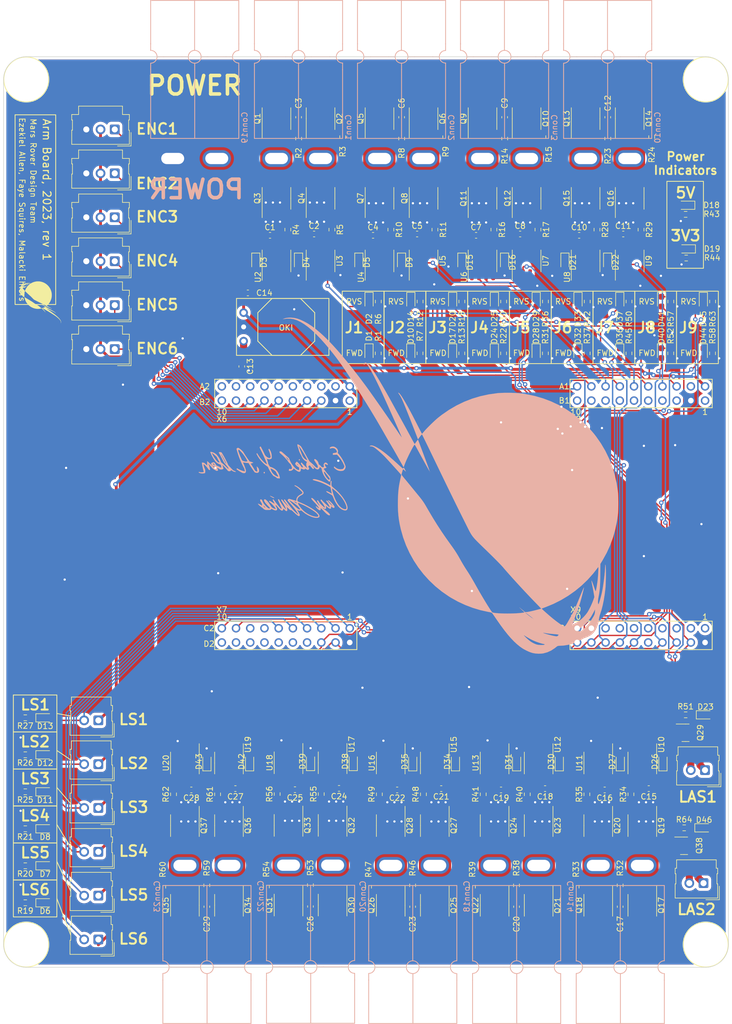
<source format=kicad_pcb>
(kicad_pcb (version 20211014) (generator pcbnew)
  (layers (0 "F.Cu" signal) (31 "B.Cu" signal) (34 "B.Paste" user) (35 "F.Paste" user) (36 "B.SilkS" user "B.Silkscreen") (37 "F.SilkS" user "F.Silkscreen") (38 "B.Mask" user) (39 "F.Mask" user) (44 "Edge.Cuts" user))
  (net 0 "")
  (net 1 "Net-(C1-Pad1)")
  (net 2 "Net-(C2-Pad1)")
  (net 3 "+12V")
  (net 4 "GND")
  (net 5 "Net-(D1-Pad1)")
  (net 6 "Net-(D2-Pad1)")
  (net 7 "Net-(Q1-Pad4)")
  (net 8 "Net-(Q2-Pad4)")
  (net 9 "Net-(Q3-Pad4)")
  (net 10 "Net-(Q4-Pad4)")
  (net 11 "Net-(R2-Pad1)")
  (net 12 "Net-(R3-Pad1)")
  (net 13 "Net-(R4-Pad1)")
  (net 14 "+3V3")
  (net 15 "LIM_1")
  (net 16 "LIM_2")
  (net 17 "LIM_3")
  (net 18 "LIM_4")
  (net 19 "LIM_5")
  (net 20 "LIM_6")
  (net 21 "ENC_1")
  (net 22 "ENC_2")
  (net 23 "ENC_3")
  (net 24 "ENC_4")
  (net 25 "ENC_5")
  (net 26 "ENC_6")
  (net 27 "FWD_PWM_1")
  (net 28 "RVS_PWM_1")
  (net 29 "FWD_PWM_2")
  (net 30 "RVS_PWM_2")
  (net 31 "FWD_PWM_3")
  (net 32 "FWD_PWM_4")
  (net 33 "RVS_PWM_4")
  (net 34 "FWD_PWM_5")
  (net 35 "RVS_PWM_5")
  (net 36 "FWD_PWM_6")
  (net 37 "RVS_PWM_6")
  (net 38 "FWD_PWM_7")
  (net 39 "RVS_PWM_7")
  (net 40 "FWD_PWM_8")
  (net 41 "RVS_PWM_8")
  (net 42 "FWD_PWM_9")
  (net 43 "RVS_PWM_9")
  (net 44 "Net-(R5-Pad1)")
  (net 84 "Net-(C4-Pad1)")
  (net 85 "Net-(C5-Pad1)")
  (net 86 "Net-(C7-Pad1)")
  (net 87 "Net-(C8-Pad1)")
  (net 88 "Net-(C10-Pad1)")
  (net 89 "Net-(C11-Pad1)")
  (net 90 "Net-(C15-Pad1)")
  (net 91 "Net-(C16-Pad1)")
  (net 92 "Net-(C18-Pad1)")
  (net 93 "Net-(C19-Pad1)")
  (net 94 "Net-(C21-Pad1)")
  (net 95 "Net-(C22-Pad1)")
  (net 96 "Net-(C24-Pad1)")
  (net 97 "Net-(C25-Pad1)")
  (net 98 "Net-(C27-Pad1)")
  (net 99 "Net-(C28-Pad1)")
  (net 100 "Net-(D10-Pad1)")
  (net 101 "Net-(D14-Pad1)")
  (net 102 "Net-(D17-Pad1)")
  (net 103 "Net-(D20-Pad1)")
  (net 104 "Net-(D24-Pad1)")
  (net 105 "Net-(D25-Pad1)")
  (net 106 "Net-(D28-Pad1)")
  (net 107 "Net-(D29-Pad1)")
  (net 108 "Net-(D32-Pad1)")
  (net 109 "Net-(D33-Pad1)")
  (net 110 "Net-(D36-Pad1)")
  (net 111 "Net-(D37-Pad1)")
  (net 112 "Net-(D40-Pad1)")
  (net 113 "Net-(D41-Pad1)")
  (net 114 "Net-(D44-Pad1)")
  (net 115 "Net-(D45-Pad1)")
  (net 116 "Net-(Q5-Pad4)")
  (net 117 "Net-(Q6-Pad4)")
  (net 118 "Net-(Q7-Pad4)")
  (net 119 "Net-(Q8-Pad4)")
  (net 120 "Net-(Q9-Pad4)")
  (net 121 "Net-(Q10-Pad4)")
  (net 122 "Net-(Q11-Pad4)")
  (net 123 "Net-(Q12-Pad4)")
  (net 124 "Net-(Q13-Pad4)")
  (net 125 "Net-(Q14-Pad4)")
  (net 126 "Net-(Q15-Pad4)")
  (net 127 "Net-(Q16-Pad4)")
  (net 128 "Net-(Q17-Pad4)")
  (net 129 "Net-(Q18-Pad4)")
  (net 130 "Net-(Q19-Pad4)")
  (net 131 "Net-(Q20-Pad4)")
  (net 132 "Net-(Q21-Pad4)")
  (net 133 "Net-(Q22-Pad4)")
  (net 134 "Net-(Q23-Pad4)")
  (net 135 "Net-(Q24-Pad4)")
  (net 136 "Net-(Q25-Pad4)")
  (net 137 "Net-(Q26-Pad4)")
  (net 138 "Net-(Q27-Pad4)")
  (net 139 "Net-(Q28-Pad4)")
  (net 140 "Net-(Q30-Pad4)")
  (net 141 "Net-(Q31-Pad4)")
  (net 142 "Net-(Q32-Pad4)")
  (net 143 "Net-(Q33-Pad4)")
  (net 144 "Net-(Q34-Pad4)")
  (net 145 "Net-(Q35-Pad4)")
  (net 146 "Net-(Q36-Pad4)")
  (net 147 "Net-(Q37-Pad4)")
  (net 148 "Net-(R8-Pad1)")
  (net 149 "Net-(R9-Pad1)")
  (net 150 "Net-(R10-Pad1)")
  (net 151 "Net-(R11-Pad1)")
  (net 152 "Net-(R14-Pad1)")
  (net 153 "Net-(R15-Pad1)")
  (net 154 "Net-(R16-Pad1)")
  (net 155 "Net-(R17-Pad1)")
  (net 156 "Net-(R23-Pad1)")
  (net 157 "Net-(R24-Pad1)")
  (net 158 "Net-(R28-Pad1)")
  (net 159 "Net-(R29-Pad1)")
  (net 160 "Net-(R32-Pad1)")
  (net 161 "Net-(R33-Pad1)")
  (net 162 "Net-(R34-Pad1)")
  (net 163 "Net-(R35-Pad1)")
  (net 164 "Net-(R38-Pad1)")
  (net 165 "Net-(R39-Pad1)")
  (net 166 "Net-(R40-Pad1)")
  (net 167 "Net-(R41-Pad1)")
  (net 168 "Net-(R46-Pad1)")
  (net 169 "Net-(R47-Pad1)")
  (net 170 "Net-(R48-Pad1)")
  (net 171 "Net-(R49-Pad1)")
  (net 172 "Net-(R53-Pad1)")
  (net 173 "Net-(R54-Pad1)")
  (net 174 "Net-(R55-Pad1)")
  (net 175 "Net-(R56-Pad1)")
  (net 176 "Net-(R59-Pad1)")
  (net 177 "Net-(R60-Pad1)")
  (net 178 "Net-(R61-Pad1)")
  (net 179 "Net-(R62-Pad1)")
  (net 180 "/1M+")
  (net 181 "/1M-")
  (net 182 "/2M+")
  (net 183 "/2M-")
  (net 184 "/3M+")
  (net 185 "/3M-")
  (net 186 "/4M+")
  (net 187 "/4M-")
  (net 188 "/5M+")
  (net 189 "/5M-")
  (net 190 "/6M+")
  (net 191 "/6M-")
  (net 192 "/7M+")
  (net 193 "/7M-")
  (net 194 "/8M+")
  (net 195 "/8M-")
  (net 196 "/9M+")
  (net 197 "/9M-")
  (net 198 "Net-(Conn21-Pad2)")
  (net 199 "Net-(D6-Pad1)")
  (net 200 "Net-(D7-Pad1)")
  (net 201 "Net-(D8-Pad1)")
  (net 202 "Net-(D11-Pad1)")
  (net 203 "Net-(D12-Pad1)")
  (net 204 "Net-(D13-Pad1)")
  (net 205 "Net-(D18-Pad1)")
  (net 206 "Net-(D19-Pad1)")
  (net 207 "Net-(D23-Pad1)")
  (net 211 "Net-(Conn24-Pad2)")
  (net 212 "Net-(D46-Pad1)")
  (net 213 "LAS1")
  (net 214 "LAS2")
  (net 215 "RVS_PWM_3")
  (footprint "Capacitor_SMD:C_0603_1608Metric" (layer "F.Cu") (at 225.5074 278.7413 -90)
    (fp_text reference "C23")
    (fp_text value "10u")
  )
  (footprint "Capacitor_SMD:C_0603_1608Metric" (layer "F.Cu") (at 260.372432 137.8064 90)
    (fp_text reference "C12")
    (fp_text value "10u")
  )
  (footprint "Resistor_SMD:R_0603_1608Metric_Pad0.98x0.95mm_HandSolder" (layer "F.Cu") (at 245.9918 258.6753 -90)
    (fp_text reference "R40")
    (fp_text value "100")
  )
  (footprint "Package_SO:SOIC-8_3.9x4.9mm_P1.27mm" (layer "F.Cu") (at 221.5886 253.0873 -90)
    (fp_text reference "U16")
    (fp_text value "IRS2005S")
  )
  (footprint "LED_SMD:LED_0603_1608Metric_Pad1.05x0.95mm_HandSolder" (layer "F.Cu") (at 255.0414 179.9196 -90)
    (fp_text reference "D32")
    (fp_text value "Pink")
  )
  (footprint "Resistor_SMD:R_0603_1608Metric_Pad0.98x0.95mm_HandSolder" (layer "F.Cu") (at 156.2843 278.0411 180)
    (fp_text reference "R19")
    (fp_text value "120")
  )
  (footprint "Resistor_SMD:R_0603_1608Metric_Pad0.98x0.95mm_HandSolder" (layer "F.Cu") (at 274.28855 155.1432 180)
    (fp_text reference "R43")
    (fp_text value "1k")
  )
  (footprint "Resistor_SMD:R_0603_1608Metric_Pad0.98x0.95mm_HandSolder" (layer "F.Cu") (at 262.5852 274.9313 -90)
    (fp_text reference "R32")
    (fp_text value "100")
  )
  (footprint "Package_SO:SOIC-8_3.9x4.9mm_P1.27mm" (layer "F.Cu") (at 201.172234 138.0604 90)
    (fp_text reference "Q1")
    (fp_text value "SI4156DY")
  )
  (footprint "Resistor_SMD:R_0603_1608Metric_Pad0.98x0.95mm_HandSolder" (layer "F.Cu") (at 260.379632 141.6164 90)
    (fp_text reference "R23")
    (fp_text value "100")
  )
  (footprint "MRDT_Drill_Holes:4_40_Hole_Corner" (layer "F.Cu") (at 273.86788 135.07212)
    (fp_text reference "V2" hide)
    (fp_text value "Via" hide)
  )
  (footprint "Package_SO:SOIC-8_3.9x4.9mm_P1.27mm" (layer "F.Cu") (at 266.5476 264.2633 -90)
    (fp_text reference "Q19")
    (fp_text value "SI4156DY")
  )
  (footprint "Package_SO:SOIC-8_3.9x4.9mm_P1.27mm" (layer "F.Cu") (at 229.4626 253.0873 -90)
    (fp_text reference "U15")
    (fp_text value "IRS2005S")
  )
  (footprint "Resistor_SMD:R_0603_1608Metric_Pad0.98x0.95mm_HandSolder" (layer "F.Cu") (at 223.5454 141.6164 90)
    (fp_text reference "R8")
    (fp_text value "100")
  )
  (footprint "Capacitor_SMD:C_0603_1608Metric" (layer "F.Cu") (at 218.4328 158.8884)
    (fp_text reference "C4")
    (fp_text value "0.1u")
  )
  (footprint "Capacitor_SMD:C_0603_1608Metric" (layer "F.Cu") (at 259.8238 257.894753 180)
    (fp_text reference "C16")
    (fp_text value "0.1u")
  )
  (footprint "Package_SO:SOIC-8_3.9x4.9mm_P1.27mm" (layer "F.Cu") (at 237.993766 138.0604 90)
    (fp_text reference "Q9")
    (fp_text value "SI4156DY")
  )
  (footprint "Resistor_SMD:R_0603_1608Metric_Pad0.98x0.95mm_HandSolder" (layer "F.Cu") (at 256.6932 179.954932 -90)
    (fp_text reference "R37")
    (fp_text value "120")
  )
  (footprint "LED_SMD:LED_0603_1608Metric_Pad1.05x0.95mm_HandSolder" (layer "F.Cu") (at 260.354232 163.7144 -90)
    (fp_text reference "D22")
    (fp_text value "D_Small")
  )
  (footprint "Resistor_SMD:R_0603_1608Metric_Pad0.98x0.95mm_HandSolder" (layer "F.Cu") (at 249.2256 179.954932 -90)
    (fp_text reference "R31")
    (fp_text value "120")
  )
  (footprint "Package_SO:SOIC-8_3.9x4.9mm_P1.27mm" (layer "F.Cu") (at 211.201 253.046 -90)
    (fp_text reference "U17")
    (fp_text value "IRS2005S")
  )
  (footprint "LED_SMD:LED_0603_1608Metric_Pad1.05x0.95mm_HandSolder" (layer "F.Cu") (at 251.714 252.8333 90)
    (fp_text reference "D30")
    (fp_text value "D_Small")
  )
  (footprint "Resistor_SMD:R_0603_1608Metric_Pad0.98x0.95mm_HandSolder" (layer "F.Cu") (at 258.449232 157.8724 90)
    (fp_text reference "R28")
    (fp_text value "100")
  )
  (footprint "Resistor_SMD:R_0603_1608Metric_Pad0.98x0.95mm_HandSolder" (layer "F.Cu") (at 241.7707 170.7013 90)
    (fp_text reference "R30")
    (fp_text value "120")
  )
  (footprint "Package_SO:SOIC-8_3.9x4.9mm_P1.27mm" (layer "F.Cu") (at 227.457 163.4604 90)
    (fp_text reference "U5")
    (fp_text value "IRS2005S")
  )
  (footprint "LED_SMD:LED_0603_1608Metric_Pad1.05x0.95mm_HandSolder" (layer "F.Cu") (at 225.5256 252.8333 90)
    (fp_text reference "D35")
    (fp_text value "D_Small")
  )
  (footprint "Package_SO:SOIC-8_3.9x4.9mm_P1.27mm" (layer "F.Cu") (at 203.327 253.046 -90)
    (fp_text reference "U18")
    (fp_text value "IRS2005S")
  )
  (footprint "Resistor_SMD:R_0603_1608Metric_Pad0.98x0.95mm_HandSolder" (layer "F.Cu") (at 190.6482 258.6753 -90)
    (fp_text reference "R61")
    (fp_text value "100")
  )
  (footprint "Package_SO:SOIC-8_3.9x4.9mm_P1.27mm" (layer "F.Cu") (at 203.327 264.222 -90)
    (fp_text reference "Q33")
    (fp_text value "SI4156DY")
  )
  (footprint "Capacitor_SMD:C_0603_1608Metric" (layer "F.Cu") (at 212.3512 257.618 180)
    (fp_text reference "C24")
    (fp_text value "0.1u")
  )
  (footprint "Resistor_SMD:R_0603_1608Metric_Pad0.98x0.95mm_HandSolder" (layer "F.Cu") (at 271.6411 170.7013 90)
    (fp_text reference "R57")
    (fp_text value "120")
  )
  (footprint "LED_SMD:LED_0603_1608Metric_Pad1.05x0.95mm_HandSolder" (layer "F.Cu") (at 217.7161 170.7248 -90)
    (fp_text reference "D2")
    (fp_text value "Pink")
  )
  (footprint "Resistor_SMD:R_0603_1608Metric_Pad0.98x0.95mm_HandSolder" (layer "F.Cu") (at 249.830166 141.351 90)
    (fp_text reference "R15")
    (fp_text value "100")
  )
  (footprint "Capacitor_SMD:C_0603_1608Metric" (layer "F.Cu") (at 188.725 278.7413 -90)
    (fp_text reference "C29")
    (fp_text value "10u")
  )
  (footprint "Package_SO:SOIC-8_3.9x4.9mm_P1.27mm" (layer "F.Cu") (at 192.6802 253.0873 -90)
    (fp_text reference "U19")
    (fp_text value "IRS2005S")
  )
  (footprint "Resistor_SMD:R_0603_1608Metric_Pad0.98x0.95mm_HandSolder" (layer "F.Cu") (at 244.0614 274.9313 -90)
    (fp_text reference "R38")
    (fp_text value "100")
  )
  (footprint "Resistor_SMD:R_0603_1608Metric_Pad0.98x0.95mm_HandSolder" (layer "F.Cu") (at 156.2843 264.8331 180)
    (fp_text reference "R21")
    (fp_text value "120")
  )
  (footprint "Resistor_SMD:R_0603_1608Metric_Pad0.98x0.95mm_HandSolder" (layer "F.Cu") (at 156.2843 251.6251 180)
    (fp_text reference "R26")
    (fp_text value "120")
  )
  (footprint "Resistor_SMD:R_0603_1608Metric_Pad0.98x0.95mm_HandSolder" (layer "F.Cu") (at 188.7178 274.9313 -90)
    (fp_text reference "R59")
    (fp_text value "100")
  )
  (footprint "LED_SMD:LED_0603_1608Metric_Pad1.05x0.95mm_HandSolder" (layer "F.Cu") (at 232.6513 170.7248 -90)
    (fp_text reference "D20")
    (fp_text value "Pink")
  )
  (footprint "Capacitor_SMD:C_0603_1608Metric" (layer "F.Cu") (at 241.3 257.894753 180)
    (fp_text reference "C19")
    (fp_text value "0.1u")
  )
  (footprint "Resistor_SMD:R_0603_1608Metric_Pad0.98x0.95mm_HandSolder" (layer "F.Cu") (at 241.956166 141.6164 90)
    (fp_text reference "R14")
    (fp_text value "100")
  )
  (footprint "Capacitor_SMD:C_0603_1608Metric" (layer "F.Cu") (at 249.174 257.6593 180)
    (fp_text reference "C18")
    (fp_text value "0.1u")
  )
  (footprint "Resistor_SMD:R_0603_1608Metric_Pad0.98x0.95mm_HandSolder" (layer "F.Cu") (at 221.615 157.8724 90)
    (fp_text reference "R10")
    (fp_text value "100")
  )
  (footprint "Resistor_SMD:R_0603_1608Metric_Pad0.98x0.95mm_HandSolder" (layer "F.Cu") (at 180.848 275.1853 -90)
    (fp_text reference "R60")
    (fp_text value "100")
  )
  (footprint "Connector_Molex:Molex_SL_171971-0002_1x02_P2.54mm_Vertical" (layer "F.Cu") (at 169.3418 276.76761 180)
    (fp_text reference "Conn5" hide)
    (fp_text value "Molex_SL_02")
  )
  (footprint "LED_SMD:LED_0603_1608Metric_Pad1.05x0.95mm_HandSolder" (layer "F.Cu") (at 247.5865 170.7248 -90)
    (fp_text reference "D29")
    (fp_text value "Pink")
  )
  (footprint "LED_SMD:LED_0603_1608Metric_Pad1.05x0.95mm_HandSolder" (layer "F.Cu") (at 159.8308 258.2291)
    (fp_text reference "D11")
    (fp_text value "Blue")
  )
  (footprint "Resistor_SMD:R_0603_1608Metric_Pad0.98x0.95mm_HandSolder" (layer "F.Cu") (at 247.899766 157.8724 90)
    (fp_text reference "R17")
    (fp_text value "100")
  )
  (footprint "Resistor_SMD:R_0603_1608Metric_Pad0.98x0.95mm_HandSolder" (layer "F.Cu") (at 236.1874 275.1713 -90)
    (fp_text reference "R39")
    (fp_text value "100")
  )
  (footprint "Resistor_SMD:R_0603_1608Metric_Pad0.98x0.95mm_HandSolder" (layer "F.Cu") (at 219.5566 258.6753 -90)
    (fp_text reference "R49")
    (fp_text value "100")
  )
  (footprint "Package_SO:SOIC-8_3.9x4.9mm_P1.27mm" (layer "F.Cu") (at 209.046234 138.0604 90)
    (fp_text reference "Q2")
    (fp_text value "SI4156DY")
  )
  (footprint "Resistor_SMD:R_0603_1608Metric_Pad0.98x0.95mm_HandSolder" (layer "F.Cu") (at 217.6262 275.1853 -90)
    (fp_text reference "R47")
    (fp_text value "100")
  )
  (footprint "LED_SMD:LED_0603_1608Metric_Pad1.05x0.95mm_HandSolder" (layer "F.Cu") (at 207.264 252.792 90)
    (fp_text reference "D39")
    (fp_text value "D_Small")
  )
  (footprint "Resistor_SMD:R_0603_1608Metric_Pad0.98x0.95mm_HandSolder" (layer "F.Cu") (at 201.295 258.634 -90)
    (fp_text reference "R56")
    (fp_text value "100")
  )
  (footprint "Package_SO:SOIC-8_3.9x4.9mm_P1.27mm" (layer "F.Cu") (at 264.291232 163.4604 90)
    (fp_text reference "U9")
    (fp_text value "IRS2005S")
  )
  (footprint "MRDT_Devices:OKI_Horizontal" (layer "F.Cu") (at 195.3006 177.7746 90)
    (fp_text reference "U14" hide)
    (fp_text value "OKI")
  )
  (footprint "Capacitor_SMD:C_0603_1608Metric" (layer "F.Cu") (at 222.7388 257.894753 180)
    (fp_text reference "C22")
    (fp_text value "0.1u")
  )
  (footprint "LED_SMD:LED_0603_1608Metric_Pad1.05x0.95mm_HandSolder" (layer "F.Cu") (at 232.6386 179.9196 -90)
    (fp_text reference "D17")
    (fp_text value "Pink")
  )
  (footprint "Connector_Molex:Molex_SL_171971-0002_1x02_P2.54mm_Vertical" (layer "F.Cu") (at 277.4848 274.5334 180)
    (fp_text reference "Conn24" hide)
    (fp_text value "Molex_SL_02")
  )
  (footprint "LED_SMD:LED_0603_1608Metric_Pad1.05x0.95mm_HandSolder" (layer "F.Cu") (at 205.109234 163.7144 -90)
    (fp_text reference "D4")
    (fp_text value "D_Small")
  )
  (footprint "Package_SO:SOIC-8_3.9x4.9mm_P1.27mm" (layer "F.Cu") (at 209.046234 152.2844 90)
    (fp_text reference "Q4")
    (fp_text value "SI4156DY")
  )
  (footprint "Resistor_SMD:R_0603_1608Metric_Pad0.98x0.95mm_HandSolder" (layer "F.Cu") (at 199.3646 275.144 -90)
    (fp_text reference "R54")
    (fp_text value "100")
  )
  (footprint "Capacitor_SMD:C_0603_1608Metric" (layer "F.Cu") (at 263.141032 158.652947)
    (fp_text reference "C11")
    (fp_text value "0.1u")
  )
  (footprint "Capacitor_SMD:C_0603_1608Metric" (layer "F.Cu") (at 205.127434 137.8064 90)
    (fp_text reference "C3")
    (fp_text value "10u")
  )
  (footprint "LED_SMD:LED_0603_1608Metric_Pad1.05x0.95mm_HandSolder" (layer "F.Cu") (at 214.8912 252.792 90)
    (fp_text reference "D38")
    (fp_text value "D_Small")
  )
  (footprint "Package_SO:SOIC-8_3.9x4.9mm_P1.27mm" (layer "F.Cu") (at 245.867766 152.2844 90)
    (fp_text reference "Q12")
    (fp_text value "SI4156DY")
  )
  (footprint "Capacitor_SMD:C_0603_1608Metric" (layer "F.Cu") (at 185.9564 257.894753 180)
    (fp_text reference "C28")
    (fp_text value "0.1u")
  )
  (footprint "Package_SO:SOIC-8_3.9x4.9mm_P1.27mm" (layer "F.Cu") (at 256.417232 163.4604 90)
    (fp_text reference "U8")
    (fp_text value "IRS2005S")
  )
  (footprint "LED_SMD:LED_0603_1608Metric_Pad1.05x0.95mm_HandSolder" (layer "F.Cu") (at 262.6106 252.8333 90)
    (fp_text reference "D27")
    (fp_text value "D_Small")
  )
  (footprint "Package_SO:SOIC-8_3.9x4.9mm_P1.27mm" (layer "F.Cu") (at 219.583 163.4604 90)
    (fp_text reference "U4")
    (fp_text value "IRS2005S")
  )
  (footprint "Silkscreens:signatureFS" (layer "F.Cu") (at 205.256888 207.319153)
    (fp_text reference "G***" hide)
    (fp_text value "LOGO" hide)
  )
  (footprint "Package_SO:SOIC-8_3.9x4.9mm_P1.27mm" (layer "F.Cu") (at 245.867766 163.4604 90)
    (fp_text reference "U7")
    (fp_text value "IRS2005S")
  )
  (footprint "Resistor_SMD:R_0603_1608Metric_Pad0.98x0.95mm_HandSolder" (layer "F.Cu") (at 271.6284 179.954932 -90)
    (fp_text reference "R52")
    (fp_text value "120")
  )
  (footprint "Resistor_SMD:R_0603_1608Metric_Pad0.98x0.95mm_HandSolder" (layer "F.Cu") (at 156.2843 245.0211 180)
    (fp_text reference "R27")
    (fp_text value "120")
  )
  (footprint "Capacitor_SMD:C_0603_1608Metric" (layer "F.Cu") (at 241.948966 137.8064 90)
    (fp_text reference "C9")
    (fp_text value "10u")
  )
  (footprint "LED_SMD:LED_0603_1608Metric_Pad1.05x0.95mm_HandSolder" (layer "F.Cu") (at 159.8308 271.4371)
    (fp_text reference "D7")
    (fp_text value "Blue")
  )
  (footprint "Resistor_SMD:R_0603_1608Metric_Pad0.98x0.95mm_HandSolder" (layer "F.Cu") (at 219.3552 179.954932 -90)
    (fp_text reference "R1")
    (fp_text value "120")
  )
  (footprint "LED_SMD:LED_0603_1608Metric_Pad1.05x0.95mm_HandSolder" (layer "F.Cu") (at 247.5738 179.9196 -90)
    (fp_text reference "D28")
    (fp_text value "Pink")
  )
  (footprint "Package_SO:SOIC-8_3.9x4.9mm_P1.27mm" (layer "F.Cu") (at 203.327 278.446 -90)
    (fp_text reference "Q31")
    (fp_text value "SI4156DY")
  )
  (footprint "LED_SMD:LED_0603_1608Metric_Pad1.05x0.95mm_HandSolder" (layer "F.Cu") (at 240.1189 170.7248 -90)
    (fp_text reference "D25")
    (fp_text value "Pink")
  )
  (footprint "Resistor_SMD:R_0603_1608Metric_Pad0.98x0.95mm_HandSolder" (layer "F.Cu") (at 205.134634 141.6164 90)
    (fp_text reference "R2")
    (fp_text value "100")
  )
  (footprint "Package_SO:SOIC-8_3.9x4.9mm_P1.27mm" (layer "F.Cu") (at 219.583 152.2844 90)
    (fp_text reference "Q7")
    (fp_text value "SI4156DY")
  )
  (footprint "Resistor_SMD:R_0603_1608Metric_Pad0.98x0.95mm_HandSolder" (layer "F.Cu") (at 274.39145 162.941 180)
    (fp_text reference "R44")
    (fp_text value "120")
  )
  (footprint "LED_SMD:LED_0603_1608Metric_Pad1.05x0.95mm_HandSolder" (layer "F.Cu") (at 159.8308 278.0411)
    (fp_text reference "D6")
    (fp_text value "Blue")
  )
  (footprint "Resistor_SMD:R_0603_1608Metric_Pad0.98x0.95mm_HandSolder" (layer "F.Cu") (at 231.4194 141.3624 90)
    (fp_text reference "R9")
    (fp_text value "100")
  )
  (footprint "Package_SO:SOIC-8_3.9x4.9mm_P1.27mm" (layer "F.Cu") (at 201.172234 152.2844 90)
    (fp_text reference "Q3")
    (fp_text value "SI4156DY")
  )
  (footprint "Package_SO:SOIC-8_3.9x4.9mm_P1.27mm" (layer "F.Cu") (at 192.6802 264.2633 -90)
    (fp_text reference "Q36")
    (fp_text value "SI4156DY")
  )
  (footprint "Package_SO:SOIC-8_3.9x4.9mm_P1.27mm" (layer "F.Cu") (at 248.0238 278.4873 -90)
    (fp_text reference "Q21")
    (fp_text value "SI4156DY")
  )
  (footprint "Resistor_SMD:R_0603_1608Metric_Pad0.98x0.95mm_HandSolder" (layer "F.Cu") (at 213.008634 141.351 90)
    (fp_text reference "R3")
    (fp_text value "100")
  )
  (footprint "Capacitor_SMD:C_0603_1608Metric" (layer "F.Cu") (at 236.843566 158.8884)
    (fp_text reference "C7")
    (fp_text value "0.1u")
  )
  (footprint "Connector_Molex:Molex_SL_171971-0002_1x02_P2.54mm_Vertical" (layer "F.Cu") (at 169.3418 284.59081 180)
    (fp_text reference "Conn4" hide)
    (fp_text value "Molex_SL_02")
  )
  (footprint "Resistor_SMD:R_0603_1608Metric_Pad0.98x0.95mm_HandSolder" (layer "F.Cu") (at 264.1608 179.954932 -90)
    (fp_text reference "R45")
    (fp_text value "120")
  )
  (footprint "Connector_Molex:Molex_SL_171971-0003_1x03_P2.54mm_Vertical" (layer "F.Cu") (at 172.2707 155.672628 180)
    (fp_text reference "Conn15" hide)
    (fp_text value "Molex_SL_03")
  )
  (footprint "Connector_Molex:Molex_SL_171971-0003_1x03_P2.54mm_Vertical" (layer "F.Cu") (at 172.2707 179.196756 180)
    (fp_text reference "Conn11" hide)
    (fp_text value "Molex_SL_03")
  )
  (footprint "Package_SO:SOIC-8_3.9x4.9mm_P1.27mm" (layer "F.Cu") (at 264.291232 138.0604 90)
    (fp_text reference "Q14")
    (fp_text value "SI4156DY")
  )
  (footprint "LED_SMD:LED_0603_1608Metric_Pad1.05x0.95mm_HandSolder" (layer "F.Cu") (at 159.8308 251.6251)
    (fp_text reference "D12")
    (fp_text value "Blue")
  )
  (footprint "Resistor_SMD:R_0603_1608Metric_Pad0.98x0.95mm_HandSolder" (layer "F.Cu") (at 268.228232 141.3529 90)
    (fp_text reference "R24")
    (fp_text value "100")
  )
  (footprint "LED_SMD:LED_0603_1608Metric_Pad1.05x0.95mm_HandSolder" (layer "F.Cu") (at 262.5217 170.7248 -90)
    (fp_text reference "D37")
    (fp_text value "Pink")
  )
  (footprint "MRDT_Drill_Holes:4_40_Hole_Corner" (layer "F.Cu") (at 273.86788 281.48788 -90)
    (fp_text reference "V3" hide)
    (fp_text value "Via" hide)
  )
  (footprint "Resistor_SMD:R_0603_1608Metric_Pad0.98x0.95mm_HandSolder" (layer "F.Cu") (at 156.2843 258.2291 180)
    (fp_text reference "R25")
    (fp_text value "120")
  )
  (footprint "Capacitor_SMD:C_0603_1608Metric" (layer "F.Cu") (at 244.717566 158.652947)
    (fp_text reference "C8")
    (fp_text value "0.1u")
  )
  (footprint "Package_SO:SOIC-8_3.9x4.9mm_P1.27mm" (layer "F.Cu") (at 256.417232 138.0604 90)
    (fp_text reference "Q13")
    (fp_text value "SI4156DY")
  )
  (footprint "Connector_Molex:Molex_SL_171971-0003_1x03_P2.54mm_Vertical" (layer "F.Cu") (at 172.2707 163.5077 180)
    (fp_text reference "Conn13" hide)
    (fp_text value "Molex_SL_03")
  )
  (footprint "Package_SO:SOIC-8_3.9x4.9mm_P1.27mm" (layer "F.Cu") (at 219.583 138.0604 90)
    (fp_text reference "Q5")
    (fp_text value "SI4156DY")
  )
  (footprint "LED_SMD:LED_0603_1608Metric_Pad1.05x0.95mm_HandSolder" (layer "F.Cu") (at 223.52 163.7144 -90)
    (fp_text reference "D9")
    (fp_text value "D_Small")
  )
  (footprint "Package_SO:SOIC-8_3.9x4.9mm_P1.27mm" (layer "F.Cu") (at 240.1498 264.2633 -90)
    (fp_text reference "Q24")
    (fp_text value "SI4156DY")
  )
  (footprint "Resistor_SMD:R_0603_1608Metric_Pad0.98x0.95mm_HandSolder" (layer "F.Cu") (at 156.2843 271.4371 180)
    (fp_text reference "R20")
    (fp_text value "120")
  )
  (footprint "Resistor_SMD:R_0603_1608Metric_Pad0.98x0.95mm_HandSolder" (layer "F.Cu") (at 225.5002 274.9313 -90)
    (fp_text reference "R46")
    (fp_text value "100")
  )
  (footprint "Resistor_SMD:R_0603_1608Metric_Pad0.98x0.95mm_HandSolder" (layer "F.Cu") (at 219.3679 170.7013 90)
    (fp_text reference "R6")
    (fp_text value "120")
  )
  (footprint "Resistor_SMD:R_0603_1608Metric_Pad0.98x0.95mm_HandSolder" (layer "F.Cu") (at 274.2958 244.49035 180)
    (fp_text reference "R51")
    (fp_text value "1k")
  )
  (footprint "Connector_Molex:Molex_SL_171971-0002_1x02_P2.54mm_Vertical" (layer "F.Cu") (at 169.3418 261.12121 180)
    (fp_text reference "Conn7" hide)
    (fp_text value "Molex_SL_02")
  )
  (footprint "Package_SO:SOIC-8_3.9x4.9mm_P1.27mm" (layer "F.Cu") (at 184.8062 278.4873 -90)
    (fp_text reference "Q35")
    (fp_text value "SI4156DY")
  )
  (footprint "LED_SMD:LED_0603_1608Metric_Pad1.05x0.95mm_HandSolder" (layer "F.Cu") (at 255.0541 170.7248 -90)
    (fp_text reference "D33")
    (fp_text value "Pink")
  )
  (footprint "LED_SMD:LED_0603_1608Metric_Pad1.05x0.95mm_HandSolder" (layer "F.Cu") (at 274.3848 161.3154 180)
    (fp_text reference "D19")
    (fp_text value "Green")
  )
  (footprint "Package_SO:SOIC-8_3.9x4.9mm_P1.27mm" (layer "F.Cu") (at 227.457 138.0604 90)
    (fp_text reference "Q6")
    (fp_text value "SI4156DY")
  )
  (footprint "Capacitor_SMD:C_0603_1608Metric" (layer "F.Cu") (at 244.0686 278.7413 -90)
    (fp_text reference "C20")
    (fp_text value "10u")
  )
  (footprint "Package_SO:SOIC-8_3.9x4.9mm_P1.27mm" (layer "F.Cu") (at 192.6802 278.4873 -90)
    (fp_text reference "Q34")
    (fp_text value "SI4156DY")
  )
  (footprint "LED_SMD:LED_0603_1608Metric_Pad1.05x0.95mm_HandSolder" (layer "F.Cu") (at 197.482034 163.7144 -90)
    (fp_text reference "D3")
    (fp_text value "D_Small")
  )
  (footprint "Package_SO:SOIC-8_3.9x4.9mm_P1.27mm" (layer "F.Cu") (at 248.0238 264.2633 -90)
    (fp_text reference "Q23")
    (fp_text value "SI4156DY")
  )
  (footprint "Package_SO:SOIC-8_3.9x4.9mm_P1.27mm" (layer "F.Cu") (at 229.4626 278.4873 -90)
    (fp_text reference "Q25")
    (fp_text value "SI4156DY")
  )
  (footprint "Capacitor_SMD:C_0603_1608Metric" (layer "F.Cu") (at 267.6978 257.6593 180)
    (fp_text reference "C15")
    (fp_text value "0.1u")
  )
  (footprint "Resistor_SMD:R_0603_1608Metric_Pad0.98x0.95mm_HandSolder" (layer "F.Cu") (at 274.0304 264.6648 180)
    (fp_text reference "R64")
    (fp_text value "1k")
  )
  (footprint "Capacitor_SMD:C_0603_1608Metric" (layer "F.Cu") (at 194.9704 182.2958 -90)
    (fp_text reference "C13")
    (fp_text value "10u")
  )
  (footprint "Package_TO_SOT_SMD:SOT-23" (layer "F.Cu") (at 274.005 267.8652)
    (fp_text reference "Q38")
    (fp_text value "BSS138")
  )
  (footprint "LED_SMD:LED_0603_1608Metric_Pad1.05x0.95mm_HandSolder" (layer "F.Cu") (at 196.3704 252.8333 90)
    (fp_text reference "D42")
    (fp_text value "D_Small")
  )
  (footprint "Connector_Molex:Molex_SL_171971-0003_1x03_P2.54mm_Vertical" (layer "F.Cu") (at 172.2707 147.818988 180)
    (fp_text reference "Conn16" hide)
    (fp_text value "Molex_SL_03")
  )
  (footprint "Package_SO:SOIC-8_3.9x4.9mm_P1.27mm" (layer "F.Cu") (at 229.4626 264.2633 -90)
    (fp_text reference "Q27")
    (fp_text value "SI4156DY")
  )
  (footprint "LED_SMD:LED_0603_1608Metric_Pad1.05x0.95mm_HandSolder" (layer "F.Cu") (at 217.7034 179.9196 -90)
    (fp_text reference "D1")
    (fp_text value "Pink")
  )
  (footprint "LED_SMD:LED_0603_1608Metric_Pad1.05x0.95mm_HandSolder" (layer "F.Cu") (at 277.4442 179.9196 -90)
    (fp_text reference "D44")
    (fp_text value "Pink")
  )
  (footprint "Package_SO:SOIC-8_3.9x4.9mm_P1.27mm" (layer "F.Cu") (at 245.867766 138.0604 90)
    (fp_text reference "Q10")
    (fp_text value "SI4156DY")
  )
  (footprint "Package_SO:SOIC-8_3.9x4.9mm_P1.27mm" (layer "F.Cu") (at 258.6736 264.2633 -90)
    (fp_text reference "Q20")
    (fp_text value "SI4156DY")
  )
  (footprint "LED_SMD:LED_0603_1608Metric_Pad1.05x0.95mm_HandSolder" (layer "F.Cu") (at 240.1062 179.9196 -90)
    (fp_text reference "D24")
    (fp_text value "Pink")
  )
  (footprint "LED_SMD:LED_0603_1608Metric_Pad1.05x0.95mm_HandSolder" (layer "F.Cu") (at 225.171 179.9196 -90)
    (fp_text reference "D10")
    (fp_text value "Pink")
  )
  (footprint "Capacitor_SMD:C_0603_1608Metric" (layer "F.Cu") (at 226.3068 158.652947)
    (fp_text reference "C5")
    (fp_text value "0.1u")
  )
  (footprint "Package_SO:SOIC-8_3.9x4.9mm_P1.27mm" (layer "F.Cu") (at 211.201 278.446 -90)
    (fp_text reference "Q30")
    (fp_text value "SI4156DY")
  )
  (footprint "Capacitor_SMD:C_0603_1608Metric" (layer "F.Cu") (at 262.5924 278.7413 -90)
    (fp_text reference "C17")
    (fp_text value "10u")
  )
  (footprint "Resistor_SMD:R_0603_1608Metric_Pad0.98x0.95mm_HandSolder" (layer "F.Cu") (at 279.096 179.954932 -90)
    (fp_text reference "R58")
    (fp_text value "120")
  )
  (footprint "Resistor_SMD:R_0603_1608Metric_Pad0.98x0.95mm_HandSolder" (layer "F.Cu") (at 234.2904 179.954932 -90)
    (fp_text reference "R13")
    (fp_text value "120")
  )
  (footprint "Resistor_SMD:R_0603_1608Metric_Pad0.98x0.95mm_HandSolder" (layer "F.Cu") (at 234.3031 170.7013 90)
    (fp_text reference "R18")
    (fp_text value "120")
  )
  (footprint "LED_SMD:LED_0603_1608Metric_Pad1.05x0.95mm_HandSolder" (layer "F.Cu") (at 274.2819 153.5176 180)
    (fp_text reference "D18")
    (fp_text value "Green")
  )
  (footprint "LED_SMD:LED_0603_1608Metric_Pad1.05x0.95mm_HandSolder" (layer "F.Cu") (at 244.0868 252.8333 90)
    (fp_text reference "D31")
    (fp_text value "D_Small")
  )
  (footprint "Resistor_SMD:R_0603_1608Metric_Pad0.98x0.95mm_HandSolder" (layer "F.Cu") (at 264.5156 258.6753 -90)
    (fp_text reference "R34")
    (fp_text value "100")
  )
  (footprint "Capacitor_SMD:C_0603_1608Metric" (layer "F.Cu") (at 196.0626 169.164)
    (fp_text reference "C14")
    (fp_text value "10u")
  )
  (footprint "LED_SMD:LED_0603_1608Metric_Pad1.05x0.95mm_HandSolder" (layer "F.Cu") (at 234.303566 163.7144 -90)
    (fp_text reference "D15")
    (fp_text value "D_Small")
  )
  (footprint "LED_SMD:LED_0603_1608Metric_Pad1.05x0.95mm_HandSolder" (layer "F.Cu") (at 215.8928 163.7144 -90)
    (fp_text reference "D5")
    (fp_text value "D_Small")
  )
  (footprint "MRDT_Silkscreens:0_MRDT_Logo_7.5mm" (layer "F.Cu") (at 158.9532 170.8404 -90)
    (fp_text reference "G***" hide)
    (fp_text value "LOGO" hide)
  )
  (footprint "LED_SMD:LED_0603_1608Metric_Pad1.05x0.95mm_HandSolder" (layer "F.Cu") (at 241.930766 163.7144 -90)
    (fp_text reference "D16")
    (fp_text value "D_Small")
  )
  (footprint "LED_SMD:LED_0603_1608Metric_Pad1.05x0.95mm_HandSolder" (layer "F.Cu") (at 277.5864 264.6648)
    (fp_text reference "D46")
    (fp_text value "Blue")
  )
  (footprint "MRDT_Drill_Holes:4_40_Hole_Corner" (layer "F.Cu") (at 160.47212 281.48788 180)
    (fp_text reference "V4" hide)
    (fp_text value "Via" hide)
  )
  (footprint "LED_SMD:LED_0603_1608Metric_Pad1.05x0.95mm_HandSolder" (layer "F.Cu") (at 269.9766 179.9196 -90)
    (fp_text reference "D40")
    (fp_text value "Pink")
  )
  (footprint "Package_SO:SOIC-8_3.9x4.9mm_P1.27mm" (layer "F.Cu") (at 221.5886 264.2633 -90)
    (fp_text reference "Q28")
    (fp_text value "SI4156DY")
  )
  (footprint "Resistor_SMD:R_0603_1608Metric_Pad0.98x0.95mm_HandSolder" (layer "F.Cu") (at 203.204234 157.8724 90)
    (fp_text reference "R4")
    (fp_text value "100")
  )
  (footprint "Package_SO:SOIC-8_3.9x4.9mm_P1.27mm" (layer "F.Cu") (at 266.5476 253.0873 -90)
    (fp_text reference "U10")
    (fp_text value "IRS2005S")
  )
  (footprint "LED_SMD:LED_0603_1608Metric_Pad1.05x0.95mm_HandSolder" (layer "F.Cu") (at 277.8518 244.49035)
    (fp_text reference "D23")
    (fp_text value "Blue")
  )
  (footprint "Package_SO:SOIC-8_3.9x4.9mm_P1.27mm" (layer "F.Cu") (at 256.417232 152.2844 90)
    (fp_text reference "Q15")
    (fp_text value "SI4156DY")
  )
  (footprint "Package_SO:SOIC-8_3.9x4.9mm_P1.27mm" (layer "F.Cu") (at 237.993766 152.2844 90)
    (fp_text reference "Q11")
    (fp_text value "SI4156DY")
  )
  (footprint "LED_SMD:LED_0603_1608Metric_Pad1.05x0.95mm_HandSolder" (layer "F.Cu") (at 225.1837 170.7248 -90)
    (fp_text reference "D14")
    (fp_text value "Pink")
  )
  (footprint "Resistor_SMD:R_0603_1608Metric_Pad0.98x0.95mm_HandSolder" (layer "F.Cu") (at 207.2386 274.89 -90)
    (fp_text reference "R53")
    (fp_text value "100")
  )
  (footprint "Package_TO_SOT_SMD:SOT-23" (layer "F.Cu") (at 274.2704 247.69075)
    (fp_text reference "Q29")
    (fp_text value "BSS138")
  )
  (footprint "LED_SMD:LED_0603_1608Metric_Pad1.05x0.95mm_HandSolder" (layer "F.Cu") (at 252.727032 163.7144 -90)
    (fp_text reference "D21")
    (fp_text value "D_Small")
  )
  (footprint "Resistor_SMD:R_0603_1608Metric_Pad0.98x0.95mm_HandSolder" (layer "F.Cu") (at 254.7112 275.1694 -90)
    (fp_text reference "R33")
    (fp_text value "100")
  )
  (footprint "Resistor_SMD:R_0603_1608Metric_Pad0.98x0.95mm_HandSolder" (layer "F.Cu") (at 209.169 258.634 -90)
    (fp_text reference "R55")
    (fp_text value "100")
  )
  (footprint "Capacitor_SMD:C_0603_1608Metric" (layer "F.Cu") (at 223.5382 137.8064 90)
    (fp_text reference "C6")
    (fp_text value "10u")
  )
  (footprint "Resistor_SMD:R_0603_1608Metric_Pad0.98x0.95mm_HandSolder" (layer "F.Cu") (at 241.758 179.954932 -90)
    (fp_text reference "R22")
    (fp_text value "120")
  )
  (footprint "LED_SMD:LED_0603_1608Metric_Pad1.05x0.95mm_HandSolder" (layer "F.Cu") (at 262.509 179.9196 -90)
    (fp_text reference "D36")
    (fp_text value "Pink")
  )
  (footprint "Package_SO:SOIC-8_3.9x4.9mm_P1.27mm" (layer "F.Cu") (at 240.1498 278.4873 -90)
    (fp_text reference "Q22")
    (fp_text value "SI4156DY")
  )
  (footprint "Resistor_SMD:R_0603_1608Metric_Pad0.98x0.95mm_HandSolder" (layer "F.Cu") (at 264.1735 170.7013 90)
    (fp_text reference "R50")
    (fp_text value "120")
  )
  (footprint "Resistor_SMD:R_0603_1608Metric_Pad0.98x0.95mm_HandSolder" (layer "F.Cu") (at 227.4306 258.6753 -90)
    (fp_text reference "R48")
    (fp_text value "100")
  )
  (footprint "Resistor_SMD:R_0603_1608Metric_Pad0.98x0.95mm_HandSolder" (layer "F.Cu") (at 249.2383 170.7013 90)
    (fp_text reference "R36")
    (fp_text value "120")
  )
  (footprint "Resistor_SMD:R_0603_1608Metric_Pad0.98x0.95mm_HandSolder" (layer "F.Cu") (at 256.6416 258.6753 -90)
    (fp_text reference "R35")
    (fp_text value "100")
  )
  (footprint "Package_SO:SOIC-8_3.9x4.9mm_P1.27mm" (layer "F.Cu") (at 264.291232 152.2844 90)
    (fp_text reference "Q16")
    (fp_text value "SI4156DY")
  )
  (footprint "Resistor_SMD:R_0603_1608Metric_Pad0.98x0.95mm_HandSolder" (layer "F.Cu") (at 240.025766 157.8724 90)
    (fp_text reference "R16")
    (fp_text value "100")
  )
  (footprint "Connector_Molex:Molex_SL_171971-0002_1x02_P2.54mm_Vertical" (layer "F.Cu") (at 169.3418 268.94441 180)
    (fp_text reference "Conn6" hide)
    (fp_text value "Molex_SL_02")
  )
  (footprint "LED_SMD:LED_0603_1608Metric_Pad1.05x0.95mm_HandSolder" (layer "F.Cu") (at 233.1528 252.8333 90)
    (fp_text reference "D34")
    (fp_text value "D_Small")
  )
  (footprint "LED_SMD:LED_0603_1608Metric_Pad1.05x0.95mm_HandSolder" (layer "F.Cu") (at 188.7432 252.8333 90)
    (fp_text reference "D43")
    (fp_text value "D_Small")
  )
  (footprint "Package_SO:SOIC-8_3.9x4.9mm_P1.27mm" (layer "F.Cu") (at 184.8062 253.0873 -90)
    (fp_text reference "U20")
    (fp_text value "IRS2005S")
  )
  (footprint "Capacitor_SMD:C_0603_1608Metric" (layer "F.Cu") (at 255.267032 158.8884)
    (fp_text reference "C10")
    (fp_text value "0.1u")
  )
  (footprint "Connector_Molex:Molex_SL_171971-0002_1x02_P2.54mm_Vertical" (layer "F.Cu") (at 169.3418 253.29801 180)
    (fp_text reference "Conn8" hide)
    (fp_text value "Molex_SL_02")
  )
  (footprint "MRDT_Drill_Holes:4_40_Hole_Corner" (layer "F.Cu") (at 160.47212 135.07212 90)
    (fp_text reference "V1" hide)
    (fp_text value "Via" hide)
  )
  (footprint "Capacitor_SMD:C_0603_1608Metric" (layer "F.Cu") (at 204.4772 257.853453 180)
    (fp_text reference "C25")
    (fp_text value "0.1u")
  )
  (footprint "LED_SMD:LED_0603_1608Metric_Pad1.05x0.95mm_HandSolder" (layer "F.Cu") (at 270.2378 252.8333 90)
    (fp_text reference "D26")
    (fp_text value "D_Small")
  )
  (footprint "Package_SO:SOIC-8_3.9x4.9mm_P1.27mm" (layer "F.Cu") (at 209.046234 163.4604 90)
    (fp_text reference "U3")
    (fp_text value "IRS2005S")
  )
  (footprint "Package_SO:SOIC-8_3.9x4.9mm_P1.27mm" (layer "F.Cu") (at 184.8062 264.2633 -90)
    (fp_text reference "Q37")
    (fp_text value "SI4156DY")
  )
  (footprint "Capacitor_SMD:C_0603_1608Metric" (layer "F.Cu") (at 200.022034 158.8884)
    (fp_text reference "C1")
    (fp_text value "0.1u")
  )
  (footprint "Resistor_SMD:R_0603_1608Metric_Pad0.98x0.95mm_HandSolder" (layer "F.Cu") (at 182.7742 258.6753 -90)
    (fp_text reference "R62")
    (fp_text value "100")
  )
  (footprint "Resistor_SMD:R_0603_1608Metric_Pad0.98x0.95mm_HandSolder" (layer "F.Cu") (at 211.078234 157.8724 90)
    (fp_text reference "R5")
    (fp_text value "100")
  )
  (footprint "Connector_Molex:Molex_SL_171971-0003_1x03_P2.54mm_Vertical" (layer "F.Cu") (at 172.2707 139.983572 180)
    (fp_text reference "Conn17" hide)
    (fp_text value "Molex_SL_03")
  )
  (footprint "Package_SO:SOIC-8_3.9x4.9mm_P1.27mm" (layer "F.Cu") (at 258.6736 253.0873 -90)
    (fp_text reference "U11")
    (fp_text value "IRS2005S")
  )
  (footprint "Package_SO:SOIC-8_3.9x4.9mm_P1.27mm" (layer "F.Cu") (at 248.0238 253.0873 -90)
    (fp_text reference "U12")
    (fp_text value "IRS2005S")
  )
  (footprint "Capacitor_SMD:C_0603_1608Metric" (layer "F.Cu") (at 207.896034 158.652947)
    (fp_text reference "C2")
    (fp_text value "0.1u")
  )
  (footprint "Package_SO:SOIC-8_3.9x4.9mm_P1.27mm" (layer "F.Cu") (at 240.1498 253.0873 -90)
    (fp_text reference "U13")
    (fp_text value "IRS2005S")
  )
  (footprint "Package_SO:SOIC-8_3.9x4.9mm_P1.27mm" (layer "F.Cu") (at 221.5886 278.4873 -90)
    (fp_text reference "Q26")
    (fp_text value "SI4156DY")
  )
  (footprint "Package_SO:SOIC-8_3.9x4.9mm_P1.27mm" (layer "F.Cu") (at 211.201 264.222 -90)
    (fp_text reference "Q32")
    (fp_text value "SI4156DY")
  )
  (footprint "Resistor_SMD:R_0603_1608Metric_Pad0.98x0.95mm_HandSolder" (layer "F.Cu") (at 226.8228 179.954932 -90)
    (fp_text reference "R7")
    (fp_text value "120")
  )
  (footprint "Resistor_SMD:R_0603_1608Metric_Pad0.98x0.95mm_HandSolder" (layer "F.Cu") (at 226.8355 170.7013 90)
    (fp_text reference "R12")
    (fp_text value "120")
  )
  (footprint "LED_SMD:LED_0603_1608Metric_Pad1.05x0.95mm_HandSolder" (layer "F.Cu") (at 159.8308 264.8331)
    (fp_text reference "D8")
    (fp_text value "Blue")
  )
  (footprint "Connector_Molex:Molex_SL_171971-0002_1x02_P2.54mm_Vertical" (layer "F.Cu") (at 277.7502 254.35895 180)
    (fp_text reference "Conn21" hide)
    (fp_text value "Molex_SL_02")
  )
  (footprint "Package_SO:SOIC-8_3.9x4.9mm_P1.27mm" (layer "F.Cu") (at 201.172234 163.4604 90)
    (fp_text reference "U2")
    (fp_text value "IRS2005S")
  )
  (footprint "Resistor_SMD:R_0603_1608Metric_Pad0.98x0.95mm_HandSolder" (layer "F.Cu") (at 229.489 157.8724 90)
    (fp_text reference "R11")
    (fp_text value "100")
  )
  (footprint "Connector_Molex:Molex_SL_171971-0002_1x02_P2.54mm_Vertical" (layer "F.Cu") (at 169.3418 245.47481 180)
    (fp_text reference "Conn9" hide)
    (fp_text value "Molex_SL_02")
  )
  (footprint "Connector_Molex:Molex_SL_171971-0003_1x03_P2.54mm_Vertical" (layer "F.Cu") (at 172.2707 171.352228 180)
    (fp_text reference "Conn12" hide)
    (fp_text value "Molex_SL_03")
  )
  (footprint "Resistor_SMD:R_0603_1608Metric_Pad0.98x0.95mm_HandSolder" (layer "F.Cu") (at 266.323232 157.8724 90)
    (fp_text reference "R29")
    (fp_text value "100")
  )
  (footprint "Resistor_SMD:R_0603_1608Metric_Pad0.98x0.95mm_HandSolder" (layer "F.Cu") (at 279.1087 170.7013 90)
    (fp_text reference "R63")
    (fp_text value "120")
  )
  (footprint "Package_SO:SOIC-8_3.9x4.9mm_P1.27mm" (layer "F.Cu") (at 237.993766 163.4604 90)
    (fp_text reference "U6")
    (fp_text value "IRS2005S")
  )
  (footprint "Package_SO:SOIC-8_3.9x4.9mm_P1.27mm" (layer "F.Cu") (at 266.5476 278.4873 -90)
    (fp_text reference "Q17")
    (fp_text value "SI4156DY")
  )
  (footprint "Project Library:TM4C129E_Launchpad_FULL_THT_TOP-MOUNTLESS" (layer "F.Cu") (at 279.0335 184.5822 180)
    (fp_text reference "U1" hide)
    (fp_text value "TM4C129E_Launchpad" hide)
  )
  (footprint "Capacitor_SMD:C_0603_1608Metric" (layer "F.Cu") (at 193.8304 257.6593 180)
    (fp_text reference "C27")
    (fp_text value "0.1u")
  )
  (footprint "Resistor_SMD:R_0603_1608Metric_Pad0.98x0.95mm_HandSolder" (layer "F.Cu") (at 256.7059 170.7013 90)
    (fp_text reference "R42")
    (fp_text value "120")
  )
  (footprint "Package_SO:SOIC-8_3.9x4.9mm_P1.27mm" (layer "F.Cu") (at 227.457 152.2844 90)
    (fp_text reference "Q8")
    (fp_text value "SI4156DY")
  )
  (footprint "Capacitor_SMD:C_0603_1608Metric" (layer "F.Cu") (at 207.2458 278.7 -90)
    (fp_text reference "C26")
    (fp_text value "10u")
  )
  (footprint "Package_SO:SOIC-8_3.9x4.9mm_P1.27mm" (layer "F.Cu") (at 258.6736 278.4873 -90)
    (fp_text reference "Q18")
    (fp_text value "SI4156DY")
  )
  (footprint "LED_SMD:LED_0603_1608Metric_Pad1.05x0.95mm_HandSolder" (layer "F.Cu") (at 269.9893 170.7248 -90)
    (fp_text reference "D41")
    (fp_text value "Pink")
  )
  (footprint "LED_SMD:LED_0603_1608Metric_Pad1.05x0.95mm_HandSolder" (layer "F.Cu") (at 159.8308 245.0211)
    (fp_text reference "D13")
    (fp_text value "Blue")
  )
  (footprint "Capacitor_SMD:C_0603_1608Metric" (layer "F.Cu") (at 230.6128 257.6593 180)
    (fp_text reference "C21")
    (fp_text value "0.1u")
  )
  (footprint "Resistor_SMD:R_0603_1608Metric_Pad0.98x0.95mm_HandSolder" (layer "F.Cu") (at 238.1178 258.6753 -90)
    (fp_text reference "R41")
    (fp_text value "100")
  )
  (footprint "LED_SMD:LED_0603_1608Metric_Pad1.05x0.95mm_HandSolder" (layer "F.Cu") (at 277.4569 170.7248 -90)
    (fp_text reference "D45")
    (fp_text value "Pink")
  )
  (footprint "MRDT_Connectors:Square_Anderson_2_H_Side_By_Side" (layer "B.Cu") (at 237.443766 145.547 -90)
    (fp_text reference "Conn3")
    (fp_text value "AndersonPP")
  )
  (footprint "MRDT_Connectors:Square_Anderson_2_H_Side_By_Side" (layer "B.Cu") (at 248.5738 271.0007 90)
    (fp_text reference "Conn18")
    (fp_text value "AndersonPP")
  )
  (footprint "MRDT_Connectors:Square_Anderson_2_H_Side_By_Side" (layer "B.Cu") (at 200.622234 145.547 -90)
    (fp_text reference "Conn1")
    (fp_text value "AndersonPP")
  )
  (footprint "MRDT_Silkscreens:z_sig_Ezekiel_Y_Allen_Sig_27mmx7mm" (layer "B.Cu") (at 202.075454 199.71778 180)
    (fp_text reference "REF**" hide)
    (fp_text value "z_sig_Ezekiel_Y_Allen_Sig_27mmx7mm")
  )
  (footprint "MRDT_Connectors:Square_Anderson_2_H_Side_By_Side" (layer "B.Cu") (at 193.2302 271.0007 90)
    (fp_text reference "Conn23")
    (fp_text value "AndersonPP")
  )
  (footprint "MRDT_Connectors:Square_Anderson_2_H_Side_By_Side" (layer "B.Cu") (at 255.867232 145.547 -90)
    (fp_text reference "Conn10")
    (fp_text value "AndersonPP")
  )
  (footprint "MRDT_Connectors:Square_Anderson_2_H_Side_By_Side" (layer "B.Cu") (at 267.0976 271.0007 90)
    (fp_text reference "Conn14")
    (fp_text value "AndersonPP")
  )
  (footprint "MRDT_Connectors:Square_Anderson_2_H_Side_By_Side" (layer "B.Cu") (at 230.0126 271.0007 90)
    (fp_text reference "Conn20")
    (fp_text value "AndersonPP")
  )
  (footprint "MRDT_Connectors:Square_Anderson_2_H_Side_By_Side" (layer "B.Cu") (at 219.033 145.547 -90)
    (fp_text reference "Conn2")
    (fp_text value "AndersonPP")
  )
  (footprint "MRDT_Silkscreens:0_MRDT_Logo_60mm" (layer "B.Cu") (at 232.283 203.581 180)
    (fp_text reference "G***" hide)
    (fp_text value "LOGO" hide)
  )
  (footprint "MRDT_Connectors:Square_Anderson_2_H_Side_By_Side" (layer "B.Cu") (at 211.751 270.9594 90)
    (fp_text reference "Conn22")
    (fp_text value "AndersonPP")
  )
  (footprint "MRDT_Connectors:Square_Anderson_2_H_Side_By_Side" (layer "B.Cu") (at 182.076 145.547 -90)
    (fp_text reference "Conn19")
    (fp_text value "AndersonPP")
  )
  (gr_line (start 164.4018 268.16941) (end 161.925 264.0584) (layer "F.SilkS") (width 0.15))
  (gr_rect (start 272.669 181.7878) (end 280.1366 168.8592) (layer "F.SilkS") (width 0.15) (fill none))
  (gr_rect (start 154.1526 267.3604) (end 161.925 273.9644) (layer "F.SilkS") (width 0.15) (fill none))
  (gr_rect (start 235.331 181.7878) (end 242.7986 168.8592) (layer "F.SilkS") (width 0.15) (fill none))
  (gr_line (start 164.4018 260.34621) (end 161.925 257.4544) (layer "F.SilkS") (width 0.15))
  (gr_rect (start 154.1526 254.1524) (end 161.925 260.7564) (layer "F.SilkS") (width 0.15) (fill none))
  (gr_rect (start 227.8634 181.7878) (end 235.331 168.8592) (layer "F.SilkS") (width 0.15) (fill none))
  (gr_line (start 164.4018 244.69981) (end 161.925 244.2464) (layer "F.SilkS") (width 0.15))
  (gr_line (start 161.925 277.2664) (end 164.4018 283.81581) (layer "F.SilkS") (width 0.15))
  (gr_rect (start 154.4574 137.3759) (end 161.7218 171.2341) (layer "F.SilkS") (width 0.15) (fill none))
  (gr_rect (start 154.1526 260.7564) (end 161.925 267.3604) (layer "F.SilkS") (width 0.15) (fill none))
  (gr_rect (start 154.1526 247.5484) (end 161.925 254.1524) (layer "F.SilkS") (width 0.15) (fill none))
  (gr_line (start 164.4018 275.99261) (end 161.925 270.6624) (layer "F.SilkS") (width 0.15))
  (gr_rect (start 265.2014 181.7878) (end 272.669 168.8592) (layer "F.SilkS") (width 0.15) (fill none))
  (gr_rect (start 242.7986 181.7878) (end 250.2662 168.8592) (layer "F.SilkS") (width 0.15) (fill none))
  (gr_line (start 164.4018 252.52301) (end 161.925 250.8504) (layer "F.SilkS") (width 0.15))
  (gr_rect (start 154.1526 273.9644) (end 161.925 280.5684) (layer "F.SilkS") (width 0.15) (fill none))
  (gr_rect (start 154.1526 240.9444) (end 161.925 247.5484) (layer "F.SilkS") (width 0.15) (fill none))
  (gr_rect (start 257.7338 181.7878) (end 265.2014 168.8592) (layer "F.SilkS") (width 0.15) (fill none))
  (gr_rect (start 270.9418 149.2504) (end 277.4696 164.7698) (layer "F.SilkS") (width 0.15) (fill none))
  (gr_rect (start 220.3958 181.7878) (end 227.8634 168.8592) (layer "F.SilkS") (width 0.15) (fill none))
  (gr_rect (start 212.9282 181.7878) (end 220.3958 168.8592) (layer "F.SilkS") (width 0.15) (fill none))
  (gr_rect (start 250.2662 181.7878) (end 257.7338 168.8592) (layer "F.SilkS") (width 0.15) (fill none))
  (gr_line (start 277.876 289.56) (end 156.464 289.56) (layer "Edge.Cuts") (width 0.1))
  (gr_line (start 152.4 285.496) (end 152.4 131.064) (layer "Edge.Cuts") (width 0.1))
  (gr_line (start 156.464 127) (end 277.876 127) (layer "Edge.Cuts") (width 0.1))
  (gr_arc (start 156.464 289.56) (mid 153.590318 288.369682) (end 152.4 285.496) (layer "Edge.Cuts") (width 0.1))
  (gr_line (start 281.94 131.064) (end 281.94 285.496) (layer "Edge.Cuts") (width 0.1))
  (gr_arc (start 152.4 131.064) (mid 153.590318 128.190318) (end 156.464 127) (layer "Edge.Cuts") (width 0.1))
  (gr_arc (start 281.94 285.496) (mid 280.749682 288.369682) (end 277.876 289.56) (layer "Edge.Cuts") (width 0.1))
  (gr_arc (start 277.876 127) (mid 280.749682 128.190318) (end 281.94 131.064) (layer "Edge.Cuts") (width 0.1))
  (gr_text "POWER\n" (at 186.8424 150.6728) (layer "B.SilkS") (effects (font (size 3.302 3.302) (thickness 0.635)) (justify mirror)))
  (gr_text "ENC4" (at 179.8574 163.4236) (layer "F.SilkS") (effects (font (size 1.905 1.905) (thickness 0.3556))))
  (gr_text "RVS" (at 222.5307 170.7134) (layer "F.SilkS") (effects (font (size 1.016 1.016))))
  (gr_text "LS4" (at 175.641 268.8082) (layer "F.SilkS") (effects (font (size 1.905 1.905) (thickness 0.3556))))
  (gr_text "J2" (at 222.5053 175.3616) (layer "F.SilkS") (effects (font (size 1.905 1.905) (thickness 0.3556))))
  (gr_text "FWD\n" (at 274.8547 179.9082) (layer "F.SilkS") (effects (font (size 1.016 1.016))))
  (gr_text "LS5" (at 175.641 276.64156) (layer "F.SilkS") (effects (font (size 1.905 1.905) (thickness 0.3556))))
  (gr_text "FWD\n" (at 259.9195 179.9082) (layer "F.SilkS") (effects (font (size 1.016 1.016))))
  (gr_text "FWD\n" (at 222.5815 179.9082) (layer "F.SilkS") (effects (font (size 1.016 1.016))))
  (gr_text "FWD\n" (at 244.9843 179.9082) (layer "F.SilkS") (effects (font (size 1.016 1.016))))
  (gr_text "LAS1" (at 276.4536 259.1308) (layer "F.SilkS") (effects (font (size 1.905 1.905) (thickness 0.3556))))
  (gr_text "FWD\n" (at 252.4519 179.9082) (layer "F.SilkS") (effects (font (size 1.016 1.016))))
  (gr_text "RVS" (at 229.9983 170.7134) (layer "F.SilkS") (effects (font (size 1.016 1.016))))
  (gr_text "ENC1" (at 179.8574 139.89304) (layer "F.SilkS") (effects (font (size 1.905 1.905) (thickness 0.3556))))
  (gr_text "RVS" (at 267.3363 170.7134) (layer "F.SilkS") (effects (font (size 1.016 1.016))))
  (gr_text "J7" (at 259.8433 175.3616) (layer "F.SilkS") (effects (font (size 1.905 1.905) (thickness 0.3556))))
  (gr_text "J8" (at 267.3109 175.3616) (layer "F.SilkS") (effects (font (size 1.905 1.905) (thickness 0.3556))))
  (gr_text "FWD\n" (at 230.0491 179.9082) (layer "F.SilkS") (effects (font (size 1.016 1.016))))
  (gr_text "Power\nIndicators" (at 274.2819 146.05) (layer "F.SilkS") (effects (font (size 1.524 1.524) (thickness 0.3048))))
  (gr_text "J3" (at 229.9729 175.3616) (layer "F.SilkS") (effects (font (size 1.905 1.905) (thickness 0.3556))))
  (gr_text "LS5" (at 158.0623 269.1003) (layer "F.SilkS") (effects (font (size 1.905 1.905) (thickness 0.3556))))
  (gr_text "Arm Board, 2023, rev 1" (at 160.1216 150.751142 270) (layer "F.SilkS") (effects (font (size 1.397 1.397) (thickness 0.2032))))
  (gr_text "3V3" (at 274.2819 158.9532) (layer "F.SilkS") (effects (font (size 1.905 1.905) (thickness 0.3556))))
  (gr_text "FWD\n" (at 215.1139 179.9082) (layer "F.SilkS") (effects (font (size 1.016 1.016))))
  (gr_text "RVS" (at 274.8039 170.7134) (layer "F.SilkS") (effects (font (size 1.016 1.016))))
  (gr_text "FWD\n" (at 237.5167 179.9082) (layer "F.SilkS") (effects (font (size 1.016 1.016))))
  (gr_text "ENC2" (at 179.832 149.6314) (layer "F.SilkS") (effects (font (size 1.905 1.905) (thickness 0.3556))))
  (gr_text "LS4" (at 158.0623 262.4963) (layer "F.SilkS") (effects (font (size 1.905 1.905) (thickness 0.3556))))
  (gr_text "LS1" (at 158.0623 242.6843) (layer "F.SilkS") (effects (font (size 1.905 1.905) (thickness 0.3556))))
  (gr_text "FWD\n" (at 267.3871 179.9082) (layer "F.SilkS") (effects (font (size 1.016 1.016))))
  (gr_text "RVS" (at 252.4011 170.7134) (layer "F.SilkS") (effects (font (size 1.016 1.016))))
  (gr_text "POWER\n" (at 186.5122 132.1562) (layer "F.SilkS") (effects (font (size 3.302 3.302) (thickness 0.635))))
  (gr_text "ENC5" (at 179.8574 171.26712) (layer "F.SilkS") (effects (font (size 1.905 1.905) (thickness 0.3556))))
  (gr_text "LS6" (at 175.641 284.47492) (layer "F.SilkS") (effects (font (size 1.905 1.905) (thickness 0.3556))))
  (gr_text "5V" (at 274.2692 151.3078) (layer "F.SilkS") (effects (font (size 1.905 1.905) (thickness 0.3556))))
  (gr_text "J5" (at 244.9081 175.3616) (layer "F.SilkS") (effects (font (size 1.905 1.905) (thickness 0.3556))))
  (gr_text "LS2" (at 175.641 253.14148) (layer "F.SilkS") (effects (font (size 1.905 1.905) (thickness 0.3556))))
  (gr_text "LS1" (at 175.641 245.30812) (layer "F.SilkS") (effects (font (size 1.905 1.905) (thickness 0.3556))))
  (gr_text "RVS" (at 244.9335 170.7134) (layer "F.SilkS") (effects (font (size 1.016 1.016))))
  (gr_text "LAS2" (at 276.225 279.2222) (layer "F.SilkS") (effects (font (size 1.905 1.905) (thickness 0.3556))))
  (gr_text "RVS" (at 237.4659 170.7134) (layer "F.SilkS") (effects (font (size 1.016 1.016))))
  (gr_text "ENC3" (at 179.8574 155.58008) (layer "F.SilkS") (effects (font (size 1.905 1.905) (thickness 0.3556))))
  (gr_text "LS3" (at 175.641 260.97484) (layer "F.SilkS") (effects (font (size 1.905 1.905) (thickness 0.3556))))
  (gr_text "Ezekiel Allen, Faye Squires, Malacki Ehlers" (at 155.702 154.305 270) (layer "F.SilkS") (effects (font (size 1 1))))
  (gr_text "J1" (at 215.0377 175.3616) (layer "F.SilkS") (effects (font (size 1.905 1.905) (thickness 0.3556))))
  (gr_text "J9" (at 274.7785 175.3616) (layer "F.SilkS") (effects (font (size 1.905 1.905) (thickness 0.3556))))
  (gr_text "LS3" (at 158.0623 255.8923) (layer "F.SilkS") (effects (font (size 1.905 1.905) (thickness 0.3556))))
  (gr_text "LS2" (at 158.0623 249.2883) (layer "F.SilkS") (effects (font (size 1.905 1.905) (thickness 0.3556))))
  (gr_text "J4" (at 237.4405 175.3616) (layer "F.SilkS") (effects (font (size 1.905 1.905) (thickness 0.3556))))
  (gr_text "Mars Rover Design Team" (at 157.7086 147.4089 270) (layer "F.SilkS") (effects (font (size 1 1))))
  (gr_text "LS6" (at 158.0623 275.7043) (layer "F.SilkS") (effects (font (size 1.905 1.905) (thickness 0.3556))))
  (gr_text "J6" (at 252.3757 175.3616) (layer "F.SilkS") (effects (font (size 1.905 1.905) (thickness 0.3556))))
  (gr_text "RVS" (at 259.8687 170.7134) (layer "F.SilkS") (effects (font (size 1.016 1.016))))
  (gr_text "RVS" (at 215.0631 170.7134) (layer "F.SilkS") (effects (font (size 1.016 1.016))))
  (gr_text "ENC6" (at 179.8574 179.11064) (layer "F.SilkS") (effects (font (size 1.905 1.905) (thickness 0.3556))))
  (segment (start 199.267234 158.9086) (end 199.247034 158.8884) (width 0.254) (layer "F.Cu") (net 1))
  (segment (start 199.267234 160.9854) (end 199.267234 158.9086) (width 0.254) (layer "F.Cu") (net 1))
  (segment (start 197.616234 162.9269) (end 197.616234 162.6364) (width 0.254) (layer "F.Cu") (net 1))
  (segment (start 197.482034 162.7706) (end 199.267234 160.9854) (width 0.254) (layer "F.Cu") (net 1))
  (segment (start 197.482034 162.9269) (end 197.482034 162.7706) (width 0.254) (layer "F.Cu") (net 1))
  (segment (start 205.109234 162.9269) (end 205.199734 162.9269) (width 0.254) (layer "F.Cu") (net 2))
  (segment (start 207.141234 158.673147) (end 207.121034 158.652947) (width 0.254) (layer "F.Cu") (net 2))
  (segment (start 205.199734 162.9269) (end 207.141234 160.9854) (width 0.254) (layer "F.Cu") (net 2))
  (segment (start 207.141234 160.9854) (end 207.141234 158.673147) (width 0.254) (layer "F.Cu") (net 2))
  (segment (start 254.7196 272.9654) (end 253.5936 274.0914) (width 0.25) (layer "F.Cu") (net 3))
  (segment (start 197.482034 164.5019) (end 191.6037 164.5019) (width 0.25) (layer "F.Cu") (net 3))
  (segment (start 271.145 263.906) (end 271.4042 264.1652) (width 0.25) (layer "F.Cu") (net 3))
  (segment (start 205.232 251.395) (end 205.708 251.871) (width 0.254) (layer "F.Cu") (net 3))
  (segment (start 217.6578 272.958205) (end 216.5096 274.106405) (width 0.25) (layer "F.Cu") (net 3))
  (segment (start 183.434 185.578264) (end 183.5229 185.489364) (width 1.27) (layer "F.Cu") (net 3))
  (segment (start 233.1212 132.8928) (end 233.1466 132.8674) (width 0.25) (layer "F.Cu") (net 3))
  (segment (start 260.5786 251.4363) (end 261.0546 251.9123) (width 0.254) (layer "F.Cu") (net 3))
  (segment (start 273.4196 154.7876) (end 273.4196 139.7902) (width 0.254) (layer "F.Cu") (net 3))
  (segment (start 190.5 145.1724) (end 190.5 136.3218) (width 6.35) (layer "F.Cu") (net 3))
  (segment (start 262.386232 165.9354) (end 262.386232 165.1114) (width 0.254) (layer "F.Cu") (net 3))
  (segment (start 270.2378 252.0458) (end 268.8081 252.0458) (width 0.254) (layer "F.Cu") (net 3))
  (segment (start 188.4556 181.5208) (end 194.9704 181.5208) (width 1.27) (layer "F.Cu") (net 3))
  (segment (start 231.1456 251.9123) (end 231.3676 251.6903) (width 0.254) (layer "F.Cu") (net 3))
  (segment (start 198.247 283.7688) (end 198.2724 283.7942) (width 0.25) (layer "F.Cu") (net 3))
  (segment (start 276.515 267.045) (end 276.515 273.5636) (width 1.27) (layer "F.Cu") (net 3))
  (segment (start 187.9219 182.0545) (end 190.5 179.4764) (width 6.35) (layer "F.Cu") (net 3))
  (segment (start 254.512232 165.9354) (end 254.512232 164.8574) (width 0.254) (layer "F.Cu") (net 3))
  (segment (start 199.489234 164.6354) (end 199.267234 164.8574) (width 0.254) (layer "F.Cu") (net 3))
  (segment (start 251.714 252.0458) (end 251.3623 252.0458) (width 0.254) (layer "F.Cu") (net 3))
  (segment (start 278.4614 264.6648) (end 278.4614 265.0986) (width 1.27) (layer "F.Cu") (net 3))
  (segment (start 251.5362 132.9182) (end 251.587 132.8674) (width 0.25) (layer "F.Cu") (net 3))
  (segment (start 231.3676 250.6123) (end 231.3676 251.6903) (width 0.254) (layer "F.Cu") (net 3))
  (segment (start 194.9704 181.5208) (end 195.3006 181.1906) (width 1.27) (layer "F.Cu") (net 3))
  (segment (start 276.515 273.5636) (end 277.4848 274.5334) (width 1.27) (layer "F.Cu") (net 3))
  (segment (start 278.4614 265.0986) (end 276.515 267.045) (width 1.27) (layer "F.Cu") (net 3))
  (segment (start 190.5 145.1724) (end 190.5 163.3982) (width 6.35) (layer "F.Cu") (net 3))
  (segment (start 243.962766 165.9354) (end 243.962766 165.1114) (width 0.254) (layer "F.Cu") (net 3))
  (segment (start 234.655266 164.5019) (end 236.088766 165.9354) (width 0.254) (layer "F.Cu") (net 3))
  (segment (start 215.8928 164.5019) (end 214.7316 163.3407) (width 0.25) (layer "F.Cu") (net 3))
  (segment (start 176.1744 193.802) (end 187.9219 182.0545) (width 6.35) (layer "F.Cu") (net 3))
  (segment (start 176.1744 278.4267) (end 176.1744 250.5964) (width 6.35) (layer "F.Cu") (net 3))
  (segment (start 233.1528 252.0458) (end 232.8011 252.0458) (width 0.254) (layer "F.Cu") (net 3))
  (segment (start 276.86 246.686044) (end 276.86 253.46875) (width 1.27) (layer "F.Cu") (net 3))
  (segment (start 176.1744 278.4267) (end 176.1744 278.7396) (width 6.35) (layer "F.Cu") (net 3))
  (segment (start 190.5 163.3982) (end 190.5 179.4764) (width 6.35) (layer "F.Cu") (net 3))
  (segment (start 207.141234 165.1114) (end 206.665234 164.6354) (width 0.254) (layer "F.Cu") (net 3))
  (segment (start 194.5852 250.6123) (end 194.5852 251.6903) (width 0.254) (layer "F.Cu") (net 3))
  (segment (start 273.4196 139.7902) (end 266.5222 132.8928) (width 0.254) (layer "F.Cu") (net 3))
  (segment (start 261.910232 164.6354) (end 254.734232 164.6354) (width 0.254) (layer "F.Cu") (net 3))
  (segment (start 251.714 252.0458) (end 254.7196 255.0514) (width 0.25) (layer "F.Cu") (net 3))
  (segment (start 187.0118 251.9123) (end 185.9016 253.0225) (width 0.254) (layer "F.Cu") (net 3))
  (segment (start 251.3623 252.0458) (end 249.9288 250.6123) (width 0.254) (layer "F.Cu") (net 3))
  (segment (start 176.1744 278.7396) (end 180.594 283.1592) (width 6.35) (layer "F.Cu") (net 3))
  (segment (start 181.229 283.7942) (end 190.1444 283.7942) (width 6.35) (layer "F.Cu") (net 3))
  (segment (start 196.0187 252.0458) (end 194.5852 250.6123) (width 0.254) (layer "F.Cu") (net 3))
  (segment (start 235.077 283.7942) (end 253.5936 283.7942) (width 6.35) (layer "F.Cu") (net 3))
  (segment (start 253.078732 164.5019) (end 254.512232 165.9354) (width 0.254) (layer "F.Cu") (net 3))
  (segment (start 223.4936 251.4363) (end 223.9696 251.9123) (width 0.254) (layer "F.Cu") (net 3))
  (segment (start 205.232 250.571) (end 205.232 251.395) (width 0.254) (layer "F.Cu") (net 3))
  (segment (start 242.5308 251.9123) (end 249.7068 251.9123) (width 0.254) (layer "F.Cu") (net 3))
  (segment (start 216.2445 164.5019) (end 217.678 165.9354) (width 0.254) (layer "F.Cu") (net 3))
  (segment (start 187.9219 182.0545) (end 188.4556 181.5208) (width 1.27) (layer "F.Cu") (net 3))
  (segment (start 235.077 273.939) (end 235.077 283.7942) (width 0.25) (layer "F.Cu") (net 3))
  (segment (start 251.5362 163.311068) (end 251.5362 132.9182) (width 0.25) (layer "F.Cu") (net 3))
  (segment (start 242.0548 250.6123) (end 242.0548 251.4363) (width 0.254) (layer "F.Cu") (net 3))
  (segment (start 186.7112 251.4363) (end 187.1872 251.9123) (width 0.254) (layer "F.Cu") (net 3))
  (segment (start 190.5 136.3218) (end 193.9544 132.8674) (width 6.35) (layer "F.Cu") (net 3))
  (segment (start 252.727032 164.5019) (end 251.5362 163.311068) (width 0.25) (layer "F.Cu") (net 3))
  (segment (start 214.8912 252.0045) (end 214.5395 252.0045) (width 0.254) (layer "F.Cu") (net 3))
  (segment (start 187.1872 251.9123) (end 194.3632 251.9123) (width 0.254) (layer "F.Cu") (net 3))
  (segment (start 268.4526 250.6123) (end 268.4526 251.6903) (width 0.254) (layer "F.Cu") (net 3))
  (segment (start 190.1444 283.7942) (end 198.2724 283.7942) (width 6.35) (layer "F.Cu") (net 3))
  (segment (start 266.4968 132.8674) (end 266.5222 132.8928) (width 6.35) (layer "F.Cu") (net 3))
  (segment (start 253.5936 274.0914) (end 253.5936 283.7942) (width 0.25) (layer "F.Cu") (net 3))
  (segment (start 268.2306 251.9123) (end 268.4526 251.6903) (width 0.254) (layer "F.Cu") (net 3))
  (segment (start 214.8912 252.0045) (end 217.6346 254.7479) (width 0.25) (layer "F.Cu") (net 3))
  (segment (start 217.6578 265.993777) (end 217.6578 272.958205) (width 0.25) (layer "F.Cu") (net 3))
  (segment (start 254.7196 255.0514) (end 254.7196 272.9654) (width 0.25) (layer "F.Cu") (net 3))
  (segment (start 194.3632 251.9123) (end 194.5852 251.6903) (width 0.254) (layer "F.Cu") (net 3))
  (segment (start 212.884 251.871) (end 213.106 251.649) (width 0.254) (layer "F.Cu") (net 3))
  (segment (start 253.5936 283.7942) (end 266.1412 283.7942) (width 6.35) (layer "F.Cu") (net 3))
  (segment (start 217.6346 254.7479) (end 217.6346 265.970577) (width 0.25) (layer "F.Cu") (net 3))
  (segment (start 278.7268 244.49035) (end 278.7268 244.819244) (width 1.27) (layer "F.Cu") (net 3))
  (segment (start 206.665234 164.6354) (end 199.489234 164.6354) (width 0.254) (layer "F.Cu") (net 3))
  (segment (start 271.145 252.953) (end 271.145 263.906) (width 0.25) (layer "F.Cu") (net 3))
  (segment (start 223.4936 250.6123) (end 223.4936 251.4363) (width 0.254) (layer "F.Cu") (net 3))
  (segment (start 225.552 165.1114) (end 225.076 164.6354) (width 0.254) (layer "F.Cu") (net 3))
  (segment (start 214.5395 252.0045) (end 213.106 250.571) (width 0.254) (layer "F.Cu") (net 3))
  (segment (start 249.7068 251.9123) (end 249.9288 251.6903) (width 0.254) (layer "F.Cu") (net 3))
  (segment (start 217.9 164.6354) (end 217.678 164.8574) (width 0.254) (layer "F.Cu") (net 3))
  (segment (start 215.8928 164.5019) (end 216.2445 164.5019) (width 0.254) (layer "F.Cu") (net 3))
  (segment (start 271.4042 278.0107) (end 266.1541 283.2608) (width 0.25) (layer "F.Cu") (net 3))
  (segment (start 252.727032 164.5019) (end 253.078732 164.5019) (width 0.254) (layer "F.Cu") (net 3))
  (segment (start 225.076 164.6354) (end 217.9 164.6354) (width 0.254) (layer "F.Cu") (net 3))
  (segment (start 270.2378 252.0458) (end 271.145 252.953) (width 0.25) (layer "F.Cu") (net 3))
  (segment (start 236.088766 165.9354) (end 236.088766 164.8574) (width 0.254) (layer "F.Cu") (net 3))
  (segment (start 191.6037 164.5019) (end 190.5 163.3982) (width 0.25) (layer "F.Cu") (net 3))
  (segment (start 251.587 132.8674) (end 266.4968 132.8674) (width 6.35) (layer "F.Cu") (net 3))
  (segment (start 196.3704 252.0458) (end 196.0187 252.0458) (width 0.254) (layer "F.Cu") (net 3))
  (segment (start 243.486766 164.6354) (end 236.310766 164.6354) (width 0.254) (layer "F.Cu") (net 3))
  (segment (start 176.1744 250.5964) (end 176.1744 193.802) (width 6.35) (layer "F.Cu") (net 3))
  (segment (start 207.141234 165.9354) (end 207.141234 165.1114) (width 0.254) (layer "F.Cu") (net 3))
  (segment (start 178.6005 253.0225) (end 176.1744 250.5964) (width 0.25) (layer "F.Cu") (net 3))
  (segment (start 199.267234 165.9354) (end 199.267234 164.8574) (width 0.254) (layer "F.Cu") (net 3))
  (segment (start 216.5096 274.106405) (end 216.5096 283.7942) (width 0.25) (layer "F.Cu") (net 3))
  (segment (start 197.482034 164.5019) (end 197.833734 164.5019) (width 0.254) (layer "F.Cu") (net 3))
  (segment (start 217.6346 265.970577) (end 217.6578 265.993777) (width 0.25) (layer "F.Cu") (net 3))
  (segment (start 262.386232 165.1114) (end 261.910232 164.6354) (width 0.254) (layer "F.Cu") (net 3))
  (segment (start 205.708 251.871) (end 212.884 251.871) (width 0.254) (layer "F.Cu") (net 3))
  (segment (start 232.8011 252.0458) (end 231.3676 250.6123) (width 0.254) (layer "F.Cu") (net 3))
  (segment (start 236.310766 164.6354) (end 236.088766 164.8574) (width 0.254) (layer "F.Cu") (net 3))
  (segment (start 223.9696 251.9123) (end 231.1456 251.9123) (width 0.254) (layer "F.Cu") (net 3))
  (segment (start 198.2724 283.7942) (end 216.5096 283.7942) (width 6.35) (layer "F.Cu") (net 3))
  (segment (start 213.106 250.571) (end 213.106 251.649) (width 0.254) (layer "F.Cu") (net 3))
  (segment (start 243.962766 165.1114) (end 243.486766 164.6354) (width 0.254) (layer "F.Cu") (net 3))
  (segment (start 214.7316 132.8674) (end 233.1466 132.8674) (width 6.35) (layer "F.Cu") (net 3))
  (segment (start 254.734232 164.6354) (end 254.512232 164.8574) (width 0.254) (layer "F.Cu") (net 3))
  (segment (start 233.1212 163.319534) (end 233.1212 132.8928) (width 0.25) (layer "F.Cu") (net 3))
  (segment (start 217.678 165.9354) (end 217.678 164.8574) (width 0.254) (layer "F.Cu") (net 3))
  (segment (start 268.8081 252.0458) (end 268.4526 251.6903) (width 0.254) (layer "F.Cu") (net 3))
  (segment (start 260.5786 250.6123) (end 260.5786 251.4363) (width 0.254) (layer "F.Cu") (net 3))
  (segment (start 185.9016 253.0225) (end 178.6005 253.0225) (width 0.25) (layer "F.Cu") (net 3))
  (segment (start 236.1958 255.0888) (end 236.1958 272.8202) (width 0.25) (layer "F.Cu") (net 3))
  (segment (start 236.1958 272.8202) (end 235.077 273.939) (width 0.25) (layer "F.Cu") (net 3))
  (segment (start 234.303566 164.5019) (end 233.1212 163.319534) (width 0.25) (layer "F.Cu") (net 3))
  (segment (start 271.4042 264.1652) (end 271.4042 278.0107) (width 0.25) (layer "F.Cu") (net 3))
  (segment (start 234.303566 164.5019) (end 234.655266 164.5019) (width 0.254) (layer "F.Cu") (net 3))
  (segment (start 278.7268 244.819244) (end 276.86 246.686044) (width 1.27) (layer "F.Cu") (net 3))
  (segment (start 261.0546 251.9123) (end 268.2306 251.9123) (width 0.254) (layer "F.Cu") (net 3))
  (segment (start 195.3006 181.1906) (end 195.3006 177.7746) (width 1.27) (layer "F.Cu") (net 3))
  (segment (start 242.0548 251.4363) (end 242.5308 251.9123) (width 0.254) (layer "F.Cu") (net 3))
  (segment (start 193.9544 132.8674) (end 214.7316 132.8674) (width 6.35) (layer "F.Cu") (net 3))
  (segment (start 233.1528 252.0458) (end 236.1958 255.0888) (width 0.25) (layer "F.Cu") (net 3))
  (segment (start 186.7112 250.6123) (end 186.7112 251.4363) (width 0.254) (layer "F.Cu") (net 3))
  (segment (start 249.9288 250.6123) (end 249.9288 251.6903) (width 0.254) (layer "F.Cu") (net 3))
  (segment (start 216.5096 283.7942) (end 235.077 283.7942) (width 6.35) (layer "F.Cu") (net 3))
  (segment (start 180.594 283.1592) (end 181.229 283.7942) (width 6.35) (layer "F.Cu") (net 3))
  (segment (start 197.833734 164.5019) (end 199.267234 165.9354) (width 0.254) (layer "F.Cu") (net 3))
  (segment (start 233.1466 132.8674) (end 251.587 132.8674) (width 6.35) (layer "F.Cu") (net 3))
  (segment (start 214.7316 163.3407) (end 214.7316 132.8674) (width 0.25) (layer "F.Cu") (net 3))
  (segment (start 266.1541 283.2608) (end 266.1412 283.2608) (width 0.25) (layer "F.Cu") (net 3))
  (segment (start 225.552 165.9354) (end 225.552 165.1114) (width 0.254) (layer "F.Cu") (net 3))
  (segment (start 276.86 253.46875) (end 277.7502 254.35895) (width 1.27) (layer "F.Cu") (net 3))
  (segment (start 249.9673 261.8268) (end 249.9288 261.7883) (width 0.254) (layer "F.Cu") (net 4))
  (segment (start 236.050266 154.7209) (end 236.088766 154.7594) (width 0.254) (layer "F.Cu") (net 4))
  (segment (start 217.6395 154.7209) (end 217.678 154.7594) (width 0.254) (layer "F.Cu") (net 4))
  (segment (start 258.0386 262.165051) (end 258.0386 261.7883) (width 0.254) (layer "F.Cu") (net 4))
  (segment (start 202.692 262.123751) (end 202.692 261.747) (width 0.254) (layer "F.Cu") (net 4))
  (segment (start 239.5148 262.165051) (end 239.5148 261.7883) (width 0.254) (layer "F.Cu") (net 4))
  (segment (start 268.4911 261.8268) (end 268.4526 261.7883) (width 0.254) (layer "F.Cu") (net 4))
  (segment (start 242.0112 171.3738) (end 241.9972 171.3598) (width 0.254) (layer "F.Cu") (net 4))
  (segment (start 213.1445 261.7855) (end 213.106 261.747) (width 0.254) (layer "F.Cu") (net 4))
  (segment (start 246.502766 154.382649) (end 246.502766 154.7594) (width 0.254) (layer "F.Cu") (net 4))
  (segment (start 209.681234 154.382649) (end 209.681234 154.7594) (width 0.254) (layer "F.Cu") (net 4))
  (segment (start 228.092 154.382649) (end 228.092 154.7594) (width 0.254) (layer "F.Cu") (net 4))
  (segment (start 194.6237 261.8268) (end 194.5852 261.7883) (width 0.254) (layer "F.Cu") (net 4))
  (segment (start 254.473732 154.7209) (end 254.512232 154.7594) (width 0.254) (layer "F.Cu") (net 4))
  (segment (start 241.9972 171.879934) (end 241.9972 171.3598) (width 0.254) (layer "F.Cu") (net 4))
  (segment (start 199.228734 154.7209) (end 199.267234 154.7594) (width 0.254) (layer "F.Cu") (net 4))
  (segment (start 231.4061 261.8268) (end 231.3676 261.7883) (width 0.254) (layer "F.Cu") (net 4))
  (segment (start 220.9536 262.165051) (end 220.9536 261.7883) (width 0.254) (layer "F.Cu") (net 4))
  (segment (start 264.926232 154.382649) (end 264.926232 154.7594) (width 0.254) (layer "F.Cu") (net 4))
  (segment (start 184.1712 262.165051) (end 184.1712 261.7883) (width 0.254) (layer "F.Cu") (net 4))
  (via (at 238.633 153.162) (size 0.8) (drill 0.4) (layers "F.Cu" "B.Cu") (net 4))
  (via (at 255.778 156.591) (size 0.8) (drill 0.4) (layers "F.Cu" "B.Cu") (net 4))
  (via (at 185.42 260.096) (size 0.8) (drill 0.4) (layers "F.Cu" "B.Cu") (net 4))
  (via (at 230.124 263.525) (size 0.8) (drill 0.4) (layers "F.Cu" "B.Cu") (net 4))
  (via (at 205.232 259.969) (size 0.8) (drill 0.4) (layers "F.Cu" "B.Cu") (net 4))
  (via (at 264.922 153.162) (size 0.8) (drill 0.4) (layers "F.Cu" "B.Cu") (net 4))
  (via (at 266.827 216.154) (size 0.8) (drill 0.4) (layers "F.Cu" "B.Cu") (net 4))
  (via (at 254 200.787) (size 0.8) (drill 0.4) (layers "F.Cu" "B.Cu") (net 4))
  (via (at 273.558 164.084) (size 0.8) (drill 0.4) (layers "F.Cu" "B.Cu") (net 4))
  (via (at 255.778 153.162) (size 0.8) (drill 0.4) (layers "F.Cu" "B.Cu") (net 4))
  (via (at 248.666 260.096) (size 0.8) (drill 0.4) (layers "F.Cu" "B.Cu") (net 4))
  (via (at 155.448 261.62) (size 0.8) (drill 0.4) (layers "F.Cu" "B.Cu") (net 4))
  (via (at 280.289 180.848) (size 0.8) (drill 0.4) (layers "F.Cu" "B.Cu") (net 4))
  (via (at 213.106 259.969) (size 0.8) (drill 0.4) (layers "F.Cu" "B.Cu") (net 4))
  (via (at 207.137 156.464) (size 0.8) (drill 0.4) (layers "F.Cu" "B.Cu") (net 4))
  (via (at 247.396 263.525) (size 0.8) (drill 0.4) (layers "F.Cu" "B.Cu") (net 4))
  (via (at 268.478 263.525) (size 0.8) (drill 0.4) (layers "F.Cu" "B.Cu") (net 4))
  (via (at 179.324 172.339) (size 0.8) (drill 0.4) (layers "F.Cu" "B.Cu") (net 4))
  (via (at 257.937 180.848) (size 0.8) (drill 0.4) (layers "F.Cu" "B.Cu") (net 4))
  (via (at 196.215 183.007) (size 0.8) (drill 0.4) (layers "F.Cu" "B.Cu") (net 4))
  (via (at 220.472 180.848) (size 0.8) (drill 0.4) (layers "F.Cu" "B.Cu") (net 4))
  (via (at 229.362 167.64) (size 0.8) (drill 0.4) (layers "F.Cu" "B.Cu") (net 4))
  (via (at 263.652 156.591) (size 0.8) (drill 0.4) (layers "F.Cu" "B.Cu") (net 4))
  (via (at 220.281147 249.110147) (size 0.8) (drill 0.4) (layers "F.Cu" "B.Cu") (net 4))
  (via (at 218.948 153.162) (size 0.8) (drill 0.4) (layers "F.Cu" "B.Cu") (net 4))
  (via (at 188.6966 250.4825) (size 0.8) (drill 0.4) (layers "F.Cu" "B.Cu") (net 4))
  (via (at 225.552 156.591) (size 0.8) (drill 0.4) (layers "F.Cu" "B.Cu") (net 4))
  (via (at 241.930766 166.0652) (size 0.8) (drill 0.4) (layers "F.Cu" "B.Cu") (net 4))
  (via (at 245.237 153.162) (size 0.8) (drill 0.4) (layers "F.Cu" "B.Cu") (net 4))
  (via (at 163.322 220.345) (size 0.8) (drill 0.4) (layers "F.Cu" "B.Cu") (net 4))
  (via (at 257.396614 249.141614) (size 0.8) (drill 0.4) (layers "F.Cu" "B.Cu") (net 4))
  (via (at 260.604 260.096) (size 0.8) (drill 0.4) (layers "F.Cu" "B.Cu") (net 4))
  (via (at 277.114 210.439) (size 0.8) (drill 0.4) (layers "F.Cu" "B.Cu") (net 4))
  (via (at 216.535 239.649) (size 0.8) (drill 0.4) (layers "F.Cu" "B.Cu") (net 4))
  (via (at 231.902 164.465) (size 0.8) (drill 0.4) (layers "F.Cu" "B.Cu") (net 4))
  (via (at 183.515 249.174) (size 0.8) (drill 0.4) (layers "F.Cu" "B.Cu") (net 4))
  (via (at 211.836 263.398) (size 0.8) (drill 0.4) (layers "F.Cu" "B.Cu") (net 4))
  (via (at 185.42 263.525) (size 0.8) (drill 0.4) (layers "F.Cu" "B.Cu") (net 4))
  (via (at 184.15 263.525) (size 0.8) (drill 0.4) (layers "F.Cu" "B.Cu") (net 4))
  (via (at 209.677 156.464) (size 0.8) (drill 0.4) (layers "F.Cu" "B.Cu") (net 4))
  (via (at 266.192 167.894) (size 0.8) (drill 0.4) (layers "F.Cu" "B.Cu") (net 4))
  (via (at 280.289 171.577) (size 0.8) (drill 0.4) (layers "F.Cu" "B.Cu") (net 4))
  (via (at 222.25 260.096) (size 0.8) (drill 0.4) (layers "F.Cu" "B.Cu") (net 4))
  (via (at 258.064 263.525) (size 0.8) (drill 0.4) (layers "F.Cu" "B.Cu") (net 4))
  (via (at 194.564 260.096) (size 0.8) (drill 0.4) (layers "F.Cu" "B.Cu") (net 4))
  (via (at 264.922 156.591) (size 0.8) (drill 0.4) (layers "F.Cu" "B.Cu") (net 4))
  (via (at 190.754 219.202) (size 0.8) (drill 0.4) (layers "F.Cu" "B.Cu") (net 4))
  (via (at 260.604 263.525) (size 0.8) (drill 0.4) (layers "F.Cu" "B.Cu") (net 4))
  (via (at 241.3 192.278) (size 0.8) (drill 0.4) (layers "F.Cu" "B.Cu") (net 4))
  (via (at 217.678 153.162) (size 0.8) (drill 0.4) (layers "F.Cu" "B.Cu") (net 4))
  (via (at 200.533 156.464) (size 0.8) (drill 0.4) (layers "F.Cu" "B.Cu") (net 4))
  (via (at 250.444 171.704) (size 0.8) (drill 0.4) (layers "F.Cu" "B.Cu") (net 4))
  (via (at 273.431 156.337) (size 0.8) (drill 0.4) (layers "F.Cu" "B.Cu") (net 4))
  (via (at 263.652 153.162) (size 0.8) (drill 0.4) (layers "F.Cu" "B.Cu") (net 4))
  (via (at 207.137 153.035) (size 0.8) (drill 0.4) (layers "F.Cu" "B.Cu") (net 4))
  (via (at 224.663 205.867) (size 0.8) (drill 0.4) (layers "F.Cu" "B.Cu") (net 4))
  (via (at 272.415 196.342) (size 0.8) (drill 0.4) (layers "F.Cu" "B.Cu") (net 4))
  (via (at 245.237 156.591) (size 0.8) (drill 0.4) (layers "F.Cu" "B.Cu") (net 4))
  (via (at 220.218 153.162) (size 0.8) (drill 0.4) (layers "F.Cu" "B.Cu") (net 4))
  (via (at 225.552 153.162) (size 0.8) (drill 0.4) (layers "F.Cu" "B.Cu") (net 4))
  (via (at 213.106 263.398) (size 0.8) (drill 0.4) (layers "F.Cu" "B.Cu") (net 4))
  (via (at 254.508 153.162) (size 0.8) (drill 0.4) (layers "F.Cu" "B.Cu") (net 4))
  (via (at 200.533 153.035) (size 0.8) (drill 0.4) (layers "F.Cu" "B.Cu") (net 4))
  (via (at 201.803 153.035) (size 0.8) (drill 0.4) (layers "F.Cu" "B.Cu") (net 4))
  (via (at 235.585 239.522) (size 0.8) (drill 0.4) (layers "F.Cu" "B.Cu") (net 4))
  (via (at 220.218 156.591) (size 0.8) (drill 0.4) (layers "F.Cu" "B.Cu") (net 4))
  (via (at 186.69 260.096) (size 0.8) (drill 0.4) (layers "F.Cu" "B.Cu") (net 4))
  (via (at 259.334 260.096) (size 0.8) (drill 0.4) (layers "F.Cu" "B.Cu") (net 4))
  (via (at 231.394 260.096) (size 0.8) (drill 0.4) (layers "F.Cu" "B.Cu") (net 4))
  (via (at 228.854 263.525) (size 0.8) (drill 0.4) (layers "F.Cu" "B.Cu") (net 4))
  (via (at 212.598 165.989) (size 0.8) (drill 0.4) (layers "F.Cu" "B.Cu") (net 4))
  (via (at 243.967 156.591) (size 0.8) (drill 0.4) (layers "F.Cu" "B.Cu") (net 4))
  (via (at 184.404 177.292) (size 0.8) (drill 0.4) (layers "F.Cu" "B.Cu") (net 4))
  (via (at 237.363 156.591) (size 0.8) (drill 0.4) (layers "F.Cu" "B.Cu") (net 4))
  (via (at 236.093 222.377) (size 0.8) (drill 0.4) (layers "F.Cu" "B.Cu") (net 4))
  (via (at 220.98 263.525) (size 0.8) (drill 0.4) (layers "F.Cu" "B.Cu") (net 4))
  (via (at 257.048 153.162) (size 0.8) (drill 0.4) (layers "F.Cu" "B.Cu") (net 4))
  (via (at 268.7066 176.7332) (size 0.8) (drill 0.4) (layers "F.Cu" "B.Cu") (net 4))
  (via (at 231.394 263.525) (size 0.8) (drill 0.4) (layers "F.Cu" "B.Cu") (net 4))
  (via (at 184.15 260.096) (size 0.8) (drill 0.4) (layers "F.Cu" "B.Cu") (net 4))
  (via (at 240.792 263.525) (size 0.8) (drill 0.4) (layers "F.Cu" "B.Cu") (net 4))
  (via (at 228.854 260.096) (size 0.8) (drill 0.4) (layers "F.Cu" "B.Cu") (net 4))
  (via (at 258.064 260.096) (size 0.8) (drill 0.4) (layers "F.Cu" "B.Cu") (net 4))
  (via (at 208.407 156.464) (size 0.8) (drill 0.4) (layers "F.Cu" "B.Cu") (net 4))
  (via (at 194.564 263.525) (size 0.8) (drill 0.4) (layers "F.Cu" "B.Cu") (net 4))
  (via (at 239.522 260.096) (size 0.8) (drill 0.4) (layers "F.Cu" "B.Cu") (net 4))
  (via (at 173.736 185.547) (size 0.8) (drill 0.4) (layers "F.Cu" "B.Cu") (net 4))
  (via (at 226.822 153.162) (size 0.8) (drill 0.4) (layers "F.Cu" "B.Cu") (net 4))
  (via (at 257.81 171.704) (size 0.8) (drill 0.4) (layers "F.Cu" "B.Cu") (net 4))
  (via (at 238.892714 249.052714) (size 0.8) (drill 0.4) (layers "F.Cu" "B.Cu") (net 4))
  (via (at 271.8816 176.3014) (size 0.8) (drill 0.4) (layers "F.Cu" "B.Cu") (net 4))
  (via (at 235.458 171.577) (size 0.8) (drill 0.4) (layers "F.Cu" "B.Cu") (net 4))
  (via (at 217.678 156.591) (size 0.8) (drill 0.4) (layers "F.Cu" "B.Cu") (net 4))
  (via (at 218.948 156.591) (size 0.8) (drill 0.4) (layers "F.Cu" "B.Cu") (net 4))
  (via (at 210.566 263.398) (size 0.8) (drill 0.4) (layers "F.Cu" "B.Cu") (net 4))
  (via (at 267.208 260.096) (size 0.8) (drill 0.4) (layers "F.Cu" "B.Cu") (net 4))
  (via (at 246.507 156.591) (size 0.8) (drill 0.4) (layers "F.Cu" "B.Cu") (net 4))
  (via (at 192.024 263.525) (size 0.8) (drill 0.4) (layers "F.Cu" "B.Cu") (net 4))
  (via (at 250.444 166.116) (size 0.8) (drill 0.4) (layers "F.Cu" "B.Cu") (net 4))
  (via (at 268.478 260.096) (size 0.8) (drill 0.4) (layers "F.Cu" "B.Cu") (net 4))
  (via (at 225.5256 250.4825) (size 0.8) (drill 0.4) (layers "F.Cu" "B.Cu") (net 4))
  (via (at 199.263 156.464) (size 0.8) (drill 0.4) (layers "F.Cu" "B.Cu") (net 4))
  (via (at 202.692 263.398) (size 0.8) (drill 0.4) (layers "F.Cu" "B.Cu") (net 4))
  (via (at 246.507 153.162) (size 0.8) (drill 0.4) (layers "F.Cu" "B.Cu") (net 4))
  (via (at 258.572 241.427) (size 0.8) (drill 0.4) (layers "F.Cu" "B.Cu") (net 4))
  (via (at 203.962 263.398) (size 0.8) (drill 0.4) (layers "F.Cu" "B.Cu") (net 4))
  (via (at 228.092 156.591) (size 0.8) (drill 0.4) (layers "F.Cu" "B.Cu") (net 4))
  (via (at 228.092 153.162) (size 0.8) (drill 0.4) (layers "F.Cu" "B.Cu") (net 4))
  (via (at 205.232 263.398) (size 0.8) (drill 0.4) (layers "F.Cu" "B.Cu") (net 4))
  (via (at 272.796 171.577) (size 0.8) (drill 0.4) (layers "F.Cu" "B.Cu") (net 4))
  (via (at 242.951 180.848) (size 0.8) (drill 0.4) (layers "F.Cu" "B.Cu") (net 4))
  (via (at 192.024 260.096) (size 0.8) (drill 0.4) (layers "F.Cu" "B.Cu") (net 4))
  (via (at 193.294 260.096) (size 0.8) (drill 0.4) (layers "F.Cu" "B.Cu") (net 4))
  (via (at 262.382 156.591) (size 0.8) (drill 0.4) (layers "F.Cu" "B.Cu") (net 4))
  (via (at 202.057 249.047) (size 0.8) (drill 0.4) (layers "F.Cu" "B.Cu") (net 4))
  (via (at 254.508 156.591) (size 0.8) (drill 0.4) (layers "F.Cu" "B.Cu") (net 4))
  (via (at 155.448 248.539) (size 0.8) (drill 0.4) (layers "F.Cu" "B.Cu") (net 4))
  (via (at 250.444 180.848) (size 0.8) (drill 0.4) (layers "F.Cu" "B.Cu") (net 4))
  (via (at 227.965 180.848) (size 0.8) (drill 0.4) (layers "F.Cu" "B.Cu") (net 4))
  (via (at 267.208 263.525) (size 0.8) (drill 0.4) (layers "F.Cu" "B.Cu") (net 4))
  (via (at 242.062 260.096) (size 0.8) (drill 0.4) (layers "F.Cu" "B.Cu") (net 4))
  (via (at 201.803 156.464) (size 0.8) (drill 0.4) (layers "F.Cu" "B.Cu") (net 4))
  (via (at 259.334 193.294) (size 0.8) (drill 0.4) (layers "F.Cu" "B.Cu") (net 4))
  (via (at 220.98 260.096) (size 0.8) (drill 0.4) (layers "F.Cu" "B.Cu") (net 4))
  (via (at 262.382 153.162) (size 0.8) (drill 0.4) (layers "F.Cu" "B.Cu") (net 4))
  (via (at 227.965 171.577) (size 0.8) (drill 0.4) (layers "F.Cu" "B.Cu") (net 4))
  (via (at 243.967 153.162) (size 0.8) (drill 0.4) (layers "F.Cu" "B.Cu") (net 4))
  (via (at 262.6106 250.4825) (size 0.8) (drill 0.4) (layers "F.Cu" "B.Cu") (net 4))
  (via (at 242.951 171.704) (size 0.8) (drill 0.4) (layers "F.Cu" "B.Cu") (net 4))
  (via (at 242.062 263.525) (size 0.8) (drill 0.4) (layers "F.Cu" "B.Cu") (net 4))
  (via (at 223.52 260.096) (size 0.8) (drill 0.4) (layers "F.Cu" "B.Cu") (net 4))
  (via (at 230.124 260.096) (size 0.8) (drill 0.4) (layers "F.Cu" "B.Cu") (net 4))
  (via (at 272.796 180.848) (size 0.8) (drill 0.4) (layers "F.Cu" "B.Cu") (net 4))
  (via (at 249.936 263.525) (size 0.8) (drill 0.4) (layers "F.Cu" "B.Cu") (net 4))
  (via (at 212.979 219.075) (size 0.8) (drill 0.4) (layers "F.Cu" "B.Cu") (net 4))
  (via (at 248.666 263.525) (size 0.8) (drill 0.4) (layers "F.Cu" "B.Cu") (net 4))
  (via (at 235.458 180.848) (size 0.8) (drill 0.4) (layers "F.Cu" "B.Cu") (net 4))
  (via (at 199.263 153.035) (size 0.8) (drill 0.4) (layers "F.Cu" "B.Cu") (net 4))
  (via (at 259.461 165.989) (size 0.8) (drill 0.4) (layers "F.Cu" "B.Cu") (net 4))
  (via (at 265.303 171.577) (size 0.8) (drill 0.4) (layers "F.Cu" "B.Cu") (net 4))
  (via (at 220.599 171.577) (size 0.8) (drill 0.4) (layers "F.Cu" "B.Cu") (net 4))
  (via (at 240.792 260.096) (size 0.8) (drill 0.4) (layers "F.Cu" "B.Cu") (net 4))
  (via (at 223.52 166.0652) (size 0.8) (drill 0.4) (layers "F.Cu" "B.Cu") (net 4))
  (via (at 247.777 167.894) (size 0.8) (drill 0.4) (layers "F.Cu" "B.Cu") (net 4))
  (via (at 222.25 263.525) (size 0.8) (drill 0.4) (layers "F.Cu" "B.Cu") (net 4))
  (via (at 269.875 166.116) (size 0.8) (drill 0.4) (layers "F.Cu" "B.Cu") (net 4))
  (via (at 204.343 172.085) (size 0.8) (drill 0.4) (layers "F.Cu" "B.Cu") (net 4))
  (via (at 238.633 156.591) (size 0.8) (drill 0.4) (layers "F.Cu" "B.Cu") (net 4))
  (via (at 193.294 263.525) (size 0.8) (drill 0.4) (layers "F.Cu" "B.Cu") (net 4))
  (via (at 236.093 153.162) (size 0.8) (drill 0.4) (layers "F.Cu" "B.Cu") (net 4))
  (via (at 212.217 199.136) (size 0.8) (drill 0.4) (layers "F.Cu" "B.Cu") (net 4))
  (via (at 207.264 250.4412) (size 0.8) (drill 0.4) (layers "F.Cu" "B.Cu") (net 4))
  (via (at 163.576 200.406) (size 0.8) (drill 0.4) (layers "F.Cu" "B.Cu") (net 4))
  (via (at 265.938 263.525) (size 0.8) (drill 0.4) (layers "F.Cu" "B.Cu") (net 4))
  (via (at 211.836 259.969) (size 0.8) (drill 0.4) (layers "F.Cu" "B.Cu") (net 4))
  (via (at 265.303 180.848) (size 0.8) (drill 0.4) (layers "F.Cu" "B.Cu") (net 4))
  (via (at 239.522 263.525) (size 0.8) (drill 0.4) (layers "F.Cu" "B.Cu") (net 4))
  (via (at 259.334 263.525) (size 0.8) (drill 0.4) (layers "F.Cu" "B.Cu") (net 4))
  (via (at 237.363 153.162) (size 0.8) (drill 0.4) (layers "F.Cu" "B.Cu") (net 4))
  (via (at 155.448 274.828) (size 0.8) (drill 0.4) (layers "F.Cu" "B.Cu") (net 4))
  (via (at 247.396 260.096) (size 0.8) (drill 0.4) (layers "F.Cu" "B.Cu") (net 4))
  (via (at 253.111 221.996) (size 0.8) (drill 0.4) (layers "F.Cu" "B.Cu") (net 4))
  (via (at 252.095 189.484) (size 0.8) (drill 0.4) (layers "F.Cu" "B.Cu") (net 4))
  (via (at 209.677 153.035) (size 0.8) (drill 0.4) (layers "F.Cu" "B.Cu") (net 4))
  (via (at 244.0868 250.4825) (size 0.8) (drill 0.4) (layers "F.Cu" "B.Cu") (net 4))
  (via (at 189.611 240.284) (size 0.8) (drill 0.4) (layers "F.Cu" "B.Cu") (net 4))
  (via (at 223.52 263.525) (size 0.8) (drill 0.4) (layers "F.Cu" "B.Cu") (net 4))
  (via (at 190.246 200.406) (size 0.8) (drill 0.4) (layers "F.Cu" "B.Cu") (net 4))
  (via (at 226.822 156.591) (size 0.8) (drill 0.4) (layers "F.Cu" "B.Cu") (net 4))
  (via (at 203.962 259.969) (size 0.8) (drill 0.4) (layers "F.Cu" "B.Cu") (net 4))
  (via (at 186.69 263.525) (size 0.8) (drill 0.4) (layers "F.Cu" "B.Cu") (net 4))
  (via (at 210.566 259.969) (size 0.8) (drill 0.4) (layers "F.Cu" "B.Cu") (net 4))
  (via (at 265.938 260.096) (size 0.8) (drill 0.4) (layers "F.Cu" "B.Cu") (net 4))
  (via (at 266.827 196.469) (size 0.8) (drill 0.4) (layers "F.Cu" "B.Cu") (net 4))
  (via (at 205.109234 166.0652) (size 0.8) (drill 0.4) (layers "F.Cu" "B.Cu") (net 4))
  (via (at 208.407 153.035) (size 0.8) (drill 0.4) (layers "F.Cu" "B.Cu") (net 4))
  (via (at 202.692 259.969) (size 0.8) (drill 0.4) (layers "F.Cu" "B.Cu") (net 4))
  (via (at 249.936 260.096) (size 0.8) (drill 0.4) (layers "F.Cu" "B.Cu") (net 4))
  (via (at 257.048 156.591) (size 0.8) (drill 0.4) (layers "F.Cu" "B.Cu") (net 4))
  (via (at 236.093 156.591) (size 0.8) (drill 0.4) (layers "F.Cu" "B.Cu") (net 4))
  (segment (start 217.7034 179.0446) (end 219.353032 179.0446) (width 0.254) (layer "F.Cu") (net 5))
  (segment (start 219.353032 179.0446) (end 219.3552 179.042432) (width 0.254) (layer "F.Cu") (net 5))
  (segment (start 219.3069 169.8498) (end 219.3679 169.7888) (width 0.254) (layer "F.Cu") (net 6))
  (segment (start 217.7161 169.8498) (end 219.3069 169.8498) (width 0.254) (layer "F.Cu") (net 6))
  (segment (start 219.365732 169.8498) (end 219.3679 169.847632) (width 0.254) (layer "F.Cu") (net 6))
  (segment (start 204.728234 140.7039) (end 203.245734 140.7039) (width 0.254) (layer "F.Cu") (net 7))
  (segment (start 203.245734 140.7039) (end 203.077234 140.5354) (width 0.254) (layer "F.Cu") (net 7))
  (segment (start 213.008634 140.4385) (end 211.048134 140.4385) (width 0.254) (layer "F.Cu") (net 8))
  (segment (start 211.048134 140.4385) (end 210.951234 140.5354) (width 0.254) (layer "F.Cu") (net 8))
  (segment (start 203.077234 154.7594) (end 203.077234 156.8329) (width 0.254) (layer "F.Cu") (net 9))
  (segment (start 203.077234 156.8329) (end 203.204234 156.9599) (width 0.254) (layer "F.Cu") (net 9))
  (segment (start 210.951234 154.7594) (end 210.951234 156.8329) (width 0.254) (layer "F.Cu") (net 10))
  (segment (start 210.951234 156.8329) (end 211.078234 156.9599) (width 0.254) (layer "F.Cu") (net 10))
  (segment (start 203.6222 162.9252) (end 204.674234 161.873166) (width 0.254) (layer "F.Cu") (net 11))
  (segment (start 200.537234 161.8094) (end 201.654834 162.927) (width 0.254) (layer "F.Cu") (net 11))
  (segment (start 202.1393 162.927) (end 202.1411 162.9252) (width 0.254) (layer "F.Cu") (net 11))
  (segment (start 204.674234 161.873166) (end 204.674234 142.9893) (width 0.254) (layer "F.Cu") (net 11))
  (segment (start 202.1411 162.9252) (end 203.6222 162.9252) (width 0.254) (layer "F.Cu") (net 11))
  (segment (start 201.654834 162.927) (end 202.1393 162.927) (width 0.254) (layer "F.Cu") (net 11))
  (segment (start 200.537234 160.9854) (end 200.537234 161.8094) (width 0.254) (layer "F.Cu") (net 11))
  (segment (start 204.674234 142.9893) (end 205.134634 142.5289) (width 0.254) (layer "F.Cu") (net 11))
  (segment (start 212.5472 150.763313) (end 212.5472 142.724934) (width 0.254) (layer "F.Cu") (net 12))
  (segment (start 208.411234 160.9854) (end 208.411234 161.7472) (width 0.254) (layer "F.Cu") (net 12))
  (segment (start 208.411234 161.8094) (end 208.411234 160.9854) (width 0.254) (layer "F.Cu") (net 12))
  (segment (start 212.548234 150.764347) (end 212.5472 150.763313) (width 0.254) (layer "F.Cu") (net 12))
  (segment (start 211.466286 162.8902) (end 212.548234 161.808252) (width 0.254) (layer "F.Cu") (net 12))
  (segment (start 212.548234 161.808252) (end 212.548234 150.764347) (width 0.254) (layer "F.Cu") (net 12))
  (segment (start 212.5472 142.724934) (end 213.008634 142.2635) (width 0.254) (layer "F.Cu") (net 12))
  (segment (start 209.554234 162.8902) (end 211.466286 162.8902) (width 0.254) (layer "F.Cu") (net 12))
  (segment (start 208.411234 161.7472) (end 209.554234 162.8902) (width 0.254) (layer "F.Cu") (net 12))
  (segment (start 203.077234 160.9854) (end 203.077234 158.9119) (width 0.254) (layer "F.Cu") (net 13))
  (segment (start 203.077234 158.9119) (end 203.204234 158.7849) (width 0.254) (layer "F.Cu") (net 13))
  (segment (start 226.183886 182.607586) (end 226.187 182.6107) (width 0.508) (layer "F.Cu") (net 14))
  (segment (start 273.5072 161.3154) (end 272.4404 162.3822) (width 0.254) (layer "F.Cu") (net 14))
  (segment (start 169.7307 147.818988) (end 169.7307 155.672628) (width 0.508) (layer "F.Cu") (net 14))
  (segment (start 276.025309 172.596509) (end 276.025309 173.898863) (width 0.254) (layer "F.Cu") (net 14))
  (segment (start 223.998158 182.607586) (end 226.183886 182.607586) (width 0.508) (layer "F.Cu") (net 14))
  (segment (start 169.3418 261.12121) (end 169.40879 261.12121) (width 0.508) (layer "F.Cu") (net 14))
  (segment (start 169.7307 171.352228) (end 169.7307 179.196756) (width 0.508) (layer "F.Cu") (net 14))
  (segment (start 169.7307 163.5077) (end 169.7307 171.352228) (width 0.508) (layer "F.Cu") (net 14))
  (segment (start 195.3006 172.6946) (end 195.3006 169.177) (width 0.508) (layer "F.Cu") (net 14))
  (segment (start 172.5454 273.6056) (end 172.5454 282.3432) (width 0.508) (layer "F.Cu") (net 14))
  (segment (start 169.38979 253.29801) (end 172.5454 250.1424) (width 0.508) (layer "F.Cu") (net 14))
  (segment (start 172.5454 282.3432) (end 169.3418 285.5468) (width 0.508) (layer "F.Cu") (net 14))
  (segment (start 223.958786 182.568214) (end 223.998158 182.607586) (width 0.508) (layer "F.Cu") (net 14))
  (segment (start 169.3418 253.29801) (end 169.38979 253.29801) (width 0.508) (layer "F.Cu") (net 14))
  (segment (start 272.4404 169.0116) (end 276.025309 172.596509) (width 0.254) (layer "F.Cu") (net 14))
  (segment (start 172.3999 203.327) (end 172.5454 203.4725) (width 0.508) (layer "F.Cu") (net 14))
  (segment (start 171.127944 180.594) (end 169.7307 179.196756) (width 0.508) (layer "F.Cu") (net 14))
  (segment (start 169.7307 139.983572) (end 169.7307 147.818988) (width 0.508) (layer "F.Cu") (net 14))
  (segment (start 172.5454 242.3636) (end 172.5454 250.1424) (width 0.508) (layer "F.Cu") (net 14))
  (segment (start 272.4404 162.3822) (end 272.4404 169.0116) (width 0.254) (layer "F.Cu") (net 14))
  (segment (start 172.5454 203.4725) (end 172.5454 242.3636) (width 0.508) (layer "F.Cu") (net 14))
  (segment (start 172.5454 250.1424) (end 172.5454 257.9846) (width 0.508) (layer "F.Cu") (net 14))
  (segment (start 172.5454 257.9846) (end 172.5454 265.7634) (width 0.508) (layer "F.Cu") (net 14))
  (segment (start 169.3418 268.94441) (end 169.36439 268.94441) (width 0.508) (layer "F.Cu") (net 14))
  (segment (start 272.013519 183.9754) (end 268.6748 183.9754) (width 0.508) (layer "F.Cu") (net 14))
  (segment (start 266.312 182.8222) (end 243.2488 182.8222) (width 0.508) (layer "F.Cu") (net 14))
  (segment (start 169.36439 268.94441) (end 172.5454 265.7634) (width 0.508) (layer "F.Cu") (net 14))
  (segment (start 267.0556 183.5658) (end 266.312 182.8222) (width 0.508) (layer "F.Cu") (net 14))
  (segment (start 169.40879 261.12121) (end 172.5454 257.9846) (width 0.508) (layer "F.Cu") (net 14))
  (segment (start 243.2488 182.8222) (end 243.0272 182.6006) (width 0.508) (layer "F.Cu") (net 14))
  (segment (start 272.1255 184.087381) (end 272.013519 183.9754) (width 0.508) (layer "F.Cu") (net 14))
  (segment (start 275.7525 183.8198) (end 275.7525 183.8412) (width 0.508) (layer "F.Cu") (net 14))
  (segment (start 169.7307 155.672628) (end 169.7307 163.5077) (width 0.508) (layer "F.Cu") (net 14))
  (segment (start 169.3418 276.76761) (end 169.38339 276.76761) (width 0.508) (layer "F.Cu") (net 14))
  (segment (start 169.38339 276.76761) (end 172.5454 273.6056) (width 0.508) (layer "F.Cu") (net 14))
  (segment (start 169.43419 245.47481) (end 172.5454 242.3636) (width 0.508) (layer "F.Cu") (net 14))
  (segment (start 275.7525 183.8412) (end 277.7635 185.8522) (width 0.508) (layer "F.Cu") (net 14))
  (segment (start 172.5454 265.7634) (end 172.5454 273.6056) (width 0.508) (layer "F.Cu") (net 14))
  (segment (start 169.3418 245.47481) (end 169.43419 245.47481) (width 0.508) (layer "F.Cu") (net 14))
  (segment (start 179.271225 185.367225) (end 179.271225 182.893935) (width 0.508) (layer "F.Cu") (net 14))
  (segment (start 179.271225 182.893935) (end 176.97129 180.594) (width 0.508) (layer "F.Cu") (net 14))
  (segment (start 273.5098 161.3154) (end 273.5072 161.3154) (width 0.254) (layer "F.Cu") (net 14))
  (segment (start 268.6748 183.9754) (end 268.5293 183.8299) (width 0.508) (layer "F.Cu") (net 14))
  (segment (start 176.97129 180.594) (end 171.127944 180.594) (width 0.508) (layer "F.Cu") (net 14))
  (via (at 272.1255 184.087381) (size 0.8) (drill 0.4) (layers "F.Cu" "B.Cu") (net 14))
  (via (at 243.0272 182.6006) (size 0.8) (drill 0.4) (layers "F.Cu" "B.Cu") (net 14))
  (via (at 275.7525 183.8198) (size 0.8) (drill 0.4) (layers "F.Cu" "B.Cu") (net 14))
  (via (at 172.3999 203.327) (size 0.8) (drill 0.4) (layers "F.Cu" "B.Cu") (net 14))
  (via (at 179.271225 185.367225) (size 0.8) (drill 0.4) (layers "F.Cu" "B.Cu") (net 14))
  (via (at 226.187 182.6107) (size 0.8) (drill 0.4) (layers "F.Cu" "B.Cu") (net 14))
  (via (at 268.5293 183.8299) (size 0.8) (drill 0.4) (layers "F.Cu" "B.Cu") (net 14))
  (via (at 267.0556 183.5658) (size 0.8) (drill 0.4) (layers "F.Cu" "B.Cu") (net 14))
  (via (at 223.958786 182.568214) (size 0.8) (drill 0.4) (layers "F.Cu" "B.Cu") (net 14))
  (via (at 276.025309 173.898863) (size 0.8) (drill 0.4) (layers "F.Cu" "B.Cu") (net 14))
  (segment (start 268.5293 183.8299) (end 268.2652 183.5658) (width 0.508) (layer "B.Cu") (net 14))
  (segment (start 189.684542 192.6144) (end 212.1346 192.6144) (width 0.508) (layer "B.Cu") (net 14))
  (segment (start 186.0042 188.934058) (end 186.0042 189.738) (width 0.508) (layer "B.Cu") (net 14))
  (segment (start 198.1454 175.5394) (end 203.9507 175.5394) (width 0.508) (layer "B.Cu") (net 14))
  (segment (start 185.898171 188.828029) (end 186.418871 189.348729) (width 0.508) (layer "B.Cu") (net 14))
  (segment (start 186.008629 189.742429) (end 186.812571 189.742429) (width 0.508) (layer "B.Cu") (net 14))
  (segment (start 186.812571 189.742429) (end 189.684542 192.6144) (width 0.508) (layer "B.Cu") (net 14))
  (segment (start 184.336071 187.265929) (end 182.437367 185.367225) (width 0.508) (layer "B.Cu") (net 14))
  (segment (start 172.3999 203.327) (end 172.4152 203.327) (width 0.508) (layer "B.Cu") (net 14))
  (segment (start 182.437367 185.367225) (end 179.271225 185.367225) (width 0.508) (layer "B.Cu") (net 14))
  (segment (start 223.958722 182.56815) (end 210.97945 182.56815) (width 0.508) (layer "B.Cu") (net 14))
  (segment (start 215.773 188.976) (end 215.773 187.3617) (width 0.508) (layer "B.Cu") (net 14))
  (segment (start 215.773 187.3617) (end 214.2635 185.8522) (width 0.508) (layer "B.Cu") (net 14))
  (segment (start 172.4152 203.327) (end 186.0042 189.738) (width 0.508) (layer "B.Cu") (net 14))
  (segment (start 268.2652 183.5658) (end 267.0556 183.5658) (width 0.508) (layer "B.Cu") (net 14))
  (segment (start 226.1971 182.6006) (end 243.0272 182.6006) (width 0.508) (layer "B.Cu") (net 14))
  (segment (start 195.3006 172.6946) (end 198.1454 175.5394) (width 0.508) (layer "B.Cu") (net 14))
  (segment (start 203.9507 175.5394) (end 210.97945 182.56815) (width 0.508) (layer "B.Cu") (net 14))
  (segment (start 276.025 173.899172) (end 276.025 183.5473) (width 0.254) (layer "B.Cu") (net 14))
  (segment (start 186.418871 189.348729) (end 186.812571 189.742429) (width 0.508) (layer "B.Cu") (net 14))
  (segment (start 185.898171 188.828029) (end 186.0042 188.934058) (width 0.508) (layer "B.Cu") (net 14))
  (segment (start 276.025309 173.898863) (end 276.025 173.899172) (width 0.254) (layer "B.Cu") (net 14))
  (segment (start 210.97945 182.56815) (end 214.2635 185.8522) (width 0.508) (layer "B.Cu") (net 14))
  (segment (start 275.7525 183.8198) (end 275.484919 184.087381) (width 0.508) (layer "B.Cu") (net 14))
  (segment (start 226.187 182.6107) (end 226.1971 182.6006) (width 0.508) (layer "B.Cu") (net 14))
  (segment (start 186.0042 189.738) (end 186.008629 189.742429) (width 0.508) (layer "B.Cu") (net 14))
  (segment (start 186.393471 189.348729) (end 186.418871 189.348729) (width 0.508) (layer "B.Cu") (net 14))
  (segment (start 223.958786 182.568214) (end 223.958722 182.56815) (width 0.508) (layer "B.Cu") (net 14))
  (segment (start 212.1346 192.6144) (end 215.773 188.976) (width 0.508) (layer "B.Cu") (net 14))
  (segment (start 185.898171 188.828029) (end 184.336071 187.265929) (width 0.508) (layer "B.Cu") (net 14))
  (segment (start 186.0042 189.738) (end 186.393471 189.348729) (width 0.508) (layer "B.Cu") (net 14))
  (segment (start 276.025 183.5473) (end 275.7525 183.8198) (width 0.254) (layer "B.Cu") (net 14))
  (segment (start 275.484919 184.087381) (end 272.1255 184.087381) (width 0.508) (layer "B.Cu") (net 14))
  (segment (start 160.7058 278.0411) (end 160.7058 278.49481) (width 0.254) (layer "F.Cu") (net 15))
  (segment (start 160.71032 278.03884) (end 160.7058 278.04336) (width 0.254) (layer "F.Cu") (net 15))
  (segment (start 160.7058 278.49481) (end 166.8018 284.59081) (width 0.254) (layer "F.Cu") (net 15))
  (segment (start 182.2354 225.4918) (end 210.7231 225.4918) (width 0.254) (layer "B.Cu") (net 15))
  (segment (start 166.8018 284.59081) (end 163.5824 281.37141) (width 0.254) (layer "B.Cu") (net 15))
  (segment (start 210.7231 225.4918) (end 214.2635 229.0322) (width 0.254) (layer "B.Cu") (net 15))
  (segment (start 163.5824 244.1448) (end 182.2354 225.4918) (width 0.254) (layer "B.Cu") (net 15))
  (segment (start 163.5824 281.37141) (end 163.5824 244.1448) (width 0.254) (layer "B.Cu") (net 15))
  (segment (start 160.7058 271.4371) (end 161.47129 271.4371) (width 0.254) (layer "F.Cu") (net 16))
  (segment (start 160.71032 271.43484) (end 160.7058 271.43936) (width 0.254) (layer "F.Cu") (net 16))
  (segment (start 161.47129 271.4371) (end 166.8018 276.76761) (width 0.254) (layer "F.Cu") (net 16))
  (segment (start 208.6371 225.9458) (end 182.423452 225.9458) (width 0.254) (layer "B.Cu") (net 16))
  (segment (start 164.0364 244.332853) (end 164.0364 274.00221) (width 0.254) (layer "B.Cu") (net 16))
  (segment (start 211.7235 229.0322) (end 208.6371 225.9458) (width 0.254) (layer "B.Cu") (net 16))
  (segment (start 182.423452 225.9458) (end 164.0364 244.332853) (width 0.254) (layer "B.Cu") (net 16))
  (segment (start 164.0364 274.00221) (end 166.8018 276.76761) (width 0.254) (layer "B.Cu") (net 16))
  (segment (start 160.7058 264.8331) (end 164.81711 268.94441) (width 0.254) (layer "F.Cu") (net 17))
  (segment (start 160.71032 264.83084) (end 160.7058 264.83536) (width 0.254) (layer "F.Cu") (net 17))
  (segment (start 164.81711 268.94441) (end 166.8018 268.94441) (width 0.254) (layer "F.Cu") (net 17))
  (segment (start 164.4904 266.63301) (end 164.4904 244.520905) (width 0.254) (layer "B.Cu") (net 17))
  (segment (start 206.5511 226.3998) (end 209.1835 229.0322) (width 0.254) (layer "B.Cu") (net 17))
  (segment (start 164.4904 244.520905) (end 182.611505 226.3998) (width 0.254) (layer "B.Cu") (net 17))
  (segment (start 182.611505 226.3998) (end 206.5511 226.3998) (width 0.254) (layer "B.Cu") (net 17))
  (segment (start 166.8018 268.94441) (end 164.4904 266.63301) (width 0.254) (layer "B.Cu") (net 17))
  (segment (start 160.71032 258.22684) (end 160.7058 258.23136) (width 0.254) (layer "F.Cu") (net 18))
  (segment (start 163.59791 261.12121) (end 166.8018 261.12121) (width 0.254) (layer "F.Cu") (net 18))
  (segment (start 160.7058 258.2291) (end 163.59791 261.12121) (width 0.254) (layer "F.Cu") (net 18))
  (segment (start 182.799557 226.8538) (end 164.9508 244.702558) (width 0.254) (layer "B.Cu") (net 18))
  (segment (start 206.6435 229.0322) (end 204.4651 226.8538) (width 0.254) (layer "B.Cu") (net 18))
  (segment (start 164.9508 244.702558) (end 164.9508 259.27021) (width 0.254) (layer "B.Cu") (net 18))
  (segment (start 204.4651 226.8538) (end 182.799557 226.8538) (width 0.254) (layer "B.Cu") (net 18))
  (segment (start 164.9508 259.27021) (end 166.8018 261.12121) (width 0.254) (layer "B.Cu") (net 18))
  (segment (start 160.7058 251.6251) (end 162.37871 253.29801) (width 0.254) (layer "F.Cu") (net 19))
  (segment (start 160.71032 251.62284) (end 160.7058 251.62736) (width 0.254) (layer "F.Cu") (net 19))
  (segment (start 162.37871 253.29801) (end 166.8018 253.29801) (width 0.254) (layer "F.Cu") (net 19))
  (segment (start 165.4048 251.90101) (end 165.4048 244.89061) (width 0.254) (layer "B.Cu") (net 19))
  (segment (start 202.3791 227.3078) (end 204.1035 229.0322) (width 0.254) (layer "B.Cu") (net 19))
  (segment (start 166.8018 253.29801) (end 165.4048 251.90101) (width 0.254) (layer "B.Cu") (net 19))
  (segment (start 166.8018 252.961462) (end 166.8018 253.29801) (width 0.25) (layer "B.Cu") (net 19))
  (segment (start 182.98761 227.3078) (end 202.3791 227.3078) (width 0.254) (layer "B.Cu") (net 19))
  (segment (start 165.4048 244.89061) (end 182.98761 227.3078) (width 0.254) (layer "B.Cu") (net 19))
  (segment (start 161.15951 245.47481) (end 166.8018 245.47481) (width 0.254) (layer "F.Cu") (net 20))
  (segment (start 160.7058 245.0211) (end 161.15951 245.47481) (width 0.254) (layer "F.Cu") (net 20))
  (segment (start 160.71032 245.01884) (end 160.7058 245.02336) (width 0.254) (layer "F.Cu") (net 20))
  (segment (start 183.175662 227.7618) (end 200.2931 227.7618) (width 0.254) (layer "B.Cu") (net 20))
  (segment (start 166.8018 245.47481) (end 166.8018 244.135662) (width 0.254) (layer "B.Cu") (net 20))
  (segment (start 166.8018 244.135662) (end 183.175662 227.7618) (width 0.254) (layer "B.Cu") (net 20))
  (segment (start 200.2931 227.7618) (end 201.5635 229.0322) (width 0.254) (layer "B.Cu") (net 20))
  (segment (start 180.12347 184.47449) (end 180.12347 182.924522) (width 0.254) (layer "F.Cu") (net 21))
  (segment (start 176.395704 179.196756) (end 172.2707 179.196756) (width 0.254) (layer "F.Cu") (net 21))
  (segment (start 180.12347 182.924522) (end 176.395704 179.196756) (width 0.254) (layer "F.Cu") (net 21))
  (segment (start 180.143715 184.494735) (end 180.12347 184.47449) (width 0.254) (layer "F.Cu") (net 21))
  (via (at 180.143715 184.494735) (size 0.8) (drill 0.4) (layers "F.Cu" "B.Cu") (net 21))
  (segment (start 189.9252 192.0334) (end 205.5423 192.0334) (width 0.254) (layer "B.Cu") (net 21))
  (segment (start 205.5423 192.0334) (end 209.1835 188.3922) (width 0.254) (layer "B.Cu") (net 21))
  (segment (start 180.17998 184.531) (end 182.4228 184.531) (width 0.254) (layer "B.Cu") (net 21))
  (segment (start 182.4228 184.531) (end 189.9252 192.0334) (width 0.254) (layer "B.Cu") (net 21))
  (segment (start 180.143715 184.494735) (end 180.17998 184.531) (width 0.254) (layer "B.Cu") (net 21))
  (segment (start 180.85047 183.78798) (end 180.85047 183.402604) (width 0.254) (layer "F.Cu") (net 22))
  (segment (start 180.830225 183.382359) (end 180.830225 182.989225) (width 0.254) (layer "F.Cu") (net 22))
  (segment (start 180.85047 183.402604) (end 180.830225 183.382359) (width 0.254) (layer "F.Cu") (net 22))
  (segment (start 180.830225 182.989225) (end 172.2707 174.4297) (width 0.254) (layer "F.Cu") (net 22))
  (segment (start 172.2707 174.4297) (end 172.2707 171.352228) (width 0.254) (layer "F.Cu") (net 22))
  (via (at 180.85047 183.78798) (size 0.8) (drill 0.4) (layers "F.Cu" "B.Cu") (net 22))
  (segment (start 203.4563 191.5794) (end 206.6435 188.3922) (width 0.254) (layer "B.Cu") (net 22))
  (segment (start 180.85047 183.78798) (end 180.870715 183.808225) (width 0.254) (layer "B.Cu") (net 22))
  (segment (start 190.1316 191.5794) (end 203.4563 191.5794) (width 0.254) (layer "B.Cu") (net 22))
  (segment (start 182.360425 183.808225) (end 190.1316 191.5794) (width 0.254) (layer "B.Cu") (net 22))
  (segment (start 180.870715 183.808225) (end 182.360425 183.808225) (width 0.254) (layer "B.Cu") (net 22))
  (segment (start 181.557225 183.081225) (end 181.557225 182.725757) (width 0.254) (layer "F.Cu") (net 23))
  (segment (start 174.5234 165.7604) (end 172.2707 163.5077) (width 0.254) (layer "F.Cu") (net 23))
  (segment (start 174.5234 175.691932) (end 174.5234 165.7604) (width 0.254) (layer "F.Cu") (net 23))
  (segment (start 181.557225 182.725757) (end 174.5234 175.691932) (width 0.254) (layer "F.Cu") (net 23))
  (via (at 181.557225 183.081225) (size 0.8) (drill 0.4) (layers "F.Cu" "B.Cu") (net 23))
  (segment (start 201.3703 191.1254) (end 204.1035 188.3922) (width 0.254) (layer "B.Cu") (net 23))
  (segment (start 181.557225 183.081225) (end 182.298069 183.081225) (width 0.254) (layer "B.Cu") (net 23))
  (segment (start 184.520422 185.303578) (end 184.520422 185.314874) (width 0.254) (layer "B.Cu") (net 23))
  (segment (start 182.298069 183.081225) (end 184.520422 185.303578) (width 0.254) (layer "B.Cu") (net 23))
  (segment (start 184.520422 185.314874) (end 190.330948 191.1254) (width 0.254) (layer "B.Cu") (net 23))
  (segment (start 190.330948 191.1254) (end 201.3703 191.1254) (width 0.254) (layer "B.Cu") (net 23))
  (segment (start 174.9774 175.50388) (end 174.9774 158.379328) (width 0.254) (layer "F.Cu") (net 24))
  (segment (start 182.354725 182.26398) (end 181.7375 182.26398) (width 0.254) (layer "F.Cu") (net 24))
  (segment (start 174.9774 158.379328) (end 172.2707 155.672628) (width 0.254) (layer "F.Cu") (net 24))
  (segment (start 181.7375 182.26398) (end 174.9774 175.50388) (width 0.254) (layer "F.Cu") (net 24))
  (via (at 182.354725 182.26398) (size 0.8) (drill 0.4) (layers "F.Cu" "B.Cu") (net 24))
  (segment (start 182.354725 182.26398) (end 182.354725 182.49583) (width 0.254) (layer "B.Cu") (net 24))
  (segment (start 182.354725 182.49583) (end 190.530295 190.6714) (width 0.254) (layer "B.Cu") (net 24))
  (segment (start 199.2843 190.6714) (end 201.5635 188.3922) (width 0.254) (layer "B.Cu") (net 24))
  (segment (start 190.530295 190.6714) (end 199.2843 190.6714) (width 0.254) (layer "B.Cu") (net 24))
  (segment (start 181.652552 181.53698) (end 175.4314 175.315828) (width 0.254) (layer "F.Cu") (net 25))
  (segment (start 182.655859 181.53698) (end 181.652552 181.53698) (width 0.254) (layer "F.Cu") (net 25))
  (segment (start 182.676104 181.557225) (end 182.655859 181.53698) (width 0.254) (layer "F.Cu") (net 25))
  (segment (start 175.4314 175.315828) (end 175.4314 150.979688) (width 0.254) (layer "F.Cu") (net 25))
  (segment (start 175.4314 150.979688) (end 172.2707 147.818988) (width 0.254) (layer "F.Cu") (net 25))
  (segment (start 183.081225 181.557225) (end 182.676104 181.557225) (width 0.254) (layer "F.Cu") (net 25))
  (via (at 183.081225 181.557225) (size 0.8) (drill 0.4) (layers "F.Cu" "B.Cu") (net 25))
  (segment (start 197.1983 190.2174) (end 199.0235 188.3922) (width 0.254) (layer "B.Cu") (net 25))
  (segment (start 183.081225 181.557225) (end 183.081225 182.580277) (width 0.254) (layer "B.Cu") (net 25))
  (segment (start 183.081225 182.580277) (end 190.718348 190.2174) (width 0.254) (layer "B.Cu") (net 25))
  (segment (start 190.718348 190.2174) (end 197.1983 190.2174) (width 0.254) (layer "B.Cu") (net 25))
  (segment (start 175.8854 143.598272) (end 172.2707 139.983572) (width 0.254) (layer "F.Cu") (net 26))
  (segment (start 183.843225 180.795225) (end 181.552849 180.795225) (width 0.254) (layer "F.Cu") (net 26))
  (segment (start 181.552849 180.795225) (end 175.8854 175.127776) (width 0.254) (layer "F.Cu") (net 26))
  (segment (start 175.8854 175.127776) (end 175.8854 143.598272) (width 0.254) (layer "F.Cu") (net 26))
  (via (at 183.843225 180.795225) (size 0.8) (drill 0.4) (layers "F.Cu" "B.Cu") (net 26))
  (segment (start 183.843225 180.795225) (end 183.843225 182.700225) (width 0.254) (layer "B.Cu") (net 26))
  (segment (start 195.1123 189.7634) (end 196.4835 188.3922) (width 0.254) (layer "B.Cu") (net 26))
  (segment (start 183.843225 182.700225) (end 190.9064 189.7634) (width 0.254) (layer "B.Cu") (net 26))
  (segment (start 190.9064 189.7634) (end 195.1123 189.7634) (width 0.254) (layer "B.Cu") (net 26))
  (segment (start 257.4435 185.8522) (end 256.3565 184.7652) (width 0.254) (layer "F.Cu") (net 27))
  (segment (start 208.1213 167.9639) (end 208.4387 168.2813) (width 0.254) (layer "F.Cu") (net 27))
  (segment (start 217.7034 180.7946) (end 208.4387 171.5299) (width 0.254) (layer "F.Cu") (net 27))
  (segment (start 200.537234 166.679034) (end 201.8221 167.9639) (width 0.254) (layer "F.Cu") (net 27))
  (segment (start 256.3565 184.7652) (end 221.674 184.7652) (width 0.254) (layer "F.Cu") (net 27))
  (segment (start 208.4387 167.9639) (end 209.681234 166.721366) (width 0.254) (layer "F.Cu") (net 27))
  (segment (start 200.537234 166.646828) (end 200.537234 165.9354) (width 0.254) (layer "F.Cu") (net 27))
  (segment (start 201.8221 167.9639) (end 208.1213 167.9639) (width 0.254) (layer "F.Cu") (net 27))
  (segment (start 208.4387 168.2813) (end 208.4387 168.2941) (width 0.254) (layer "F.Cu") (net 27))
  (segment (start 209.681234 166.721366) (end 209.681234 165.9354) (width 0.254) (layer "F.Cu") (net 27))
  (segment (start 200.537234 165.9354) (end 200.537234 166.679034) (width 0.254) (layer "F.Cu") (net 27))
  (segment (start 208.4387 171.5299) (end 208.4387 167.9639) (width 0.254) (layer "F.Cu") (net 27))
  (segment (start 208.1213 167.9639) (end 208.4387 167.9639) (width 0.254) (layer "F.Cu") (net 27))
  (segment (start 208.4387 168.2941) (end 208.4387 167.9639) (width 0.254) (layer "F.Cu") (net 27))
  (segment (start 221.674 184.7652) (end 217.7034 180.7946) (width 0.254) (layer "F.Cu") (net 27))
  (segment (start 207.711434 167.3352) (end 202.253034 167.3352) (width 0.254) (layer "F.Cu") (net 28))
  (segment (start 210.312 167.894) (end 210.308234 167.890234) (width 0.254) (layer "F.Cu") (net 28))
  (segment (start 217.7161 171.5998) (end 214.0178 171.5998) (width 0.25) (layer "F.Cu") (net 28))
  (segment (start 210.308234 167.890234) (end 210.308234 164.91282) (width 0.254) (layer "F.Cu") (net 28))
  (segment (start 210.028814 164.6334) (end 209.333654 164.6334) (width 0.254) (layer "F.Cu") (net 28))
  (segment (start 208.411234 165.9354) (end 208.411234 166.6354) (width 0.254) (layer "F.Cu") (net 28))
  (segment (start 214.0178 171.5998) (end 210.312 167.894) (width 0.25) (layer "F.Cu") (net 28))
  (segment (start 202.253034 167.3352) (end 201.807234 166.8894) (width 0.254) (layer "F.Cu") (net 28))
  (segment (start 201.807234 166.8894) (end 201.807234 165.9354) (width 0.254) (layer "F.Cu") (net 28))
  (segment (start 209.333654 164.6334) (end 208.411234 165.55582) (width 0.254) (layer "F.Cu") (net 28))
  (segment (start 208.411234 166.6354) (end 207.711434 167.3352) (width 0.254) (layer "F.Cu") (net 28))
  (segment (start 210.308234 164.91282) (end 210.028814 164.6334) (width 0.254) (layer "F.Cu") (net 28))
  (segment (start 208.411234 165.55582) (end 208.411234 165.9354) (width 0.254) (layer "F.Cu") (net 28))
  (via (at 210.312 167.894) (size 0.8) (drill 0.4) (layers "F.Cu" "B.Cu") (net 28))
  (segment (start 244.300866 186.30445) (end 254.45125 186.30445) (width 0.254) (layer "B.Cu") (net 28))
  (segment (start 254.45125 186.30445) (end 254.9035 185.8522) (width 0.254) (layer "B.Cu") (net 28))
  (segment (start 243.875 184.185) (end 243.875 185.878584) (width 0.254) (layer "B.Cu") (net 28))
  (segment (start 210.312 167.894) (end 225.7552 183.3372) (width 0.254) (layer "B.Cu") (net 28))
  (segment (start 243.875 185.878584) (end 244.300866 186.30445) (width 0.254) (layer "B.Cu") (net 28))
  (segment (start 225.7552 183.3372) (end 243.0272 183.3372) (width 0.254) (layer "B.Cu") (net 28))
  (segment (start 243.0272 183.3372) (end 243.875 184.185) (width 0.254) (layer "B.Cu") (net 28))
  (segment (start 224.0788 179.8828) (end 224.9906 180.7946) (width 0.254) (layer "F.Cu") (net 29))
  (segment (start 226.5743 168.0273) (end 226.8283 168.2813) (width 0.254) (layer "F.Cu") (net 29))
  (segment (start 218.948 166.6494) (end 220.2625 167.9639) (width 0.254) (layer "F.Cu") (net 29))
  (segment (start 226.5743 167.9639) (end 226.5743 168.0273) (width 0.254) (layer "F.Cu") (net 29))
  (segment (start 233.2316 184.3112) (end 229.108 180.1876) (width 0.254) (layer "F.Cu") (net 29))
  (segment (start 229.108 179.5526) (end 229.108 170.561) (width 0.254) (layer "F.Cu") (net 29))
  (segment (start 229.108 180.1876) (end 229.108 179.5526) (width 0.254) (layer "F.Cu") (net 29))
  (segment (start 220.2625 167.9639) (end 226.5743 167.9639) (width 0.254) (layer "F.Cu") (net 29))
  (segment (start 227.3808 177.8254) (end 224.5614 177.8254) (width 0.254) (layer "F.Cu") (net 29))
  (segment (start 224.5614 177.8254) (end 224.0788 178.308) (width 0.254) (layer "F.Cu") (net 29))
  (segment (start 229.108 170.561) (end 226.8283 168.2813) (width 0.254) (layer "F.Cu") (net 29))
  (segment (start 260.9825 184.3112) (end 233.2316 184.3112) (width 0.254) (layer "F.Cu") (net 29))
  (segment (start 224.9906 180.7946) (end 225.171 180.7946) (width 0.254) (layer "F.Cu") (net 29))
  (segment (start 262.5235 185.8522) (end 260.9825 184.3112) (width 0.254) (layer "F.Cu") (net 29))
  (segment (start 218.948 166.646828) (end 218.948 165.9354) (width 0.254) (layer "F.Cu") (net 29))
  (segment (start 226.5743 167.9639) (end 226.8283 167.9639) (width 0.254) (layer "F.Cu") (net 29))
  (segment (start 226.8283 167.9639) (end 228.092 166.7002) (width 0.254) (layer "F.Cu") (net 29))
  (segment (start 224.0788 178.308) (end 224.0788 179.8828) (width 0.254) (layer "F.Cu") (net 29))
  (segment (start 229.108 179.5526) (end 227.3808 177.8254) (width 0.254) (layer "F.Cu") (net 29))
  (segment (start 218.948 165.9354) (end 218.948 166.6494) (width 0.254) (layer "F.Cu") (net 29))
  (segment (start 226.8283 168.2813) (end 226.8283 167.9639) (width 0.254) (layer "F.Cu") (net 29))
  (segment (start 228.092 166.7002) (end 228.092 165.9354) (width 0.254) (layer "F.Cu") (net 29))
  (segment (start 226.822 165.9354) (end 226.822 164.8714) (width 0.254) (layer "F.Cu") (net 30))
  (segment (start 226.822 166.6354) (end 226.1222 167.3352) (width 0.254) (layer "F.Cu") (net 30))
  (segment (start 225.9584 172.7962) (end 225.6282 172.7962) (width 0.254) (layer "F.Cu") (net 30))
  (segment (start 225.171 171.6125) (end 225.1837 171.5998) (width 0.254) (layer "F.Cu") (net 30))
  (segment (start 225.171 172.339) (end 225.171 171.6125) (width 0.254) (layer "F.Cu") (net 30))
  (segment (start 226.822 165.9354) (end 226.822 166.6354) (width 0.254) (layer "F.Cu") (net 30))
  (segment (start 225.6282 172.7962) (end 225.171 172.339) (width 0.254) (layer "F.Cu") (net 30))
  (segment (start 227.8888 163.8046) (end 229.108 163.8046) (width 0.254) (layer "F.Cu") (net 30))
  (segment (start 220.218 166.8894) (end 220.218 165.9354) (width 0.254) (layer "F.Cu") (net 30))
  (segment (start 220.6638 167.3352) (end 220.218 166.8894) (width 0.254) (layer "F.Cu") (net 30))
  (segment (start 226.1222 167.3352) (end 220.6638 167.3352) (width 0.254) (layer "F.Cu") (net 30))
  (segment (start 226.822 164.8714) (end 227.8888 163.8046) (width 0.254) (layer "F.Cu") (net 30))
  (via (at 225.9584 172.7962) (size 0.8) (drill 0.4) (layers "F.Cu" "B.Cu") (net 30))
  (via (at 229.108 163.8046) (size 0.8) (drill 0.4) (layers "F.Cu" "B.Cu") (net 30))
  (segment (start 259.9835 185.8522) (end 259.9835 184.5963) (width 0.254) (layer "B.Cu") (net 30))
  (segment (start 232.5878 167.2844) (end 229.108 163.8046) (width 0.254) (layer "B.Cu") (net 30))
  (segment (start 248.1834 172.7962) (end 248.1707 172.8089) (width 0.254) (layer "B.Cu") (net 30))
  (segment (start 225.9584 172.8089) (end 225.9584 172.7962) (width 0.254) (layer "B.Cu") (net 30))
  (segment (start 259.9835 184.5963) (end 242.6716 167.2844) (width 0.254) (layer "B.Cu") (net 30))
  (segment (start 242.6716 167.2844) (end 232.5878 167.2844) (width 0.254) (layer "B.Cu") (net 30))
  (segment (start 248.1707 172.8089) (end 225.9584 172.8089) (width 0.254) (layer "B.Cu") (net 30))
  (segment (start 240.3482 183.8572) (end 235.7012 183.8572) (width 0.254) (layer "F.Cu") (net 31))
  (segment (start 230.7452 170.435405) (end 233.216705 167.9639) (width 0.25) (layer "F.Cu") (net 31))
  (segment (start 241.0269 167.9639) (end 241.1031 167.9639) (width 0.254) (layer "F.Cu") (net 31))
  (segment (start 240.6079 167.9639) (end 241.1031 167.9639) (width 0.254) (layer "F.Cu") (net 31))
  (segment (start 245.3195 167.9639) (end 246.502766 166.780634) (width 0.254) (layer "F.Cu") (net 31))
  (segment (start 246.502766 166.780634) (end 246.502766 165.9354) (width 0.254) (layer "F.Cu") (net 31))
  (segment (start 237.358766 166.704434) (end 237.358766 165.9354) (width 0.254) (layer "F.Cu") (net 31))
  (segment (start 240.9324 183.8572) (end 240.6516 183.8572) (width 0.254) (layer "F.Cu") (net 31))
  (segment (start 233.216705 167.9639) (end 238.6267 167.9639) (width 0.25) (layer "F.Cu") (net 31))
  (segment (start 237.6043 166.9415) (end 238.6267 167.9639) (width 0.254) (layer "F.Cu") (net 31))
  (segment (start 238.6267 167.9639) (end 240.3157 167.9639) (width 0.254) (layer "F.Cu") (net 31))
  (segment (start 267.6035 185.8522) (end 265.6085 183.8572) (width 0.254) (layer "F.Cu") (net 31))
  (segment (start 265.6085 183.8572) (end 240.9324 183.8572) (width 0.254) (layer "F.Cu") (net 31))
  (segment (start 240.3157 167.9639) (end 240.6079 167.9639) (width 0.254) (layer "F.Cu") (net 31))
  (segment (start 241.1031 167.9639) (end 245.3195 167.9639) (width 0.254) (layer "F.Cu") (net 31))
  (segment (start 240.399 183.8572) (end 240.3482 183.8572) (width 0.254) (layer "F.Cu") (net 31))
  (segment (start 235.7012 183.8572) (end 232.6386 180.7946) (width 0.254) (layer "F.Cu") (net 31))
  (segment (start 232.6386 180.7946) (end 230.7452 178.9012) (width 0.25) (layer "F.Cu") (net 31))
  (segment (start 240.6516 183.8572) (end 240.3482 183.8572) (width 0.254) (layer "F.Cu") (net 31))
  (segment (start 237.358766 165.9354) (end 237.358766 166.695966) (width 0.254) (layer "F.Cu") (net 31))
  (segment (start 230.7452 178.9012) (end 230.7452 170.435405) (width 0.25) (layer "F.Cu") (net 31))
  (segment (start 237.358766 166.695966) (end 237.6043 166.9415) (width 0.254) (layer "F.Cu") (net 31))
  (segment (start 271.3877 184.5564) (end 272.6835 185.8522) (width 0.254) (layer "F.Cu") (net 32))
  (segment (start 264.644824 168.9743) (end 267.7922 172.121676) (width 0.254) (layer "F.Cu") (net 32))
  (segment (start 255.782232 166.646828) (end 255.782232 165.9354) (width 0.254) (layer "F.Cu") (net 32))
  (segment (start 240.1062 180.7946) (end 242.7148 183.4032) (width 0.254) (layer "F.Cu") (net 32))
  (segment (start 263.7917 168.1353) (end 264.6307 168.9743) (width 0.254) (layer "F.Cu") (net 32))
  (segment (start 267.7922 184.277) (end 267.5636 184.5056) (width 0.254) (layer "F.Cu") (net 32))
  (segment (start 264.926232 166.721368) (end 264.926232 165.9354) (width 0.254) (layer "F.Cu") (net 32))
  (segment (start 267.7922 184.277) (end 267.7922 184.5564) (width 0.254) (layer "F.Cu") (net 32))
  (segment (start 267.7922 184.5564) (end 268.0462 184.5564) (width 0.254) (layer "F.Cu") (net 32))
  (segment (start 255.782232 166.679032) (end 257.0671 167.9639) (width 0.254) (layer "F.Cu") (net 32))
  (segment (start 257.0671 167.9639) (end 263.6837 167.9639) (width 0.254) (layer "F.Cu") (net 32))
  (segment (start 268.0462 184.5564) (end 271.3877 184.5564) (width 0.254) (layer "F.Cu") (net 32))
  (segment (start 267.5636 184.5564) (end 267.7922 184.5564) (width 0.254) (layer "F.Cu") (net 32))
  (segment (start 264.6307 168.9743) (end 264.644824 168.9743) (width 0.254) (layer "F.Cu") (net 32))
  (segment (start 263.8171 167.8305) (end 264.926232 166.721368) (width 0.254) (layer "F.Cu") (net 32))
  (segment (start 263.6266 167.9702) (end 263.7917 168.1353) (width 0.254) (layer "F.Cu") (net 32))
  (segment (start 267.7922 184.277) (end 267.7922 184.3024) (width 0.254) (layer "F.Cu") (net 32))
  (segment (start 267.7922 184.3024) (end 268.0462 184.5564) (width 0.254) (layer "F.Cu") (net 32))
  (segment (start 265.796552 183.4032) (end 266.949752 184.5564) (width 0.254) (layer "F.Cu") (net 32))
  (segment (start 255.782232 165.9354) (end 255.782232 166.679032) (width 0.254) (layer "F.Cu") (net 32))
  (segment (start 242.7148 183.4032) (end 265.796552 183.4032) (width 0.254) (layer "F.Cu") (net 32))
  (segment (start 266.949752 184.5564) (end 267.5636 184.5564) (width 0.254) (layer "F.Cu") (net 32))
  (segment (start 263.6837 167.9639) (end 263.8171 167.8305) (width 0.254) (layer "F.Cu") (net 32))
  (segment (start 263.7917 168.1353) (end 263.7917 167.8559) (width 0.254) (layer "F.Cu") (net 32))
  (segment (start 267.7922 172.121676) (end 267.7922 184.277) (width 0.254) (layer "F.Cu") (net 32))
  (segment (start 267.5636 184.5056) (end 267.5636 184.5564) (width 0.254) (layer "F.Cu") (net 32))
  (segment (start 263.7917 167.8559) (end 263.8171 167.8305) (width 0.254) (layer "F.Cu") (net 32))
  (segment (start 257.052232 166.8894) (end 257.052232 165.9354) (width 0.254) (layer "F.Cu") (net 33))
  (segment (start 263.656232 166.6354) (end 262.956432 167.3352) (width 0.254) (layer "F.Cu") (net 33))
  (segment (start 243.6013 175.0822) (end 240.1189 171.5998) (width 0.254) (layer "F.Cu") (net 33))
  (segment (start 263.656232 164.714768) (end 264.287 164.084) (width 0.254) (layer "F.Cu") (net 33))
  (segment (start 260.141086 175.0822) (end 243.6013 175.0822) (width 0.254) (layer "F.Cu") (net 33))
  (segment (start 263.656232 165.9354) (end 263.656232 166.6354) (width 0.254) (layer "F.Cu") (net 33))
  (segment (start 263.656232 165.9354) (end 263.656232 164.714768) (width 0.254) (layer "F.Cu") (net 33))
  (segment (start 264.287 164.084) (end 265.557 164.084) (width 0.254) (layer "F.Cu") (net 33))
  (segment (start 257.498032 167.3352) (end 257.052232 166.8894) (width 0.254) (layer "F.Cu") (net 33))
  (segment (start 260.1468 175.076486) (end 260.141086 175.0822) (width 0.254) (layer "F.Cu") (net 33))
  (segment (start 262.956432 167.3352) (end 257.498032 167.3352) (width 0.254) (layer "F.Cu") (net 33))
  (via (at 260.1468 175.076486) (size 0.8) (drill 0.4) (layers "F.Cu" "B.Cu") (net 33))
  (via (at 265.557 164.084) (size 0.8) (drill 0.4) (layers "F.Cu" "B.Cu") (net 33))
  (segment (start 269.818486 175.062514) (end 270.1435 174.7375) (width 0.254) (layer "B.Cu") (net 33))
  (segment (start 269.818486 175.076486) (end 269.818486 175.062514) (width 0.254) (layer "B.Cu") (net 33))
  (segment (start 270.1435 174.7375) (end 270.1435 168.6705) (width 0.254) (layer "B.Cu") (net 33))
  (segment (start 270.1435 185.8522) (end 270.1435 175.6519) (width 0.254) (layer "B.Cu") (net 33))
  (segment (start 269.818486 175.076486) (end 270.123286 175.076486) (width 0.254) (layer "B.Cu") (net 33))
  (segment (start 269.818486 175.076486) (end 270.1145 175.3725) (width 0.254) (layer "B.Cu") (net 33))
  (segment (start 270.1145 175.3725) (end 270.1435 175.3725) (width 0.254) (layer "B.Cu") (net 33))
  (segment (start 260.1468 175.076486) (end 269.818486 175.076486) (width 0.254) (layer "B.Cu") (net 33))
  (segment (start 270.123286 175.076486) (end 270.1435 175.0967) (width 0.254) (layer "B.Cu") (net 33))
  (segment (start 270.1435 168.6705) (end 265.557 164.084) (width 0.254) (layer "B.Cu") (net 33))
  (segment (start 270.1435 175.3725) (end 270.1435 175.0967) (width 0.254) (layer "B.Cu") (net 33))
  (segment (start 270.1435 175.6519) (end 270.1435 175.3725) (width 0.254) (layer "B.Cu") (net 33))
  (segment (start 270.1435 175.0967) (end 270.1435 174.7375) (width 0.254) (layer "B.Cu") (net 33))
  (segment (start 267.1826 249.8344) (end 267.1826 250.6123) (width 0.254) (layer "F.Cu") (net 34))
  (segment (start 271.8562 209.5657) (end 271.8562 210.0834) (width 0.254) (layer "F.Cu") (net 34))
  (segment (start 273.939 228.4476) (end 273.939 230.2877) (width 0.25) (layer "F.Cu") (net 34))
  (segment (start 256.017558 193.729) (end 256.446158 194.1576) (width 0.254) (layer "F.Cu") (net 34))
  (segment (start 271.8562 211.8054) (end 271.851 211.8106) (width 0.25) (layer "F.Cu") (net 34))
  (segment (start 267.1826 250.6123) (end 267.1826 235.817205) (width 0.254) (layer "F.Cu") (net 34))
  (segment (start 271.851 226.3596) (end 273.939 228.4476) (width 0.25) (layer "F.Cu") (net 34))
  (segment (start 259.2892 248.5838) (end 265.932 248.5838) (width 0.254) (layer "F.Cu") (net 34))
  (segment (start 271.851 211.8106) (end 271.851 226.3596) (width 0.25) (layer "F.Cu") (net 34))
  (segment (start 258.0386 249.8344) (end 259.2892 248.5838) (width 0.254) (layer "F.Cu") (net 34))
  (segment (start 245.3285 181.6608) (end 246.1947 180.7946) (width 0.254) (layer "F.Cu") (net 34))
  (segment (start 271.8562 210.0834) (end 271.8562 211.8054) (width 0.25) (layer "F.Cu") (net 34))
  (segment (start 273.939 230.2877) (end 275.2235 231.5722) (width 0.254) (layer "F.Cu") (net 34))
  (segment (start 253.395602 193.729) (end 256.017558 193.729) (width 0.254) (layer "F.Cu") (net 34))
  (segment (start 245.597817 185.4917) (end 245.597817 185.931215) (width 0.254) (layer "F.Cu") (net 34))
  (segment (start 267.1826 235.817205) (end 269.653205 233.3466) (width 0.254) (layer "F.Cu") (net 34))
  (segment (start 256.446158 194.1576) (end 256.4481 194.1576) (width 0.254) (layer "F.Cu") (net 34))
  (segment (start 265.932 248.5838) (end 267.1826 249.8344) (width 0.254) (layer "F.Cu") (net 34))
  (segment (start 258.0386 250.6123) (end 258.0386 249.8344) (width 0.254) (layer "F.Cu") (net 34))
  (segment (start 246.1947 180.7946) (end 247.5738 180.7946) (width 0.254) (layer "F.Cu") (net 34))
  (segment (start 269.653205 233.3466) (end 273.4491 233.3466) (width 0.254) (layer "F.Cu") (net 34))
  (segment (start 256.4481 194.1576) (end 271.8562 209.5657) (width 0.254) (layer "F.Cu") (net 34))
  (segment (start 245.597817 185.931215) (end 253.395602 193.729) (width 0.254) (layer "F.Cu") (net 34))
  (segment (start 273.4491 233.3466) (end 275.2235 231.5722) (width 0.254) (layer "F.Cu") (net 34))
  (via (at 245.3285 181.6608) (size 0.8) (drill 0.4) (layers "F.Cu" "B.Cu") (net 34))
  (via (at 245.597817 185.4917) (size 0.8) (drill 0.4) (layers "F.Cu" "B.Cu") (net 34))
  (segment (start 245.056 184.949883) (end 245.597817 185.4917) (width 0.254) (layer "B.Cu") (net 34))
  (segment (start 245.3285 181.6608) (end 245.056 181.9333) (width 0.254) (layer "B.Cu") (net 34))
  (segment (start 245.056 181.9333) (end 245.056 184.949883) (width 0.254) (layer "B.Cu") (net 34))
  (segment (start 259.3086 249.9123) (end 260.0084 249.2125) (width 0.254) (layer "F.Cu") (net 35))
  (segment (start 259.3086 251.2822) (end 258.4704 252.1204) (width 0.254) (layer "F.Cu") (net 35))
  (segment (start 256.3368 252.1204) (end 255.905 251.6886) (width 0.254) (layer "F.Cu") (net 35))
  (segment (start 271.399 209.752494) (end 255.829506 194.183) (width 0.254) (layer "F.Cu") (net 35))
  (segment (start 257.381 248.1298) (end 264.62 248.1298) (width 0.254) (layer "F.Cu") (net 35))
  (segment (start 259.3086 250.6123) (end 259.3086 249.9123) (width 0.254) (layer "F.Cu") (net 35))
  (segment (start 253.20755 194.183) (end 244.602 185.57745) (width 0.254) (layer "F.Cu") (net 35))
  (segment (start 247.5536 171.5998) (end 247.5865 171.5998) (width 0.254) (layer "F.Cu") (net 35))
  (segment (start 245.618 173.5354) (end 247.5536 171.5998) (width 0.254) (layer "F.Cu") (net 35))
  (segment (start 269.465153 232.8926) (end 271.3631 232.8926) (width 0.254) (layer "F.Cu") (net 35))
  (segment (start 272.6835 231.5722) (end 271.399 230.2877) (width 0.254) (layer "F.Cu") (net 35))
  (segment (start 265.9126 249.6583) (end 265.9126 250.6123) (width 0.254) (layer "F.Cu") (net 35))
  (segment (start 272.6686 231.5722) (end 272.6835 231.5722) (width 0.254) (layer "F.Cu") (net 35))
  (segment (start 259.3086 250.6123) (end 259.3086 251.2822) (width 0.254) (layer "F.Cu") (net 35))
  (segment (start 265.4668 249.2125) (end 265.9126 249.6583) (width 0.254) (layer "F.Cu") (net 35))
  (segment (start 258.4704 252.1204) (end 256.3368 252.1204) (width 0.254) (layer "F.Cu") (net 35))
  (segment (start 271.399 230.2877) (end 271.399 209.752494) (width 0.254) (layer "F.Cu") (net 35))
  (segment (start 271.3631 232.8926) (end 272.6835 231.5722) (width 0.254) (layer "F.Cu") (net 35))
  (segment (start 255.829506 194.183) (end 253.20755 194.183) (width 0.254) (layer "F.Cu") (net 35))
  (segment (start 264.62 248.1298) (end 266.7286 246.0212) (width 0.254) (layer "F.Cu") (net 35))
  (segment (start 266.7286 246.0212) (end 266.7286 235.629153) (width 0.254) (layer "F.Cu") (net 35))
  (segment (start 255.905 251.6886) (end 255.905 249.6058) (width 0.254) (layer "F.Cu") (net 35))
  (segment (start 260.0084 249.2125) (end 265.4668 249.2125) (width 0.254) (layer "F.Cu") (net 35))
  (segment (start 266.7286 235.629153) (end 269.465153 232.8926) (width 0.254) (layer "F.Cu") (net 35))
  (segment (start 255.905 249.6058) (end 257.381 248.1298) (width 0.254) (layer "F.Cu") (net 35))
  (via (at 244.602 185.57745) (size 0.8) (drill 0.4) (layers "F.Cu" "B.Cu") (net 35))
  (via (at 245.618 173.5354) (size 0.8) (drill 0.4) (layers "F.Cu" "B.Cu") (net 35))
  (segment (start 244.602 185.57745) (end 244.602 181.359166) (width 0.254) (layer "B.Cu") (net 35))
  (segment (start 244.602 181.359166) (end 245.618 180.343166) (width 0.254) (layer "B.Cu") (net 35))
  (segment (start 245.618 180.343166) (end 245.618 173.5354) (width 0.254) (layer "B.Cu") (net 35))
  (segment (start 253.365 181.3306) (end 253.901 180.7946) (width 0.254) (layer "F.Cu") (net 36))
  (segment (start 248.6588 250.6123) (end 248.6588 241.02716) (width 0.254) (layer "F.Cu") (net 36))
  (segment (start 258.628162 234.025999) (end 259.082158 233.572) (width 0.254) (layer "F.Cu") (net 36))
  (segment (start 253.901 180.7946) (end 255.0414 180.7946) (width 0.254) (layer "F.Cu") (net 36))
  (segment (start 255.21076 234.4752) (end 256.281008 234.4752) (width 0.254) (layer "F.Cu") (net 36))
  (segment (start 253.365 181.7116) (end 253.365 181.3306) (width 0.254) (layer "F.Cu") (net 36))
  (segment (start 247.4154 248.5838) (end 248.6588 249.8272) (width 0.254) (layer "F.Cu") (net 36))
  (segment (start 264.159753 233.118) (end 264.613753 232.664) (width 0.254) (layer "F.Cu") (net 36))
  (segment (start 262.85526 199.925536) (end 263.243464 199.925536) (width 0.25) (layer "F.Cu") (net 36))
  (segment (start 260.980104 233.572) (end 261.434104 233.118) (width 0.254) (layer "F.Cu") (net 36))
  (segment (start 248.6588 249.8272) (end 248.6588 250.6123) (width 0.254) (layer "F.Cu") (net 36))
  (segment (start 248.6588 241.02716) (end 255.21076 234.4752) (width 0.254) (layer "F.Cu") (net 36))
  (segment (start 239.5148 249.8416) (end 240.7726 248.5838) (width 0.254) (layer "F.Cu") (net 36))
  (segment (start 256.320746 193.068788) (end 256.320746 193.391022) (width 0.25) (layer "F.Cu") (net 36))
  (segment (start 256.730209 234.025999) (end 258.628162 234.025999) (width 0.254) (layer "F.Cu") (net 36))
  (segment (start 239.5148 250.6123) (end 239.5148 249.8416) (width 0.254) (layer "F.Cu") (net 36))
  (segment (start 240.7726 248.5838) (end 247.4154 248.5838) (width 0.254) (layer "F.Cu") (net 36))
  (segment (start 256.281008 234.4752) (end 256.730209 234.025999) (width 0.254) (layer "F.Cu") (net 36))
  (segment (start 269.0517 232.664) (end 270.1435 231.5722) (width 0.254) (layer "F.Cu") (net 36))
  (segment (start 259.082158 233.572) (end 260.980104 233.572) (width 0.254) (layer "F.Cu") (net 36))
  (segment (start 261.434104 233.118) (end 264.159753 233.118) (width 0.254) (layer "F.Cu") (net 36))
  (segment (start 256.320746 193.391022) (end 262.85526 199.925536) (width 0.25) (layer "F.Cu") (net 36))
  (segment (start 264.613753 232.664) (end 269.0517 232.664) (width 0.254) (layer "F.Cu") (net 36))
  (via (at 253.365 181.7116) (size 0.8) (drill 0.4) (layers "F.Cu" "B.Cu") (net 36))
  (via (at 263.243464 199.925536) (size 0.8) (drill 0.4) (layers "F.Cu" "B.Cu") (net 36))
  (via (at 256.320746 193.068788) (size 0.8) (drill 0.4) (layers "F.Cu" "B.Cu") (net 36))
  (segment (start 268.8844 228.4476) (end 268.8844 230.3131) (width 0.25) (layer "B.Cu") (net 36))
  (segment (start 262.96356 226.161368) (end 264.088592 227.2864) (width 0.25) (layer "B.Cu") (net 36))
  (segment (start 256.286 193.034042) (end 256.320746 193.068788) (width 0.25) (layer "B.Cu") (net 36))
  (segment (start 263.243464 199.925536) (end 262.96356 200.20544) (width 0.25) (layer "B.Cu") (net 36))
  (segment (start 267.7232 227.2864) (end 268.8844 228.4476) (width 0.25) (layer "B.Cu") (net 36))
  (segment (start 256.286 184.6326) (end 253.365 181.7116) (width 0.254) (layer "B.Cu") (net 36))
  (segment (start 256.286 189.254694) (end 256.286 184.6326) (width 0.254) (layer "B.Cu") (net 36))
  (segment (start 268.8844 230.3131) (end 270.1435 231.5722) (width 0.254) (layer "B.Cu") (net 36))
  (segment (start 264.088592 227.2864) (end 267.7232 227.2864) (width 0.25) (layer "B.Cu") (net 36))
  (segment (start 262.96356 200.20544) (end 262.96356 226.161368) (width 0.25) (layer "B.Cu") (net 36))
  (segment (start 256.286 189.254694) (end 256.286 193.034042) (width 0.25) (layer "B.Cu") (net 36))
  (segment (start 240.914108 248.1298) (end 255.022708 234.0212) (width 0.254) (layer "F.Cu") (net 37))
  (segment (start 263.9717 232.664) (end 265.0635 231.5722) (width 0.254) (layer "F.Cu") (net 37))
  (segment (start 237.3884 251.6886) (end 237.3884 249.5296) (width 0.254) (layer "F.Cu") (net 37))
  (segment (start 259.845666 174.349486) (end 259.824152 174.371) (width 0.254) (layer "F.Cu") (net 37))
  (segment (start 258.440107 233.572) (end 258.894104 233.118) (width 0.254) (layer "F.Cu") (net 37))
  (segment (start 266.319655 181.968734) (end 266.319655 179.549763) (width 0.254) (layer "F.Cu") (net 37))
  (segment (start 238.7882 248.1298) (end 240.914108 248.1298) (width 0.254) (layer "F.Cu") (net 37))
  (segment (start 256.542156 233.572) (end 258.440107 233.572) (width 0.254) (layer "F.Cu") (net 37))
  (segment (start 261.119378 174.349486) (end 259.845666 174.349486) (width 0.254) (layer "F.Cu") (net 37))
  (segment (start 240.7848 249.9123) (end 241.4846 249.2125) (width 0.254) (layer "F.Cu") (net 37))
  (segment (start 266.319655 179.549763) (end 261.119378 174.349486) (width 0.254) (layer "F.Cu") (net 37))
  (segment (start 239.9284 252.1204) (end 237.8202 252.1204) (width 0.254) (layer "F.Cu") (net 37))
  (segment (start 259.824152 174.371) (end 257.8253 174.371) (width 0.254) (layer "F.Cu") (net 37))
  (segment (start 260.792052 233.118) (end 261.246052 232.664) (width 0.254) (layer "F.Cu") (net 37))
  (segment (start 241.4846 249.2125) (end 246.943 249.2125) (width 0.254) (layer "F.Cu") (net 37))
  (segment (start 237.8202 252.1204) (end 237.3884 251.6886) (width 0.254) (layer "F.Cu") (net 37))
  (segment (start 240.7848 250.6123) (end 240.7848 251.264) (width 0.254) (layer "F.Cu") (net 37))
  (segment (start 256.092956 234.0212) (end 256.542156 233.572) (width 0.254) (layer "F.Cu") (net 37))
  (segment (start 237.3884 249.5296) (end 238.7882 248.1298) (width 0.254) (layer "F.Cu") (net 37))
  (segment (start 258.894104 233.118) (end 260.792052 233.118) (width 0.254) (layer "F.Cu") (net 37))
  (segment (start 255.022708 234.0212) (end 256.092956 234.0212) (width 0.254) (layer "F.Cu") (net 37))
  (segment (start 257.8253 174.371) (end 255.0541 171.5998) (width 0.254) (layer "F.Cu") (net 37))
  (segment (start 247.3888 249.6583) (end 247.3888 250.6123) (width 0.254) (layer "F.Cu") (net 37))
  (segment (start 240.7848 250.6123) (end 240.7848 249.9123) (width 0.254) (layer "F.Cu") (net 37))
  (segment (start 240.7848 251.264) (end 239.9284 252.1204) (width 0.254) (layer "F.Cu") (net 37))
  (segment (start 246.943 249.2125) (end 247.3888 249.6583) (width 0.254) (layer "F.Cu") (net 37))
  (segment (start 261.246052 232.664) (end 263.9717 232.664) (width 0.254) (layer "F.Cu") (net 37))
  (via (at 266.319655 181.968734) (size 0.8) (drill 0.4) (layers "F.Cu" "B.Cu") (net 37))
  (segment (start 263.902196 227.7364) (end 262.51356 226.347764) (width 0.25) (layer "B.Cu") (net 37))
  (segment (start 265.6078 189.6872) (end 263.735252 189.6872) (width 0.254) (layer "B.Cu") (net 37))
  (segment (start 262.51356 226.347764) (end 262.51356 196.068998) (width 0.25) (layer "B.Cu") (net 37))
  (segment (start 266.319 188.976) (end 265.6078 189.6872) (width 0.254) (layer "B.Cu") (net 37))
  (segment (start 266.319 228.6762) (end 266.319 228.3206) (width 0.25) (layer "B.Cu") (net 37))
  (segment (start 263.735252 189.6872) (end 262.51356 190.908892) (width 0.254) (layer "B.Cu") (net 37))
  (segment (start 265.0635 231.5722) (end 266.319 230.3167) (width 0.254) (layer "B.Cu") (net 37))
  (segment (start 266.319 228.3206) (end 265.7348 227.7364) (width 0.25) (layer "B.Cu") (net 37))
  (segment (start 266.319655 181.968734) (end 266.319 181.969389) (width 0.254) (layer "B.Cu") (net 37))
  (segment (start 262.51356 190.908892) (end 262.51356 196.068998) (width 0.254) (layer "B.Cu") (net 37))
  (segment (start 266.319 181.969389) (end 266.319 188.976) (width 0.254) (layer "B.Cu") (net 37))
  (segment (start 266.319 230.3167) (end 266.319 228.6762) (width 0.254) (layer "B.Cu") (net 37))
  (segment (start 265.7348 227.7364) (end 263.902196 227.7364) (width 0.25) (layer "B.Cu") (net 37))
  (segment (start 258.706052 232.664) (end 260.604 232.664) (width 0.254) (layer "F.Cu") (net 38))
  (segment (start 220.9536 249.7846) (end 222.1544 248.5838) (width 0.254) (layer "F.Cu") (net 38))
  (segment (start 254.834656 233.5672) (end 255.904904 233.5672) (width 0.254) (layer "F.Cu") (net 38))
  (segment (start 261.521 180.7946) (end 262.509 180.7946) (width 0.254) (layer "F.Cu") (net 38))
  (segment (start 238.600148 247.6758) (end 240.726056 247.6758) (width 0.254) (layer "F.Cu") (net 38))
  (segment (start 230.6126 248.5838) (end 237.692148 248.5838) (width 0.254) (layer "F.Cu") (net 38))
  (segment (start 261.6958 231.5722) (end 262.5235 231.5722) (width 0.254) (layer "F.Cu") (net 38))
  (segment (start 260.604 232.664) (end 261.6958 231.5722) (width 0.254) (layer "F.Cu") (net 38))
  (segment (start 230.0976 249.808) (end 230.0976 250.6123) (width 0.254) (layer "F.Cu") (net 38))
  (segment (start 228.8734 248.5838) (end 230.0976 249.808) (width 0.254) (layer "F.Cu") (net 38))
  (segment (start 230.0976 249.0988) (end 230.6126 248.5838) (width 0.254) (layer "F.Cu") (net 38))
  (segment (start 237.692148 248.5838) (end 238.600148 247.6758) (width 0.254) (layer "F.Cu") (net 38))
  (segment (start 258.252053 233.118) (end 258.706052 232.664) (width 0.254) (layer "F.Cu") (net 38))
  (segment (start 256.354104 233.118) (end 258.252053 233.118) (width 0.254) (layer "F.Cu") (net 38))
  (segment (start 261.0358 181.5846) (end 261.0358 181.2798) (width 0.254) (layer "F.Cu") (net 38))
  (segment (start 230.0976 250.6123) (end 230.0976 249.0988) (width 0.254) (layer "F.Cu") (net 38))
  (segment (start 255.904904 233.5672) (end 256.354104 233.118) (width 0.254) (layer "F.Cu") (net 38))
  (segment (start 261.0358 181.2798) (end 261.521 180.7946) (width 0.254) (layer "F.Cu") (net 38))
  (segment (start 220.9536 250.6123) (end 220.9536 249.7846) (width 0.254) (layer "F.Cu") (net 38))
  (segment (start 222.1544 248.5838) (end 228.8734 248.5838) (width 0.254) (layer "F.Cu") (net 38))
  (segment (start 240.726056 247.6758) (end 254.834656 233.5672) (width 0.254) (layer "F.Cu") (net 38))
  (via (at 261.0358 181.5846) (size 0.8) (drill 0.4) (layers "F.Cu" "B.Cu") (net 38))
  (segment (start 262.06356 226.53416) (end 263.779 228.2496) (width 0.25) (layer "B.Cu") (net 38))
  (segment (start 261.0358 181.5846) (end 261.0358 182.110948) (width 0.254) (layer "B.Cu") (net 38))
  (segment (start 262.05956 190.72084) (end 262.05956 196.643132) (width 0.254) (layer "B.Cu") (net 38))
  (segment (start 263.779 230.3167) (end 263.779 229.1588) (width 0.254) (layer "B.Cu") (net 38))
  (segment (start 262.05956 196.643132) (end 262.06356 196.647132) (width 0.25) (layer "B.Cu") (net 38))
  (segment (start 262.5235 231.5722) (end 263.779 230.3167) (width 0.254) (layer "B.Cu") (net 38))
  (segment (start 263.779 228.2496) (end 263.779 229.1588) (width 0.25) (layer "B.Cu") (net 38))
  (segment (start 263.779 184.854148) (end 263.779 189.0014) (width 0.254) (layer "B.Cu") (net 38))
  (segment (start 262.06356 196.647132) (end 262.06356 226.53416) (width 0.25) (layer "B.Cu") (net 38))
  (segment (start 263.779 189.0014) (end 262.05956 190.72084) (width 0.254) (layer "B.Cu") (net 38))
  (segment (start 261.0358 182.110948) (end 263.779 184.854148) (width 0.254) (layer "B.Cu") (net 38))
  (segment (start 218.8464 249.517466) (end 220.234066 248.1298) (width 0.254) (layer "F.Cu") (net 39))
  (segment (start 222.2236 251.2832) (end 221.3864 252.1204) (width 0.254) (layer "F.Cu") (net 39))
  (segment (start 218.8464 251.714) (end 218.8464 249.517466) (width 0.254) (layer "F.Cu") (net 39))
  (segment (start 258.064 232.664) (end 259.1558 231.5722) (width 0.254) (layer "F.Cu") (net 39))
  (segment (start 259.08 180.7972) (end 259.842 181.5592) (width 0.254) (layer "F.Cu") (net 39))
  (segment (start 222.9234 249.2125) (end 228.3818 249.2125) (width 0.254) (layer "F.Cu") (net 39))
  (segment (start 222.2236 250.6123) (end 222.2236 249.9123) (width 0.254) (layer "F.Cu") (net 39))
  (segment (start 261.3152 172.8063) (end 262.5217 171.5998) (width 0.254) (layer "F.Cu") (net 39))
  (segment (start 254.646604 233.1132) (end 255.716852 233.1132) (width 0.254) (layer "F.Cu") (net 39))
  (segment (start 238.412096 247.2218) (end 240.538004 247.2218) (width 0.254) (layer "F.Cu") (net 39))
  (segment (start 219.2528 252.1204) (end 218.8464 251.714) (width 0.254) (layer "F.Cu") (net 39))
  (segment (start 262.6614 171.3738) (end 262.6474 171.3598) (width 0.254) (layer "F.Cu") (net 39))
  (segment (start 256.166052 232.664) (end 258.064 232.664) (width 0.254) (layer "F.Cu") (net 39))
  (segment (start 255.716852 233.1132) (end 256.166052 232.664) (width 0.254) (layer "F.Cu") (net 39))
  (segment (start 237.504096 248.1298) (end 238.412096 247.2218) (width 0.254) (layer "F.Cu") (net 39))
  (segment (start 222.2236 249.9123) (end 222.9234 249.2125) (width 0.254) (layer "F.Cu") (net 39))
  (segment (start 228.8276 249.6583) (end 228.8276 250.6123) (width 0.254) (layer "F.Cu") (net 39))
  (segment (start 221.3864 252.1204) (end 219.2528 252.1204) (width 0.254) (layer "F.Cu") (net 39))
  (segment (start 220.234066 248.1298) (end 237.504096 248.1298) (width 0.254) (layer "F.Cu") (net 39))
  (segment (start 222.2236 250.6123) (end 222.2236 251.2832) (width 0.254) (layer "F.Cu") (net 39))
  (segment (start 259.08 175.8087) (end 259.08 180.7972) (width 0.254) (layer "F.Cu") (net 39))
  (segment (start 228.3818 249.2125) (end 228.8276 249.6583) (width 0.254) (layer "F.Cu") (net 39))
  (segment (start 261.3152 172.8216) (end 261.3152 172.8063) (width 0.254) (layer "F.Cu") (net 39))
  (segment (start 240.538004 247.2218) (end 254.646604 233.1132) (width 0.254) (layer "F.Cu") (net 39))
  (segment (start 259.1558 231.5722) (end 259.9835 231.5722) (width 0.254) (layer "F.Cu") (net 39))
  (segment (start 222.2236 250.6123) (end 222.2236 251.120153) (width 0.254) (layer "F.Cu") (net 39))
  (via (at 261.3152 172.8216) (size 0.8) (drill 0.4) (layers "F.Cu" "B.Cu") (net 39))
  (via (at 259.08 175.8087) (size 0.8) (drill 0.4) (layers "F.Cu" "B.Cu") (net 39))
  (via (at 259.842 181.5592) (size 0.8) (drill 0.4) (layers "F.Cu" "B.Cu") (net 39))
  (segment (start 261.61356 224.155) (end 261.61356 225.864889) (width 0.25) (layer "B.Cu") (net 39))
  (segment (start 261.60556 224.147) (end 261.61356 224.155) (width 0.25) (layer "B.Cu") (net 39))
  (segment (start 261.3152 172.8216) (end 261.2898 172.8216) (width 0.254) (layer "B.Cu") (net 39))
  (segment (start 261.239 182.9562) (end 259.842 181.5592) (width 0.254) (layer "B.Cu") (net 39))
  (segment (start 261.61356 225.864889) (end 258.8965 228.581949) (width 0.25) (layer "B.Cu") (net 39))
  (segment (start 261.60556 195.455512) (end 261.60556 189.31716) (width 0.254) (layer "B.Cu") (net 39))
  (segment (start 259.08 175.0314) (end 259.08 175.8087) (width 0.254) (layer "B.Cu") (net 39))
  (segment (start 261.2898 172.8216) (end 259.08 175.0314) (width 0.254) (layer "B.Cu") (net 39))
  (segment (start 261.60556 195.455512) (end 261.60556 224.147) (width 0.25) (layer "B.Cu") (net 39))
  (segment (start 261.239 188.9506) (end 261.239 182.9562) (width 0.254) (layer "B.Cu") (net 39))
  (segment (start 258.8965 230.4852) (end 259.9835 231.5722) (width 0.254) (layer "B.Cu") (net 39))
  (segment (start 261.60556 189.31716) (end 261.239 188.9506) (width 0.254) (layer "B.Cu") (net 39))
  (segment (start 258.8965 228.581949) (end 258.8965 230.4852) (width 0.254) (layer "B.Cu") (net 39))
  (segment (start 211.836 250.571) (end 211.836 248.8946) (width 0.254) (layer "F.Cu") (net 40))
  (segment (start 237.316044 247.6758) (end 238.224044 246.7678) (width 0.254) (layer "F.Cu") (net 40))
  (segment (start 219.0492 247.6758) (end 237.316044 247.6758) (width 0.254) (layer "F.Cu") (net 40))
  (segment (start 258.699 230.3167) (end 257.4435 231.5722) (width 0.254) (layer "F.Cu") (net 40))
  (segment (start 256.6158 231.5722) (end 257.4435 231.5722) (width 0.254) (layer "F.Cu") (net 40))
  (segment (start 269.417 183.1219) (end 269.9766 182.5623) (width 0.254) (layer "F.Cu") (net 40))
  (segment (start 211.836 248.8946) (end 212.1881 248.5425) (width 0.254) (layer "F.Cu") (net 40))
  (segment (start 268.8844 228.4476) (end 268.8844 229.5906) (width 0.254) (layer "F.Cu") (net 40))
  (segment (start 268.1583 230.3167) (end 258.699 230.3167) (width 0.254) (layer "F.Cu") (net 40))
  (segment (start 202.692 250.571) (end 202.692 249.7074) (width 0.254) (layer "F.Cu") (net 40))
  (segment (start 270.945 226.387) (end 268.8844 228.4476) (width 0.254) (layer "F.Cu") (net 40))
  (segment (start 268.8844 229.5906) (end 268.1583 230.3167) (width 0.254) (layer "F.Cu") (net 40))
  (segment (start 270.6725 210.1596) (end 270.945 210.4321) (width 0.254) (layer "F.Cu") (net 40))
  (segment (start 238.224044 246.7678) (end 240.349952 246.7678) (width 0.254) (layer "F.Cu") (net 40))
  (segment (start 210.5949 248.5425) (end 211.836 249.7836) (width 0.254) (layer "F.Cu") (net 40))
  (segment (start 203.8569 248.5425) (end 210.5949 248.5425) (width 0.254) (layer "F.Cu") (net 40))
  (segment (start 211.836 249.7836) (end 211.836 250.571) (width 0.254) (layer "F.Cu") (net 40))
  (segment (start 218.1825 248.5425) (end 219.0492 247.6758) (width 0.254) (layer "F.Cu") (net 40))
  (segment (start 269.9766 182.5623) (end 269.9766 180.7946) (width 0.254) (layer "F.Cu") (net 40))
  (segment (start 255.5288 232.6592) (end 256.6158 231.5722) (width 0.254) (layer "F.Cu") (net 40))
  (segment (start 212.1881 248.5425) (end 218.1825 248.5425) (width 0.254) (layer "F.Cu") (net 40))
  (segment (start 254.458552 232.6592) (end 255.5288 232.6592) (width 0.254) (layer "F.Cu") (net 40))
  (segment (start 270.945 210.4321) (end 270.945 226.387) (width 0.254) (layer "F.Cu") (net 40))
  (segment (start 240.349952 246.7678) (end 254.458552 232.6592) (width 0.254) (layer "F.Cu") (net 40))
  (segment (start 202.692 249.7074) (end 203.8569 248.5425) (width 0.254) (layer "F.Cu") (net 40))
  (via (at 269.417 183.1219) (size 0.8) (drill 0.4) (layers "F.Cu" "B.Cu") (net 40))
  (via (at 270.6725 210.1596) (size 0.8) (drill 0.4) (layers "F.Cu" "B.Cu") (net 40))
  (segment (start 269.6895 184.3609) (end 268.8844 185.166) (width 0.254) (layer "B.Cu") (net 40))
  (segment (start 270.6725 191.5261) (end 270.6725 210.1596) (width 0.254) (layer "B.Cu") (net 40))
  (segment (start 269.6895 183.3944) (end 269.6895 184.3609) (width 0.254) (layer "B.Cu") (net 40))
  (segment (start 268.8844 185.166) (end 268.8844 189.739702) (width 0.254) (layer "B.Cu") (net 40))
  (segment (start 268.8844 189.739702) (end 270.046366 190.901668) (width 0.254) (layer "B.Cu") (net 40))
  (segment (start 269.417 183.1219) (end 269.6895 183.3944) (width 0.254) (layer "B.Cu") (net 40))
  (segment (start 270.048068 190.901668) (end 270.6725 191.5261) (width 0.254) (layer "B.Cu") (net 40))
  (segment (start 270.046366 190.901668) (end 270.048068 190.901668) (width 0.254) (layer "B.Cu") (net 40))
  (segment (start 273.9644 175.5648) (end 269.9994 171.5998) (width 0.254) (layer "F.Cu") (net 41))
  (segment (start 270.491 226.198948) (end 270.491 211.0804) (width 0.254) (layer "F.Cu") (net 41))
  (segment (start 268.953548 227.7364) (end 270.491 226.198948) (width 0.254) (layer "F.Cu") (net 41))
  (segment (start 269.9994 171.5998) (end 269.9893 171.5998) (width 0.254) (layer "F.Cu") (net 41))
  (segment (start 217.994448 248.0885) (end 201.9487 248.0885) (width 0.254) (layer "F.Cu") (net 41))
  (segment (start 203.962 249.871) (end 204.6618 249.1712) (width 0.254) (layer "F.Cu") (net 41))
  (segment (start 202.81758 252.095) (end 203.962 250.95058) (width 0.254) (layer "F.Cu") (net 41))
  (segment (start 210.566 249.617) (end 210.566 250.571) (width 0.254) (layer "F.Cu") (net 41))
  (segment (start 203.962 250.571) (end 203.962 251.078853) (width 0.254) (layer "F.Cu") (net 41))
  (segment (start 254.9035 231.5722) (end 240.1619 246.3138) (width 0.254) (layer "F.Cu") (net 41))
  (segment (start 270.491 211.0804) (end 269.946 210.5354) (width 0.254) (layer "F.Cu") (net 41))
  (segment (start 269.946 210.5354) (end 269.946 209.401753) (width 0.254) (layer "F.Cu") (net 41))
  (segment (start 200.9902 252.095) (end 202.81758 252.095) (width 0.254) (layer "F.Cu") (net 41))
  (segment (start 240.1619 246.3138) (end 238.035991 246.3138) (width 0.254) (layer "F.Cu") (net 41))
  (segment (start 273.9644 202.5904) (end 273.9644 175.5648) (width 0.254) (layer "F.Cu") (net 41))
  (segment (start 203.962 250.95058) (end 203.962 250.571) (width 0.254) (layer "F.Cu") (net 41))
  (segment (start 269.936364 206.618436) (end 273.9644 202.5904) (width 0.254) (layer "F.Cu") (net 41))
  (segment (start 200.5838 251.6886) (end 200.9902 252.095) (width 0.254) (layer "F.Cu") (net 41))
  (segment (start 237.127992 247.2218) (end 218.861147 247.2218) (width 0.254) (layer "F.Cu") (net 41))
  (segment (start 254.9035 231.5722) (end 256.1844 230.2913) (width 0.254) (layer "F.Cu") (net 41))
  (segment (start 201.9487 248.0885) (end 200.5838 249.4534) (width 0.254) (layer "F.Cu") (net 41))
  (segment (start 204.6618 249.1712) (end 210.1202 249.1712) (width 0.254) (layer "F.Cu") (net 41))
  (segment (start 210.1202 249.1712) (end 210.566 249.617) (width 0.254) (layer "F.Cu") (net 41))
  (segment (start 256.9464 227.7364) (end 268.953548 227.7364) (width 0.254) (layer "F.Cu") (net 41))
  (segment (start 200.5838 249.4534) (end 200.5838 251.6886) (width 0.254) (layer "F.Cu") (net 41))
  (segment (start 203.962 250.571) (end 203.962 249.871) (width 0.254) (layer "F.Cu") (net 41))
  (segment (start 218.861147 247.2218) (end 217.994448 248.0885) (width 0.254) (layer "F.Cu") (net 41))
  (segment (start 256.1844 228.4984) (end 256.9464 227.7364) (width 0.254) (layer "F.Cu") (net 41))
  (segment (start 238.035991 246.3138) (end 237.127992 247.2218) (width 0.254) (layer "F.Cu") (net 41))
  (segment (start 256.1844 230.2913) (end 256.1844 228.4984) (width 0.254) (layer "F.Cu") (net 41))
  (via (at 269.936364 206.618436) (size 0.8) (drill 0.4) (layers "F.Cu" "B.Cu") (net 41))
  (via (at 269.946 209.401753) (size 0.8) (drill 0.4) (layers "F.Cu" "B.Cu") (net 41))
  (segment (start 269.946 209.401753) (end 269.946 206.628072) (width 0.254) (layer "B.Cu") (net 41))
  (segment (start 269.946 206.628072) (end 269.936364 206.618436) (width 0.254) (layer "B.Cu") (net 41))
  (segment (start 253.746 193.0025) (end 256.5787 190.1698) (width 0.25) (layer "F.Cu") (net 42))
  (segment (start 193.3152 250.6123) (end 193.3152 248.5838) (width 0.254) (layer "F.Cu") (net 42))
  (segment (start 211.0482 231.5722) (end 211.7235 231.5722) (width 0.254) (layer "F.Cu") (net 42))
  (segment (start 193.3152 249.8556) (end 192.0434 248.5838) (width 0.254) (layer "F.Cu") (net 42))
  (segment (start 193.3152 250.6123) (end 193.3152 249.8556) (width 0.254) (layer "F.Cu") (net 42))
  (segment (start 275.418503 182.820297) (end 277.4442 180.7946) (width 0.254) (layer "F.Cu") (net 42))
  (segment (start 226.190526 219.332526) (end 236.220698 209.302354) (width 0.25) (layer "F.Cu") (net 42))
  (segment (start 217.300526 228.222526) (end 226.190526 219.332526) (width 0.254) (layer "F.Cu") (net 42))
  (segment (start 236.220698 209.296698) (end 251.249957 194.267439) (width 0.25) (layer "F.Cu") (net 42))
  (segment (start 211.7235 231.5722) (end 212.8105 232.6592) (width 0.254) (layer "F.Cu") (net 42))
  (segment (start 193.3152 248.5838) (end 193.681 248.5838) (width 0.254) (layer "F.Cu") (net 42))
  (segment (start 251.249957 194.267439) (end 252.264561 194.267439) (width 0.25) (layer "F.Cu") (net 42))
  (segment (start 215.3505 231.394) (end 215.3505 230.172552) (width 0.254) (layer "F.Cu") (net 42))
  (segment (start 260.3754 190.1698) (end 270.3322 190.1698) (width 0.254) (layer "F.Cu") (net 42))
  (segment (start 270.3322 190.1698) (end 270.342632 190.1698) (width 0.254) (layer "F.Cu") (net 42))
  (segment (start 236.220698 209.302354) (end 236.220698 209.296698) (width 0.25) (layer "F.Cu") (net 42))
  (segment (start 209.4992 232.7656) (end 209.8548 232.7656) (width 0.254) (layer "F.Cu") (net 42))
  (segment (start 193.681 248.5838) (end 209.4992 232.7656) (width 0.254) (layer "F.Cu") (net 42))
  (segment (start 185.3244 248.5838) (end 184.1712 249.737) (width 0.254) (layer "F.Cu") (net 42))
  (segment (start 256.5787 190.1698) (end 260.3754 190.1698) (width 0.25) (layer "F.Cu") (net 42))
  (segment (start 275.2985 182.820297) (end 275.418503 182.820297) (width 0.254) (layer "F.Cu") (net 42))
  (segment (start 215.3505 230.172552) (end 217.300526 228.222526) (width 0.254) (layer "F.Cu") (net 42))
  (segment (start 212.8105 232.6592) (end 214.3712 232.6592) (width 0.254) (layer "F.Cu") (net 42))
  (segment (start 270.342632 190.1698) (end 270.3475 190.174668) (width 0.254) (layer "F.Cu") (net 42))
  (segment (start 209.8548 232.7656) (end 211.0482 231.5722) (width 0.254) (layer "F.Cu") (net 42))
  (segment (start 192.0434 248.5838) (end 185.3244 248.5838) (width 0.254) (layer "F.Cu") (net 42))
  (segment (start 214.3712 232.6592) (end 214.376 232.664) (width 0.254) (layer "F.Cu") (net 42))
  (segment (start 214.376 232.664) (end 214.708951 232.664) (width 0.254) (layer "F.Cu") (net 42))
  (segment (start 215.3505 232.022451) (end 215.3505 231.394) (width 0.254) (layer "F.Cu") (net 42))
  (segment (start 184.1712 249.737) (end 184.1712 250.6123) (width 0.254) (layer "F.Cu") (net 42))
  (segment (start 214.708951 232.664) (end 215.3505 232.022451) (width 0.254) (layer "F.Cu") (net 42))
  (via (at 275.2985 182.820297) (size 0.8) (drill 0.4) (layers "F.Cu" "B.Cu") (net 42))
  (via (at 253.746 193.0025) (size 0.8) (drill 0.4) (layers "F.Cu" "B.Cu") (net 42))
  (via (at 270.3475 190.174668) (size 0.8) (drill 0.4) (layers "F.Cu" "B.Cu") (net 42))
  (via (at 252.264561 194.267439) (size 0.8) (drill 0.4) (layers "F.Cu" "B.Cu") (net 42))
  (segment (start 275.2985 182.820297) (end 274.756196 183.3626) (width 0.254) (layer "B.Cu") (net 42))
  (segment (start 272.428853 183.3626) (end 272.426634 183.360381) (width 0.254) (layer "B.Cu") (net 42))
  (segment (start 252.481061 194.267439) (end 252.264561 194.267439) (width 0.25) (layer "B.Cu") (net 42))
  (segment (start 253.746 193.0025) (end 252.481061 194.267439) (width 0.25) (layer "B.Cu") (net 42))
  (segment (start 271.824366 183.360381) (end 271.399 183.785747) (width 0.254) (layer "B.Cu") (net 42))
  (segment (start 271.399 189.123168) (end 270.3475 190.174668) (width 0.254) (layer "B.Cu") (net 42))
  (segment (start 272.426634 183.360381) (end 271.824366 183.360381) (width 0.254) (layer "B.Cu") (net 42))
  (segment (start 271.399 183.785747) (end 271.399 189.123168) (width 0.254) (layer "B.Cu") (net 42))
  (segment (start 274.756196 183.3626) (end 272.428853 183.3626) (width 0.254) (layer "B.Cu") (net 42))
  (segment (start 191.5994 249.2125) (end 192.0452 249.6583) (width 0.254) (layer "F.Cu") (net 43))
  (segment (start 209.1835 231.5722) (end 209.1835 232.439247) (width 0.254) (layer "F.Cu") (net 43))
  (segment (start 185.4412 250.6123) (end 185.4412 249.9123) (width 0.254) (layer "F.Cu") (net 43))
  (segment (start 209.1835 231.5722) (end 210.6317 230.124) (width 0.254) (layer "F.Cu") (net 43))
  (segment (start 209.1835 232.439247) (end 193.492948 248.1298) (width 0.254) (layer "F.Cu") (net 43))
  (segment (start 193.492948 248.1298) (end 183.4416 248.1298) (width 0.254) (layer "F.Cu") (net 43))
  (segment (start 277.4569 173.488033) (end 277.4569 171.5998) (width 0.254) (layer "F.Cu") (net 43))
  (segment (start 185.4412 251.6928) (end 185.4412 250.6123) (width 0.254) (layer "F.Cu") (net 43))
  (segment (start 277.024581 173.920352) (end 277.4569 173.488033) (width 0.254) (layer "F.Cu") (net 43))
  (segment (start 260.560252 190.627) (end 260.563452 190.6238) (width 0.25) (layer "F.Cu") (net 43))
  (segment (start 214.757 230.124) (end 226.695 218.186) (width 0.254) (layer "F.Cu") (net 43))
  (segment (start 182.0672 249.5042) (end 182.0672 251.714) (width 0.254) (layer "F.Cu") (net 43))
  (segment (start 255.509549 192.263549) (end 257.146098 190.627) (width 0.25) (layer "F.Cu") (net 43))
  (segment (start 270.046366 190.901668) (end 269.768498 190.6238) (width 0.254) (layer "F.Cu") (net 43))
  (segment (start 270.721272 190.901668) (end 270.046366 190.901668) (width 0.254) (layer "F.Cu") (net 43))
  (segment (start 210.6317 230.124) (end 214.757 230.124) (width 0.254) (layer "F.Cu") (net 43))
  (segment (start 185.4412 249.9123) (end 186.141 249.2125) (width 0.254) (layer "F.Cu") (net 43))
  (segment (start 182.0672 251.714) (end 182.4736 252.1204) (width 0.254) (layer "F.Cu") (net 43))
  (segment (start 182.4736 252.1204) (end 185.0136 252.1204) (width 0.254) (layer "F.Cu") (net 43))
  (segment (start 271.341257 190.281683) (end 270.721272 190.901668) (width 0.254) (layer "F.Cu") (net 43))
  (segment (start 186.141 249.2125) (end 191.5994 249.2125) (width 0.254) (layer "F.Cu") (net 43))
  (segment (start 185.0136 252.1204) (end 185.4412 251.6928) (width 0.254) (layer "F.Cu") (net 43))
  (segment (start 257.146098 190.627) (end 260.560252 190.627) (width 0.25) (layer "F.Cu") (net 43))
  (segment (start 269.768498 190.6238) (end 260.563452 190.6238) (width 0.254) (layer "F.Cu") (net 43))
  (segment (start 183.4416 248.1298) (end 182.0672 249.5042) (width 0.254) (layer "F.Cu") (net 43))
  (segment (start 192.0452 249.6583) (end 192.0452 250.6123) (width 0.254) (layer "F.Cu") (net 43))
  (segment (start 226.695 218.186) (end 251.439061 193.441939) (width 0.25) (layer "F.Cu") (net 43))
  (via (at 251.439061 193.441939) (size 0.8) (drill 0.4) (layers "F.Cu" "B.Cu") (net 43))
  (via (at 255.509549 192.263549) (size 0.8) (drill 0.4) (layers "F.Cu" "B.Cu") (net 43))
  (via (at 271.341257 190.281683) (size 0.8) (drill 0.4) (layers "F.Cu" "B.Cu") (net 43))
  (via (at 277.024581 173.920352) (size 0.8) (drill 0.4) (layers "F.Cu" "B.Cu") (net 43))
  (segment (start 276.479 189.103) (end 275.300317 190.281683) (width 0.254) (layer "B.Cu") (net 43))
  (segment (start 275.300317 190.281683) (end 271.341257 190.281683) (width 0.254) (layer "B.Cu") (net 43))
  (segment (start 252.603 192.278) (end 251.439061 193.441939) (width 0.25) (layer "B.Cu") (net 43))
  (segment (start 276.479 174.473306) (end 276.479 189.103) (width 0.254) (layer "B.Cu") (net 43))
  (segment (start 255.509549 192.263549) (end 255.495098 192.278) (width 0.25) (layer "B.Cu") (net 43))
  (segment (start 277.024581 173.920352) (end 277.024581 173.927725) (width 0.254) (layer "B.Cu") (net 43))
  (segment (start 277.024581 173.927725) (end 276.479 174.473306) (width 0.254) (layer "B.Cu") (net 43))
  (segment (start 255.495098 192.278) (end 252.603 192.278) (width 0.25) (layer "B.Cu") (net 43))
  (segment (start 210.951234 158.9119) (end 211.078234 158.7849) (width 0.254) (layer "F.Cu") (net 44))
  (segment (start 210.951234 160.9854) (end 210.951234 158.9119) (width 0.254) (layer "F.Cu") (net 44))
  (segment (start 217.678 158.9086) (end 217.6578 158.8884) (width 0.254) (layer "F.Cu") (net 84))
  (segment (start 217.678 160.9854) (end 217.678 158.9086) (width 0.254) (layer "F.Cu") (net 84))
  (segment (start 215.8928 162.9269) (end 215.8928 162.7706) (width 0.254) (layer "F.Cu") (net 84))
  (segment (start 216.027 162.9269) (end 216.027 162.6364) (width 0.254) (layer "F.Cu") (net 84))
  (segment (start 215.8928 162.7706) (end 217.678 160.9854) (width 0.254) (layer "F.Cu") (net 84))
  (segment (start 223.6105 162.9269) (end 225.552 160.9854) (width 0.254) (layer "F.Cu") (net 85))
  (segment (start 223.52 162.9269) (end 223.6105 162.9269) (width 0.254) (layer "F.Cu") (net 85))
  (segment (start 225.552 158.673147) (end 225.5318 158.652947) (width 0.254) (layer "F.Cu") (net 85))
  (segment (start 225.552 160.9854) (end 225.552 158.673147) (width 0.254) (layer "F.Cu") (net 85))
  (segment (start 234.303566 162.7706) (end 236.088766 160.9854) (width 0.254) (layer "F.Cu") (net 86))
  (segment (start 236.088766 158.9086) (end 236.068566 158.8884) (width 0.254) (layer "F.Cu") (net 86))
  (segment (start 234.437766 162.9269) (end 234.437766 162.6364) (width 0.254) (layer "F.Cu") (net 86))
  (segment (start 234.303566 162.9269) (end 234.303566 162.7706) (width 0.254) (layer "F.Cu") (net 86))
  (segment (start 236.088766 160.9854) (end 236.088766 158.9086) (width 0.254) (layer "F.Cu") (net 86))
  (segment (start 243.962766 158.673147) (end 243.942566 158.652947) (width 0.254) (layer "F.Cu") (net 87))
  (segment (start 242.021266 162.9269) (end 243.962766 160.9854) (width 0.254) (layer "F.Cu") (net 87))
  (segment (start 241.930766 162.9269) (end 242.021266 162.9269) (width 0.254) (layer "F.Cu") (net 87))
  (segment (start 243.962766 160.9854) (end 243.962766 158.673147) (width 0.254) (layer "F.Cu") (net 87))
  (segment (start 252.727032 162.7706) (end 254.512232 160.9854) (width 0.254) (layer "F.Cu") (net 88))
  (segment (start 252.861232 162.9269) (end 252.861232 162.6364) (width 0.254) (layer "F.Cu") (net 88))
  (segment (start 252.727032 162.9269) (end 252.727032 162.7706) (width 0.254) (layer "F.Cu") (net 88))
  (segment (start 254.512232 158.9086) (end 254.492032 158.8884) (width 0.254) (layer "F.Cu") (net 88))
  (segment (start 254.512232 160.9854) (end 254.512232 158.9086) (width 0.254) (layer "F.Cu") (net 88))
  (segment (start 260.354232 162.9269) (end 260.444732 162.9269) (width 0.254) (layer "F.Cu") (net 89))
  (segment (start 260.444732 162.9269) (end 262.386232 160.9854) (width 0.254) (layer "F.Cu") (net 89))
  (segment (start 262.386232 160.9854) (end 262.386232 158.673147) (width 0.254) (layer "F.Cu") (net 89))
  (segment (start 262.386232 158.673147) (end 262.366032 158.652947) (width 0.254) (layer "F.Cu") (net 89))
  (segment (start 268.4526 255.5623) (end 268.4526 257.6391) (width 0.254) (layer "F.Cu") (net 90))
  (segment (start 270.2378 253.7771) (end 268.4526 255.5623) (width 0.25) (layer "F.Cu") (net 90))
  (segment (start 268.4526 257.6391) (end 268.4728 257.6593) (width 0.254) (layer "F.Cu") (net 90))
  (segment (start 262.6106 253.6208) (end 262.5201 253.6208) (width 0.254) (layer "F.Cu") (net 91))
  (segment (start 260.5786 257.874553) (end 260.5988 257.894753) (width 0.254) (layer "F.Cu") (net 91))
  (segment (start 262.5201 253.6208) (end 260.5786 255.5623) (width 0.254) (layer "F.Cu") (net 91))
  (segment (start 260.5786 255.5623) (end 260.5786 257.874553) (width 0.254) (layer "F.Cu") (net 91))
  (segment (start 251.5798 253.6208) (end 251.5798 253.9113) (width 0.254) (layer "F.Cu") (net 92))
  (segment (start 251.714 253.7771) (end 249.9288 255.5623) (width 0.254) (layer "F.Cu") (net 92))
  (segment (start 249.9288 257.6391) (end 249.949 257.6593) (width 0.254) (layer "F.Cu") (net 92))
  (segment (start 249.9288 255.5623) (end 249.9288 257.6391) (width 0.254) (layer "F.Cu") (net 92))
  (segment (start 251.714 253.6208) (end 251.714 253.7771) (width 0.254) (layer "F.Cu") (net 92))
  (segment (start 243.9963 253.6208) (end 242.0548 255.5623) (width 0.254) (layer "F.Cu") (net 93))
  (segment (start 244.0868 253.6208) (end 243.9963 253.6208) (width 0.254) (layer "F.Cu") (net 93))
  (segment (start 242.0548 255.5623) (end 242.0548 257.874553) (width 0.254) (layer "F.Cu") (net 93))
  (segment (start 242.0548 257.874553) (end 242.075 257.894753) (width 0.254) (layer "F.Cu") (net 93))
  (segment (start 233.0186 253.6208) (end 233.0186 253.9113) (width 0.254) (layer "F.Cu") (net 94))
  (segment (start 231.3676 255.5623) (end 231.3676 257.6391) (width 0.254) (layer "F.Cu") (net 94))
  (segment (start 233.1528 253.7771) (end 231.3676 255.5623) (width 0.254) (layer "F.Cu") (net 94))
  (segment (start 231.3676 257.6391) (end 231.3878 257.6593) (width 0.254) (layer "F.Cu") (net 94))
  (segment (start 223.4936 257.874553) (end 223.5138 257.894753) (width 0.254) (layer "F.Cu") (net 95))
  (segment (start 225.4351 253.6208) (end 223.4936 255.5623) (width 0.254) (layer "F.Cu") (net 95))
  (segment (start 223.4936 255.5623) (end 223.4936 257.874553) (width 0.254) (layer "F.Cu") (net 95))
  (segment (start 225.5256 253.6208) (end 225.4351 253.6208) (width 0.254) (layer "F.Cu") (net 95))
  (segment (start 214.757 253.5795) (end 214.757 253.87) (width 0.254) (layer "F.Cu") (net 96))
  (segment (start 214.8912 253.7358) (end 213.106 255.521) (width 0.254) (layer "F.Cu") (net 96))
  (segment (start 214.8912 253.5795) (end 214.8912 253.7358) (width 0.254) (layer "F.Cu") (net 96))
  (segment (start 213.106 257.5978) (end 213.1262 257.618) (width 0.254) (layer "F.Cu") (net 96))
  (segment (start 213.106 255.521) (end 213.106 257.5978) (width 0.254) (layer "F.Cu") (net 96))
  (segment (start 205.232 255.521) (end 205.232 257.833253) (width 0.254) (layer "F.Cu") (net 97))
  (segment (start 207.1735 253.5795) (end 205.232 255.521) (width 0.254) (layer "F.Cu") (net 97))
  (segment (start 205.232 257.833253) (end 205.2522 257.853453) (width 0.254) (layer "F.Cu") (net 97))
  (segment (start 207.264 253.5795) (end 207.1735 253.5795) (width 0.254) (layer "F.Cu") (net 97))
  (segment (start 196.2362 253.6208) (end 196.2362 253.9113) (width 0.254) (layer "F.Cu") (net 98))
  (segment (start 196.3704 253.7771) (end 194.5852 255.5623) (width 0.254) (layer "F.Cu") (net 98))
  (segment (start 196.3704 253.6208) (end 196.3704 253.7771) (width 0.254) (layer "F.Cu") (net 98))
  (segment (start 194.5852 255.5623) (end 194.5852 257.6391) (width 0.254) (layer "F.Cu") (net 98))
  (segment (start 194.5852 257.6391) (end 194.6054 257.6593) (width 0.254) (layer "F.Cu") (net 98))
  (segment (start 186.7112 255.5623) (end 186.7112 257.874553) (width 0.254) (layer "F.Cu") (net 99))
  (segment (start 186.7112 257.874553) (end 186.7314 257.894753) (width 0.254) (layer "F.Cu") (net 99))
  (segment (start 188.7432 253.6208) (end 188.6527 253.6208) (width 0.254) (layer "F.Cu") (net 99))
  (segment (start 188.6527 253.6208) (end 186.7112 255.5623) (width 0.254) (layer "F.Cu") (net 99))
  (segment (start 226.820632 179.0446) (end 226.8228 179.042432) (width 0.254) (layer "F.Cu") (net 100))
  (segment (start 225.171 179.0446) (end 226.820632 179.0446) (width 0.254) (layer "F.Cu") (net 100))
  (segment (start 225.1837 169.8498) (end 226.7745 169.8498) (width 0.254) (layer "F.Cu") (net 101))
  (segment (start 226.833332 169.8498) (end 226.8355 169.847632) (width 0.254) (layer "F.Cu") (net 101))
  (segment (start 226.7745 169.8498) (end 226.8355 169.7888) (width 0.254) (layer "F.Cu") (net 101))
  (segment (start 232.6386 179.0446) (end 234.288232 179.0446) (width 0.254) (layer "F.Cu") (net 102))
  (segment (start 234.288232 179.0446) (end 234.2904 179.042432) (width 0.254) (layer "F.Cu") (net 102))
  (segment (start 234.2421 169.8498) (end 234.3031 169.7888) (width 0.254) (layer "F.Cu") (net 103))
  (segment (start 232.6513 169.8498) (end 234.2421 169.8498) (width 0.254) (layer "F.Cu") (net 103))
  (segment (start 234.300932 169.8498) (end 234.3031 169.847632) (width 0.254) (layer "F.Cu") (net 103))
  (segment (start 241.755832 179.0446) (end 241.758 179.042432) (width 0.254) (layer "F.Cu") (net 104))
  (segment (start 240.1062 179.0446) (end 241.755832 179.0446) (width 0.254) (layer "F.Cu") (net 104))
  (segment (start 241.768532 169.8498) (end 241.7707 169.847632) (width 0.254) (layer "F.Cu") (net 105))
  (segment (start 241.7097 169.8498) (end 241.7707 169.7888) (width 0.254) (layer "F.Cu") (net 105))
  (segment (start 240.1189 169.8498) (end 241.7097 169.8498) (width 0.254) (layer "F.Cu") (net 105))
  (segment (start 249.223432 179.0446) (end 249.2256 179.042432) (width 0.254) (layer "F.Cu") (net 106))
  (segment (start 247.5738 179.0446) (end 249.223432 179.0446) (width 0.254) (layer "F.Cu") (net 106))
  (segment (start 249.236132 169.8498) (end 249.2383 169.847632) (width 0.254) (layer "F.Cu") (net 107))
  (segment (start 247.5865 169.8498) (end 249.1773 169.8498) (width 0.254) (layer "F.Cu") (net 107))
  (segment (start 249.1773 169.8498) (end 249.2383 169.7888) (width 0.254) (layer "F.Cu") (net 107))
  (segment (start 256.691032 179.0446) (end 256.6932 179.042432) (width 0.254) (layer "F.Cu") (net 108))
  (segment (start 255.0414 179.0446) (end 256.691032 179.0446) (width 0.254) (layer "F.Cu") (net 108))
  (segment (start 255.0541 169.8498) (end 256.6449 169.8498) (width 0.254) (layer "F.Cu") (net 109))
  (segment (start 256.6449 169.8498) (end 256.7059 169.7888) (width 0.254) (layer "F.Cu") (net 109))
  (segment (start 256.703732 169.8498) (end 256.7059 169.847632) (width 0.254) (layer "F.Cu") (net 109))
  (segment (start 264.158632 179.0446) (end 264.1608 179.042432) (width 0.254) (layer "F.Cu") (net 110))
  (segment (start 262.509 179.0446) (end 264.158632 179.0446) (width 0.254) (layer "F.Cu") (net 110))
  (segment (start 264.1125 169.8498) (end 264.1735 169.7888) (width 0.254) (layer "F.Cu") (net 111))
  (segment (start 264.171332 169.8498) (end 264.1735 169.847632) (width 0.254) (layer "F.Cu") (net 111))
  (segment (start 262.5217 169.8498) (end 264.1125 169.8498) (width 0.254) (layer "F.Cu") (net 111))
  (segment (start 271.626232 179.0446) (end 271.6284 179.042432) (width 0.254) (layer "F.Cu") (net 112))
  (segment (start 269.9766 179.0446) (end 271.626232 179.0446) (width 0.254) (layer "F.Cu") (net 112))
  (segment (start 271.638932 169.8498) (end 271.6411 169.847632) (width 0.254) (layer "F.Cu") (net 113))
  (segment (start 271.5801 169.8498) (end 271.6411 169.7888) (width 0.254) (layer "F.Cu") (net 113))
  (segment (start 269.9893 169.8498) (end 271.5801 169.8498) (width 0.254) (layer "F.Cu") (net 113))
  (segment (start 277.4442 179.0446) (end 279.093832 179.0446) (width 0.254) (layer "F.Cu") (net 114))
  (segment (start 279.093832 179.0446) (end 279.096 179.042432) (width 0.254) (layer "F.Cu") (net 114))
  (segment (start 279.106532 169.8498) (end 279.1087 169.847632) (width 0.254) (layer "F.Cu") (net 115))
  (segment (start 277.4569 169.8498) (end 279.0477 169.8498) (width 0.254) (layer "F.Cu") (net 115))
  (segment (start 279.0477 169.8498) (end 279.1087 169.7888) (width 0.254) (layer "F.Cu") (net 115))
  (segment (start 221.6565 140.7039) (end 221.488 140.5354) (width 0.254) (layer "F.Cu") (net 116))
  (segment (start 223.139 140.7039) (end 221.6565 140.7039) (width 0.254) (layer "F.Cu") (net 116))
  (segment (start 229.4475 140.4499) (end 229.362 140.5354) (width 0.254) (layer "F.Cu") (net 117))
  (segment (start 231.4194 140.4499) (end 229.4475 140.4499) (width 0.254) (layer "F.Cu") (net 117))
  (segment (start 221.488 154.7594) (end 221.488 156.8329) (width 0.254) (layer "F.Cu") (net 118))
  (segment (start 221.488 156.8329) (end 221.615 156.9599) (width 0.254) (layer "F.Cu") (net 118))
  (segment (start 229.362 154.7594) (end 229.362 156.8329) (width 0.254) (layer "F.Cu") (net 119))
  (segment (start 229.362 156.8329) (end 229.489 156.9599) (width 0.254) (layer "F.Cu") (net 119))
  (segment (start 241.549766 140.7039) (end 240.067266 140.7039) (width 0.254) (layer "F.Cu") (net 120))
  (segment (start 240.067266 140.7039) (end 239.898766 140.5354) (width 0.254) (layer "F.Cu") (net 120))
  (segment (start 249.830166 140.4385) (end 247.869666 140.4385) (width 0.254) (layer "F.Cu") (net 121))
  (segment (start 247.869666 140.4385) (end 247.772766 140.5354) (width 0.254) (layer "F.Cu") (net 121))
  (segment (start 239.898766 156.8329) (end 240.025766 156.9599) (width 0.254) (layer "F.Cu") (net 122))
  (segment (start 239.898766 154.7594) (end 239.898766 156.8329) (width 0.254) (layer "F.Cu") (net 122))
  (segment (start 247.772766 154.7594) (end 247.772766 156.8329) (width 0.254) (layer "F.Cu") (net 123))
  (segment (start 247.772766 156.8329) (end 247.899766 156.9599) (width 0.254) (layer "F.Cu") (net 123))
  (segment (start 258.490732 140.7039) (end 258.322232 140.5354) (width 0.254) (layer "F.Cu") (net 124))
  (segment (start 259.973232 140.7039) (end 258.490732 140.7039) (width 0.254) (layer "F.Cu") (net 124))
  (segment (start 266.291232 140.4404) (end 266.196232 140.5354) (width 0.254) (layer "F.Cu") (net 125))
  (segment (start 268.228232 140.4404) (end 266.291232 140.4404) (width 0.254) (layer "F.Cu") (net 125))
  (segment (start 258.322232 154.7594) (end 258.322232 156.8329) (width 0.254) (layer "F.Cu") (net 126))
  (segment (start 258.322232 156.8329) (end 258.449232 156.9599) (width 0.254) (layer "F.Cu") (net 126))
  (segment (start 266.196232 154.7594) (end 266.196232 156.8329) (width 0.254) (layer "F.Cu") (net 127))
  (segment (start 266.196232 156.8329) (end 266.323232 156.9599) (width 0.254) (layer "F.Cu") (net 127))
  (segment (start 262.9916 275.8438) (end 264.4741 275.8438) (width 0.254) (layer "F.Cu") (net 128))
  (segment (start 264.4741 275.8438) (end 264.6426 276.0123) (width 0.254) (layer "F.Cu") (net 128))
  (segment (start 254.7112 276.0819) (end 256.699 276.0819) (width 0.254) (layer "F.Cu") (net 129))
  (segment (start 256.7686 276.0123) (end 256.699 276.0819) (width 0.254) (layer "F.Cu") (net 129))
  (segment (start 264.6426 259.7148) (end 264.5156 259.5878) (width 0.254) (layer "F.Cu") (net 130))
  (segment (start 264.6426 261.7883) (end 264.6426 259.7148) (width 0.254) (layer "F.Cu") (net 130))
  (segment (start 256.7686 261.7883) (end 256.7686 259.7148) (width 0.254) (layer "F.Cu") (net 131))
  (segment (start 256.7686 259.7148) (end 256.6416 259.5878) (width 0.254) (layer "F.Cu") (net 131))
  (segment (start 245.9503 275.8438) (end 246.1188 276.0123) (width 0.254) (layer "F.Cu") (net 132))
  (segment (start 244.4678 275.8438) (end 245.9503 275.8438) (width 0.254) (layer "F.Cu") (net 132))
  (segment (start 236.1874 276.0838) (end 238.1733 276.0838) (width 0.254) (layer "F.Cu") (net 133))
  (segment (start 238.2448 276.0123) (end 238.1733 276.0838) (width 0.254) (layer "F.Cu") (net 133))
  (segment (start 238.1593 276.0978) (end 238.2448 276.0123) (width 0.254) (layer "F.Cu") (net 133))
  (segment (start 246.1188 261.7883) (end 246.1188 259.7148) (width 0.254) (layer "F.Cu") (net 134))
  (segment (start 246.1188 259.7148) (end 245.9918 259.5878) (width 0.254) (layer "F.Cu") (net 134))
  (segment (start 238.2448 259.7148) (end 238.1178 259.5878) (width 0.254) (layer "F.Cu") (net 135))
  (segment (start 238.2448 261.7883) (end 238.2448 259.7148) (width 0.254) (layer "F.Cu") (net 135))
  (segment (start 227.3891 275.8438) (end 227.5576 276.0123) (width 0.254) (layer "F.Cu") (net 136))
  (segment (start 225.9066 275.8438) (end 227.3891 275.8438) (width 0.254) (layer "F.Cu") (net 136))
  (segment (start 217.6262 276.0978) (end 219.5981 276.0978) (width 0.254) (layer "F.Cu") (net 137))
  (segment (start 219.5981 276.0978) (end 219.6836 276.0123) (width 0.254) (layer "F.Cu") (net 137))
  (segment (start 227.5576 259.7148) (end 227.4306 259.5878) (width 0.254) (layer "F.Cu") (net 138))
  (segment (start 227.5576 261.7883) (end 227.5576 259.7148) (width 0.254) (layer "F.Cu") (net 138))
  (segment (start 219.6836 259.7148) (end 219.5566 259.5878) (width 0.254) (layer "F.Cu") (net 139))
  (segment (start 219.6836 261.7883) (end 219.6836 259.7148) (width 0.254) (layer "F.Cu") (net 139))
  (segment (start 207.645 275.8025) (end 209.1275 275.8025) (width 0.254) (layer "F.Cu") (net 140))
  (segment (start 209.1275 275.8025) (end 209.296 275.971) (width 0.254) (layer "F.Cu") (net 140))
  (segment (start 199.3646 276.0565) (end 201.3365 276.0565) (width 0.254) (layer "F.Cu") (net 141))
  (segment (start 201.3365 276.0565) (end 201.422 275.971) (width 0.254) (layer "F.Cu") (net 141))
  (segment (start 209.296 261.747) (end 209.296 259.6735) (width 0.254) (layer "F.Cu") (net 142))
  (segment (start 209.296 259.6735) (end 209.169 259.5465) (width 0.254) (layer "F.Cu") (net 142))
  (segment (start 201.422 261.747) (end 201.422 259.6735) (width 0.254) (layer "F.Cu") (net 143))
  (segment (start 201.422 259.6735) (end 201.295 259.5465) (width 0.254) (layer "F.Cu") (net 143))
  (segment (start 190.6067 275.8438) (end 190.7752 276.0123) (width 0.254) (layer "F.Cu") (net 144))
  (segment (start 189.1242 275.8438) (end 190.6067 275.8438) (width 0.254) (layer "F.Cu") (net 144))
  (segment (start 182.8157 276.0978) (end 182.9012 276.0123) (width 0.254) (layer "F.Cu") (net 145))
  (segment (start 180.848 276.0978) (end 182.8157 276.0978) (width 0.254) (layer "F.Cu") (net 145))
  (segment (start 190.7752 259.7148) (end 190.6482 259.5878) (width 0.254) (layer "F.Cu") (net 146))
  (segment (start 190.7752 261.7883) (end 190.7752 259.7148) (width 0.254) (layer "F.Cu") (net 146))
  (segment (start 182.9012 261.7883) (end 182.9012 259.7148) (width 0.254) (layer "F.Cu") (net 147))
  (segment (start 182.9012 259.7148) (end 182.7742 259.5878) (width 0.254) (layer "F.Cu") (net 147))
  (segment (start 220.0656 162.927) (end 220.423066 162.927) (width 0.254) (layer "F.Cu") (net 148))
  (segment (start 223.085 161.8774) (end 223.085 142.9893) (width 0.254) (layer "F.Cu") (net 148))
  (segment (start 220.423066 162.927) (end 220.424866 162.9252) (width 0.254) (layer "F.Cu") (net 148))
  (segment (start 218.948 161.8094) (end 220.0656 162.927) (width 0.254) (layer "F.Cu") (net 148))
  (segment (start 222.0372 162.9252) (end 223.085 161.8774) (width 0.254) (layer "F.Cu") (net 148))
  (segment (start 223.085 142.9893) (end 223.5454 142.5289) (width 0.254) (layer "F.Cu") (net 148))
  (segment (start 220.424866 162.9252) (end 222.0372 162.9252) (width 0.254) (layer "F.Cu") (net 148))
  (segment (start 218.948 160.9854) (end 218.948 161.8094) (width 0.254) (layer "F.Cu") (net 148))
  (segment (start 227.838 162.8902) (end 226.822 161.8742) (width 0.254) (layer "F.Cu") (net 149))
  (segment (start 230.9368 142.7575) (end 230.9368 150.742147) (width 0.254) (layer "F.Cu") (net 149))
  (segment (start 226.822 161.8094) (end 226.822 160.9854) (width 0.254) (layer "F.Cu") (net 149))
  (segment (start 231.4194 142.2749) (end 230.9368 142.7575) (width 0.254) (layer "F.Cu") (net 149))
  (segment (start 230.959 150.764347) (end 230.959 161.808253) (width 0.254) (layer "F.Cu") (net 149))
  (segment (start 229.877052 162.8902) (end 227.838 162.8902) (width 0.254) (layer "F.Cu") (net 149))
  (segment (start 226.822 161.8742) (end 226.822 160.9854) (width 0.254) (layer "F.Cu") (net 149))
  (segment (start 230.959 161.808253) (end 229.877052 162.8902) (width 0.254) (layer "F.Cu") (net 149))
  (segment (start 230.9368 150.742147) (end 230.959 150.764347) (width 0.254) (layer "F.Cu") (net 149))
  (segment (start 221.488 160.9854) (end 221.488 158.9119) (width 0.254) (layer "F.Cu") (net 150))
  (segment (start 221.488 158.9119) (end 221.615 158.7849) (width 0.254) (layer "F.Cu") (net 150))
  (segment (start 229.362 160.9854) (end 229.362 158.9119) (width 0.254) (layer "F.Cu") (net 151))
  (segment (start 229.362 158.9119) (end 229.489 158.7849) (width 0.254) (layer "F.Cu") (net 151))
  (segment (start 241.495766 161.957834) (end 241.495766 142.9893) (width 0.254) (layer "F.Cu") (net 152))
  (segment (start 237.358766 161.8094) (end 238.476366 162.927) (width 0.254) (layer "F.Cu") (net 152))
  (segment (start 238.476366 162.927) (end 238.833832 162.927) (width 0.254) (layer "F.Cu") (net 152))
  (segment (start 238.833832 162.927) (end 238.835632 162.9252) (width 0.254) (layer "F.Cu") (net 152))
  (segment (start 238.835632 162.9252) (end 240.5284 162.9252) (width 0.254) (layer "F.Cu") (net 152))
  (segment (start 240.5284 162.9252) (end 241.495766 161.957834) (width 0.254) (layer "F.Cu") (net 152))
  (segment (start 241.495766 142.9893) (end 241.956166 142.5289) (width 0.254) (layer "F.Cu") (net 152))
  (segment (start 237.358766 160.9854) (end 237.358766 161.8094) (width 0.254) (layer "F.Cu") (net 152))
  (segment (start 245.232766 161.8094) (end 245.232766 160.9854) (width 0.254) (layer "F.Cu") (net 153))
  (segment (start 246.248766 162.8902) (end 248.407766 162.8902) (width 0.254) (layer "F.Cu") (net 153))
  (segment (start 248.407766 162.8902) (end 249.830166 161.4678) (width 0.254) (layer "F.Cu") (net 153))
  (segment (start 245.232766 161.8742) (end 246.248766 162.8902) (width 0.254) (layer "F.Cu") (net 153))
  (segment (start 245.232766 160.9854) (end 245.232766 161.8742) (width 0.254) (layer "F.Cu") (net 153))
  (segment (start 249.830166 161.4678) (end 249.830166 142.2635) (width 0.254) (layer "F.Cu") (net 153))
  (segment (start 239.898766 158.9119) (end 240.025766 158.7849) (width 0.254) (layer "F.Cu") (net 154))
  (segment (start 239.898766 160.9854) (end 239.898766 158.9119) (width 0.254) (layer "F.Cu") (net 154))
  (segment (start 247.772766 160.9854) (end 247.772766 158.9119) (width 0.254) (layer "F.Cu") (net 155))
  (segment (start 247.772766 158.9119) (end 247.899766 158.7849) (width 0.254) (layer "F.Cu") (net 155))
  (segment (start 255.782232 161.8094) (end 256.899832 162.927) (width 0.254) (layer "F.Cu") (net 156))
  (segment (start 256.899832 162.927) (end 257.257298 162.927) (width 0.254) (layer "F.Cu") (net 156))
  (segment (start 259.919232 162.0158) (end 259.919232 142.9893) (width 0.254) (layer "F.Cu") (net 156))
  (segment (start 255.782232 160.9854) (end 255.782232 161.8094) (width 0.254) (layer "F.Cu") (net 156))
  (segment (start 259.919232 142.9893) (end 260.379632 142.5289) (width 0.254) (layer "F.Cu") (net 156))
  (segment (start 259.009832 162.9252) (end 259.919232 162.0158) (width 0.254) (layer "F.Cu") (net 156))
  (segment (start 257.257298 162.927) (end 257.259098 162.9252) (width 0.254) (layer "F.Cu") (net 156))
  (segment (start 257.259098 162.9252) (end 259.009832 162.9252) (width 0.254) (layer "F.Cu") (net 156))
  (segment (start 267.793232 150.764347) (end 267.6906 150.661715) (width 0.254) (layer "F.Cu") (net 157))
  (segment (start 263.656232 161.8742) (end 264.672232 162.8902) (width 0.254) (layer "F.Cu") (net 157))
  (segment (start 264.672232 162.8902) (end 266.711284 162.8902) (width 0.254) (layer "F.Cu") (net 157))
  (segment (start 267.6906 142.803032) (end 268.228232 142.2654) (width 0.254) (layer "F.Cu") (net 157))
  (segment (start 263.656232 161.8094) (end 263.656232 160.9854) (width 0.254) (layer "F.Cu") (net 157))
  (segment (start 267.6906 150.661715) (end 267.6906 142.803032) (width 0.254) (layer "F.Cu") (net 157))
  (segment (start 263.656232 160.9854) (end 263.656232 161.8742) (width 0.254) (layer "F.Cu") (net 157))
  (segment (start 266.711284 162.8902) (end 267.793232 161.808252) (width 0.254) (layer "F.Cu") (net 157))
  (segment (start 267.793232 161.808252) (end 267.793232 150.764347) (width 0.254) (layer "F.Cu") (net 157))
  (segment (start 258.322232 158.9119) (end 258.449232 158.7849) (width 0.254) (layer "F.Cu") (net 158))
  (segment (start 258.322232 160.9854) (end 258.322232 158.9119) (width 0.254) (layer "F.Cu") (net 158))
  (segment (start 266.196232 160.9854) (end 266.196232 158.9119) (width 0.254) (layer "F.Cu") (net 159))
  (segment (start 266.196232 158.9119) (end 266.323232 158.7849) (width 0.254) (layer "F.Cu") (net 159))
  (segment (start 267.1826 254.7383) (end 266.065 253.6207) (width 0.254) (layer "F.Cu") (net 160))
  (segment (start 267.1826 255.5623) (end 267.1826 254.7383) (width 0.254) (layer "F.Cu") (net 160))
  (segment (start 266.065 253.6207) (end 264.147911 253.6207) (width 0.254) (layer "F.Cu") (net 160))
  (segment (start 263.0456 265.783353) (end 263.0678 265.805553) (width 0.254) (layer "F.Cu") (net 160))
  (segment (start 264.147911 253.6207) (end 263.0456 254.723011) (width 0.254) (layer "F.Cu") (net 160))
  (segment (start 263.0678 273.5362) (end 262.5852 274.0188) (width 0.254) (layer "F.Cu") (net 160))
  (segment (start 263.0456 254.723011) (end 263.0456 265.783353) (width 0.254) (layer "F.Cu") (net 160))
  (segment (start 263.0678 265.805553) (end 263.0678 273.5362) (width 0.254) (layer "F.Cu") (net 160))
  (segment (start 259.3086 255.5623) (end 259.3086 254.6735) (width 0.254) (layer "F.Cu") (net 161))
  (segment (start 259.3086 254.7383) (end 259.3086 255.5623) (width 0.254) (layer "F.Cu") (net 161))
  (segment (start 259.3086 254.6735) (end 258.2926 253.6575) (width 0.254) (layer "F.Cu") (net 161))
  (segment (start 256.126548 253.6575) (end 255.1716 254.612448) (width 0.254) (layer "F.Cu") (net 161))
  (segment (start 255.1716 254.612448) (end 255.1716 265.783353) (width 0.254) (layer "F.Cu") (net 161))
  (segment (start 258.2926 253.6575) (end 256.126548 253.6575) (width 0.254) (layer "F.Cu") (net 161))
  (segment (start 255.2192 265.830953) (end 255.2192 273.7489) (width 0.254) (layer "F.Cu") (net 161))
  (segment (start 255.1716 265.783353) (end 255.2192 265.830953) (width 0.254) (layer "F.Cu") (net 161))
  (segment (start 255.2192 273.7489) (end 254.7112 274.2569) (width 0.254) (layer "F.Cu") (net 161))
  (segment (start 264.6426 257.6358) (end 264.5156 257.7628) (width 0.254) (layer "F.Cu") (net 162))
  (segment (start 264.6426 255.5623) (end 264.6426 257.6358) (width 0.254) (layer "F.Cu") (net 162))
  (segment (start 256.7686 255.5623) (end 256.7686 257.6358) (width 0.254) (layer "F.Cu") (net 163))
  (segment (start 256.7686 257.6358) (end 256.6416 257.7628) (width 0.254) (layer "F.Cu") (net 163))
  (segment (start 244.5258 265.787353) (end 244.5258 273.5544) (width 0.254) (layer "F.Cu") (net 164))
  (segment (start 247.5412 253.6207) (end 245.624111 253.6207) (width 0.254) (layer "F.Cu") (net 164))
  (segment (start 248.6588 254.7383) (end 247.5412 253.6207) (width 0.254) (layer "F.Cu") (net 164))
  (segment (start 244.5258 273.5544) (end 244.0614 274.0188) (width 0.254) (layer "F.Cu") (net 164))
  (segment (start 248.6588 255.5623) (end 248.6588 254.7383) (width 0.254) (layer "F.Cu") (net 164))
  (segment (start 244.5218 254.723011) (end 244.5218 265.783353) (width 0.254) (layer "F.Cu") (net 164))
  (segment (start 245.624111 253.6207) (end 244.5218 254.723011) (width 0.254) (layer "F.Cu") (net 164))
  (segment (start 244.5218 265.783353) (end 244.5258 265.787353) (width 0.254) (layer "F.Cu") (net 164))
  (segment (start 236.6518 273.7944) (end 236.1874 274.2588) (width 0.254) (layer "F.Cu") (net 165))
  (segment (start 236.6518 265.787353) (end 236.6518 273.7944) (width 0.254) (layer "F.Cu") (net 165))
  (segment (start 240.7848 254.7383) (end 240.7848 255.5623) (width 0.254) (layer "F.Cu") (net 165))
  (segment (start 240.7848 254.6735) (end 239.772864 253.661564) (width 0.254) (layer "F.Cu") (net 165))
  (segment (start 237.725684 253.661564) (end 236.6478 254.739448) (width 0.254) (layer "F.Cu") (net 165))
  (segment (start 239.772864 253.661564) (end 237.725684 253.661564) (width 0.254) (layer "F.Cu") (net 165))
  (segment (start 236.6478 254.739448) (end 236.6478 265.783353) (width 0.254) (layer "F.Cu") (net 165))
  (segment (start 240.7848 255.5623) (end 240.7848 254.6735) (width 0.254) (layer "F.Cu") (net 165))
  (segment (start 236.6478 265.783353) (end 236.6518 265.787353) (width 0.254) (layer "F.Cu") (net 165))
  (segment (start 246.1188 257.6358) (end 245.9918 257.7628) (width 0.254) (layer "F.Cu") (net 166))
  (segment (start 246.1188 255.5623) (end 246.1188 257.6358) (width 0.254) (layer "F.Cu") (net 166))
  (segment (start 238.2448 255.5623) (end 238.2448 257.6358) (width 0.254) (layer "F.Cu") (net 167))
  (segment (start 238.2448 257.6358) (end 238.1178 257.7628) (width 0.254) (layer "F.Cu") (net 167))
  (segment (start 230.0976 254.7383) (end 228.98 253.6207) (width 0.254) (layer "F.Cu") (net 168))
  (segment (start 225.9838 273.5352) (end 225.5002 274.0188) (width 0.254) (layer "F.Cu") (net 168))
  (segment (start 225.9606 254.723011) (end 225.9606 265.783353) (width 0.254) (layer "F.Cu") (net 168))
  (segment (start 227.062911 253.6207) (end 225.9606 254.723011) (width 0.254) (layer "F.Cu") (net 168))
  (segment (start 230.0976 255.5623) (end 230.0976 254.7383) (width 0.254) (layer "F.Cu") (net 168))
  (segment (start 225.9606 265.783353) (end 225.9838 265.806553) (width 0.254) (layer "F.Cu") (net 168))
  (segment (start 225.9838 265.806553) (end 225.9838 273.5352) (width 0.254) (layer "F.Cu") (net 168))
  (segment (start 228.98 253.6207) (end 227.062911 253.6207) (width 0.254) (layer "F.Cu") (net 168))
  (segment (start 222.2236 255.5623) (end 222.2236 254.6735) (width 0.254) (layer "F.Cu") (net 169))
  (segment (start 219.168548 253.6575) (end 218.0866 254.739448) (width 0.254) (layer "F.Cu") (net 169))
  (segment (start 222.2236 254.6735) (end 221.2076 253.6575) (width 0.254) (layer "F.Cu") (net 169))
  (segment (start 218.0866 254.739448) (end 218.0866 265.783353) (width 0.254) (layer "F.Cu") (net 169))
  (segment (start 222.2236 254.7383) (end 222.2236 255.5623) (width 0.254) (layer "F.Cu") (net 169))
  (segment (start 218.0866 265.783353) (end 218.1098 265.806553) (width 0.254) (layer "F.Cu") (net 169))
  (segment (start 218.1098 265.806553) (end 218.1098 273.7892) (width 0.254) (layer "F.Cu") (net 169))
  (segment (start 218.1098 273.7892) (end 217.6262 274.2728) (width 0.254) (layer "F.Cu") (net 169))
  (segment (start 221.2076 253.6575) (end 219.168548 253.6575) (width 0.254) (layer "F.Cu") (net 169))
  (segment (start 227.5576 257.6358) (end 227.4306 257.7628) (width 0.254) (layer "F.Cu") (net 170))
  (segment (start 227.5576 255.5623) (end 227.5576 257.6358) (width 0.254) (layer "F.Cu") (net 170))
  (segment (start 219.6836 257.6358) (end 219.5566 257.7628) (width 0.254) (layer "F.Cu") (net 171))
  (segment (start 219.6836 255.5623) (end 219.6836 257.6358) (width 0.254) (layer "F.Cu") (net 171))
  (segment (start 207.7466 265.789653) (end 207.7466 273.4695) (width 0.254) (layer "F.Cu") (net 172))
  (segment (start 211.836 255.521) (end 211.836 254.697) (width 0.254) (layer "F.Cu") (net 172))
  (segment (start 207.7466 273.4695) (end 207.2386 273.9775) (width 0.254) (layer "F.Cu") (net 172))
  (segment (start 207.699 265.742053) (end 207.7466 265.789653) (width 0.254) (layer "F.Cu") (net 172))
  (segment (start 210.7184 253.5794) (end 208.801311 253.5794) (width 0.254) (layer "F.Cu") (net 172))
  (segment (start 207.699 254.681711) (end 207.699 265.742053) (width 0.254) (layer "F.Cu") (net 172))
  (segment (start 208.801311 253.5794) (end 207.699 254.681711) (width 0.254) (layer "F.Cu") (net 172))
  (segment (start 211.836 254.697) (end 210.7184 253.5794) (width 0.254) (layer "F.Cu") (net 172))
  (segment (start 203.962 254.6322) (end 203 253.6702) (width 0.254) (layer "F.Cu") (net 173))
  (segment (start 200.837052 253.6702) (end 199.825 254.682252) (width 0.254) (layer "F.Cu") (net 173))
  (segment (start 203 253.6702) (end 200.837052 253.6702) (width 0.254) (layer "F.Cu") (net 173))
  (segment (start 203.962 255.521) (end 203.962 254.6322) (width 0.254) (layer "F.Cu") (net 173))
  (segment (start 199.825 254.682252) (end 199.825 273.7711) (width 0.254) (layer "F.Cu") (net 173))
  (segment (start 199.825 273.7711) (end 199.3646 274.2315) (width 0.254) (layer "F.Cu") (net 173))
  (segment (start 209.296 257.5945) (end 209.169 257.7215) (width 0.254) (layer "F.Cu") (net 174))
  (segment (start 209.296 255.521) (end 209.296 257.5945) (width 0.254) (layer "F.Cu") (net 174))
  (segment (start 201.422 255.521) (end 201.422 257.5945) (width 0.254) (layer "F.Cu") (net 175))
  (segment (start 201.422 257.5945) (end 201.295 257.7215) (width 0.254) (layer "F.Cu") (net 175))
  (segment (start 193.3152 254.7383) (end 192.1976 253.6207) (width 0.254) (layer "F.Cu") (net 176))
  (segment (start 189.484 266.089152) (end 189.484 273.2526) (width 0.254) (layer "F.Cu") (net 176))
  (segment (start 192.1976 253.6207) (end 190.280511 253.6207) (width 0.254) (layer "F.Cu") (net 176))
  (segment (start 189.1782 265.783353) (end 189.484 266.089152) (width 0.254) (layer "F.Cu") (net 176))
  (segment (start 189.484 273.2526) (end 188.7178 274.0188) (width 0.254) (layer "F.Cu") (net 176))
  (segment (start 190.280511 253.6207) (end 189.1782 254.723011) (width 0.254) (layer "F.Cu") (net 176))
  (segment (start 189.1782 254.723011) (end 189.1782 265.783353) (width 0.254) (layer "F.Cu") (net 176))
  (segment (start 193.3152 255.5623) (end 193.3152 254.7383) (width 0.254) (layer "F.Cu") (net 176))
  (segment (start 181.2576 254.668826) (end 181.482263 254.444163) (width 0.254) (layer "F.Cu") (net 177))
  (segment (start 181.2576 265.736753) (end 181.2576 254.668826) (width 0.254) (layer "F.Cu") (net 177))
  (segment (start 182.6006 253.6575) (end 182.268926 253.6575) (width 0.254) (layer "F.Cu") (net 177))
  (segment (start 185.4412 255.5623) (end 185.4412 254.8471) (width 0.254) (layer "F.Cu") (net 177))
  (segment (start 184.5056 253.9115) (end 184.2516 253.6575) (width 0.254) (layer "F.Cu") (net 177))
  (segment (start 181.482263 254.444163) (end 181.418763 254.507663) (width 0.254) (layer "F.Cu") (net 177))
  (segment (start 185.4412 254.7383) (end 185.4412 255.5623) (width 0.254) (layer "F.Cu") (net 177))
  (segment (start 181.2798 273.841) (end 181.2798 265.758953) (width 0.254) (layer "F.Cu") (net 177))
  (segment (start 184.2516 253.6575) (end 182.6006 253.6575) (width 0.254) (layer "F.Cu") (net 177))
  (segment (start 185.4412 254.8471) (end 184.5056 253.9115) (width 0.254) (layer "F.Cu") (net 177))
  (segment (start 181.2798 265.758953) (end 181.2576 265.736753) (width 0.254) (layer "F.Cu") (net 177))
  (segment (start 182.268926 253.6575) (end 181.482263 254.444163) (width 0.254) (layer "F.Cu") (net 177))
  (segment (start 180.848 274.2728) (end 181.2798 273.841) (width 0.254) (layer "F.Cu") (net 177))
  (segment (start 190.7752 255.5623) (end 190.7752 257.6358) (width 0.254) (layer "F.Cu") (net 178))
  (segment (start 190.7752 257.6358) (end 190.6482 257.7628) (width 0.254) (layer "F.Cu") (net 178))
  (segment (start 182.9012 257.6358) (end 182.7742 257.7628) (width 0.254) (layer "F.Cu") (net 179))
  (segment (start 182.9012 255.5623) (end 182.9012 257.6358) (width 0.254) (layer "F.Cu") (net 179))
  (segment (start 203.433839 162.423032) (end 204.220234 161.636637) (width 0.254) (layer "F.Cu") (net 180))
  (segment (start 202.420866 162.423032) (end 203.433839 162.423032) (width 0.254) (layer "F.Cu") (net 180))
  (segment (start 202.491381 138.5814) (end 201.807234 139.265547) (width 0.508) (layer "F.Cu") (net 180))
  (segment (start 205.127434 138.5814) (end 202.491381 138.5814) (width 0.508) (layer "F.Cu") (net 180))
  (segment (start 203.077234 149.8094) (end 204.220234 150.9524) (width 0.254) (layer "F.Cu") (net 180))
  (segment (start 202.283234 162.2854) (end 201.807234 161.8094) (width 0.254) (layer "F.Cu") (net 180))
  (segment (start 201.807234 159.8986) (end 200.797034 158.8884) (width 0.254) (layer "F.Cu") (net 180))
  (segment (start 201.807234 160.9854) (end 201.807234 159.8986) (width 0.254) (layer "F.Cu") (net 180))
  (segment (start 204.220234 150.9524) (end 204.220234 161.489151) (width 0.254) (layer "F.Cu") (net 180))
  (segment (start 201.807234 161.8094) (end 201.807234 160.9854) (width 0.254) (layer "F.Cu") (net 180))
  (segment (start 201.807234 139.265547) (end 201.807234 140.5354) (width 0.508) (layer "F.Cu") (net 180))
  (segment (start 204.220234 161.636637) (end 204.220234 161.489151) (width 0.254) (layer "F.Cu") (net 180))
  (segment (start 202.283234 162.2854) (end 202.420866 162.423032) (width 0.254) (layer "F.Cu") (net 180))
  (segment (start 212.094234 150.9524) (end 210.951234 149.8094) (width 0.254) (layer "F.Cu") (net 181))
  (segment (start 207.141234 140.5354) (end 207.141234 139.0452) (width 0.508) (layer "F.Cu") (net 181))
  (segment (start 209.681234 160.9854) (end 209.681234 161.7472) (width 0.254) (layer "F.Cu") (net 181))
  (segment (start 209.681234 159.663147) (end 208.671034 158.652947) (width 0.254) (layer "F.Cu") (net 181))
  (segment (start 209.681234 161.7472) (end 210.316234 162.3822) (width 0.254) (layer "F.Cu") (net 181))
  (segment (start 211.332234 162.3822) (end 212.094234 161.6202) (width 0.254) (layer "F.Cu") (net 181))
  (segment (start 210.316234 162.3822) (end 211.332234 162.3822) (width 0.254) (layer "F.Cu") (net 181))
  (segment (start 207.141234 139.0452) (end 205.127434 137.0314) (width 0.508) (layer "F.Cu") (net 181))
  (segment (start 209.681234 160.9854) (end 209.681234 159.663147) (width 0.254) (layer "F.Cu") (net 181))
  (segment (start 212.094234 161.6202) (end 212.094234 150.9524) (width 0.254) (layer "F.Cu") (net 181))
  (segment (start 220.218 160.9854) (end 220.218 159.8986) (width 0.254) (layer "F.Cu") (net 182))
  (segment (start 221.844605 162.423032) (end 222.631 161.636637) (width 0.254) (layer "F.Cu") (net 182))
  (segment (start 221.488 149.8094) (end 222.631 150.9524) (width 0.254) (layer "F.Cu") (net 182))
  (segment (start 222.631 150.9524) (end 222.631 161.489151) (width 0.254) (layer "F.Cu") (net 182))
  (segment (start 220.694 162.2854) (end 220.218 161.8094) (width 0.254) (layer "F.Cu") (net 182))
  (segment (start 220.902147 138.5814) (end 220.218 139.265547) (width 0.508) (layer "F.Cu") (net 182))
  (segment (start 220.218 159.8986) (end 219.2078 158.8884) (width 0.254) (layer "F.Cu") (net 182))
  (segment (start 220.218 139.265547) (end 220.218 140.5354) (width 0.508) (layer "F.Cu") (net 182))
  (segment (start 223.5382 138.5814) (end 220.902147 138.5814) (width 0.508) (layer "F.Cu") (net 182))
  (segment (start 220.831632 162.423032) (end 221.844605 162.423032) (width 0.254) (layer "F.Cu") (net 182))
  (segment (start 220.218 161.8094) (end 220.218 160.9854) (width 0.254) (layer "F.Cu") (net 182))
  (segment (start 220.694 162.2854) (end 220.831632 162.423032) (width 0.254) (layer "F.Cu") (net 182))
  (segment (start 222.631 161.636637) (end 222.631 161.489151) (width 0.254) (layer "F.Cu") (net 182))
  (segment (start 230.505 161.6202) (end 230.505 150.9524) (width 0.254) (layer "F.Cu") (net 183))
  (segment (start 228.727 162.3822) (end 229.743 162.3822) (width 0.254) (layer "F.Cu") (net 183))
  (segment (start 228.092 159.663147) (end 227.0818 158.652947) (width 0.254) (layer "F.Cu") (net 183))
  (segment (start 225.552 140.5354) (end 225.552 139.0452) (width 0.508) (layer "F.Cu") (net 183))
  (segment (start 225.552 139.0452) (end 223.5382 137.0314) (width 0.508) (layer "F.Cu") (net 183))
  (segment (start 228.092 160.9854) (end 228.092 161.7472) (width 0.254) (layer "F.Cu") (net 183))
  (segment (start 228.092 161.7472) (end 228.727 162.3822) (width 0.254) (layer "F.Cu") (net 183))
  (segment (start 228.092 161.8094) (end 228.092 160.9854) (width 0.254) (layer "F.Cu") (net 183))
  (segment (start 229.743 162.3822) (end 230.505 161.6202) (width 0.254) (layer "F.Cu") (net 183))
  (segment (start 228.092 160.9854) (end 228.092 159.663147) (width 0.254) (layer "F.Cu") (net 183))
  (segment (start 230.505 150.9524) (end 229.362 149.8094) (width 0.254) (layer "F.Cu") (net 183))
  (segment (start 241.041766 150.9524) (end 241.041766 161.489151) (width 0.254) (layer "F.Cu") (net 184))
  (segment (start 238.628766 160.9854) (end 238.628766 159.8986) (width 0.254) (layer "F.Cu") (net 184))
  (segment (start 239.312913 138.5814) (end 238.628766 139.265547) (width 0.508) (layer "F.Cu") (net 184))
  (segment (start 239.104766 162.2854) (end 239.242398 162.423032) (width 0.254) (layer "F.Cu") (net 184))
  (segment (start 238.628766 159.8986) (end 237.618566 158.8884) (width 0.254) (layer "F.Cu") (net 184))
  (segment (start 238.628766 161.8094) (end 238.628766 160.9854) (width 0.254) (layer "F.Cu") (net 184))
  (segment (start 240.255371 162.423032) (end 241.041766 161.636637) (width 0.254) (layer "F.Cu") (net 184))
  (segment (start 239.898766 149.8094) (end 241.041766 150.9524) (width 0.254) (layer "F.Cu") (net 184))
  (segment (start 241.041766 161.636637) (end 241.041766 161.489151) (width 0.254) (layer "F.Cu") (net 184))
  (segment (start 239.104766 162.2854) (end 238.628766 161.8094) (width 0.254) (layer "F.Cu") (net 184))
  (segment (start 241.948966 138.5814) (end 239.312913 138.5814) (width 0.508) (layer "F.Cu") (net 184))
  (segment (start 238.628766 139.265547) (end 238.628766 140.5354) (width 0.508) (layer "F.Cu") (net 184))
  (segment (start 239.242398 162.423032) (end 240.255371 162.423032) (width 0.254) (layer "F.Cu") (net 184))
  (segment (start 248.153766 162.3822) (end 248.915766 161.6202) (width 0.254) (layer "F.Cu") (net 185))
  (segment (start 243.962766 140.5354) (end 243.962766 139.0452) (width 0.508) (layer "F.Cu") (net 185))
  (segment (start 246.502766 161.7472) (end 247.137766 162.3822) (width 0.254) (layer "F.Cu") (net 185))
  (segment (start 247.137766 162.3822) (end 248.153766 162.3822) (width 0.254) (layer "F.Cu") (net 185))
  (segment (start 246.502766 161.8094) (end 246.502766 160.9854) (width 0.254) (layer "F.Cu") (net 185))
  (segment (start 246.502766 160.9854) (end 246.502766 161.7472) (width 0.254) (layer "F.Cu") (net 185))
  (segment (start 248.915766 161.6202) (end 248.915766 150.9524) (width 0.254) (layer "F.Cu") (net 185))
  (segment (start 246.502766 160.9854) (end 246.502766 159.663147) (width 0.254) (layer "F.Cu") (net 185))
  (segment (start 248.915766 150.9524) (end 247.772766 149.8094) (width 0.254) (layer "F.Cu") (net 185))
  (segment (start 243.962766 139.0452) (end 241.948966 137.0314) (width 0.508) (layer "F.Cu") (net 185))
  (segment (start 246.502766 159.663147) (end 245.492566 158.652947) (width 0.254) (layer "F.Cu") (net 185))
  (segment (start 257.052232 159.8986) (end 256.042032 158.8884) (width 0.254) (layer "F.Cu") (net 186))
  (segment (start 258.678837 162.423032) (end 259.465232 161.636637) (width 0.254) (layer "F.Cu") (net 186))
  (segment (start 257.736379 138.5814) (end 257.052232 139.265547) (width 0.508) (layer "F.Cu") (net 186))
  (segment (start 257.052232 161.8094) (end 257.052232 160.9854) (width 0.254) (layer "F.Cu") (net 186))
  (segment (start 258.322232 149.8094) (end 259.465232 150.9524) (width 0.254) (layer "F.Cu") (net 186))
  (segment (start 257.052232 160.9854) (end 257.052232 159.8986) (width 0.254) (layer "F.Cu") (net 186))
  (segment (start 257.665864 162.423032) (end 258.678837 162.423032) (width 0.254) (layer "F.Cu") (net 186))
  (segment (start 259.465232 150.9524) (end 259.465232 161.489151) (width 0.254) (layer "F.Cu") (net 186))
  (segment (start 257.528232 162.2854) (end 257.665864 162.423032) (width 0.254) (layer "F.Cu") (net 186))
  (segment (start 260.372432 138.5814) (end 257.736379 138.5814) (width 0.508) (layer "F.Cu") (net 186))
  (segment (start 257.528232 162.2854) (end 257.052232 161.8094) (width 0.254) (layer "F.Cu") (net 186))
  (segment (start 259.465232 161.636637) (end 259.465232 161.489151) (width 0.254) (layer "F.Cu") (net 186))
  (segment (start 257.052232 139.265547) (end 257.052232 140.5354) (width 0.508) (layer "F.Cu") (net 186))
  (segment (start 267.339232 150.9524) (end 266.196232 149.8094) (width 0.254) (layer "F.Cu") (net 187))
  (segment (start 264.926232 161.8094) (end 264.926232 160.9854) (width 0.254) (layer "F.Cu") (net 187))
  (segment (start 264.926232 159.663147) (end 263.916032 158.652947) (width 0.254) (layer "F.Cu") (net 187))
  (segment (start 264.926232 160.9854) (end 264.926232 159.663147) (width 0.254) (layer "F.Cu") (net 187))
  (segment (start 264.926232 160.9854) (end 264.926232 161.7472) (width 0.254) (layer "F.Cu") (net 187))
  (segment (start 262.386232 139.0452) (end 260.372432 137.0314) (width 0.508) (layer "F.Cu") (net 187))
  (segment (start 266.577232 162.3822) (end 267.339232 161.6202) (width 0.254) (layer "F.Cu") (net 187))
  (segment (start 262.386232 140.5354) (end 262.386232 139.0452) (width 0.508) (layer "F.Cu") (net 187))
  (segment (start 265.561232 162.3822) (end 266.577232 162.3822) (width 0.254) (layer "F.Cu") (net 187))
  (segment (start 264.926232 161.7472) (end 265.561232 162.3822) (width 0.254) (layer "F.Cu") (net 187))
  (segment (start 267.339232 161.6202) (end 267.339232 150.9524) (width 0.254) (layer "F.Cu") (net 187))
  (segment (start 265.9126 254.7383) (end 265.9126 255.5623) (width 0.254) (layer "F.Cu") (net 188))
  (segment (start 263.4996 265.5953) (end 263.4996 255.058549) (width 0.254) (layer "F.Cu") (net 188))
  (segment (start 265.4366 254.2623) (end 265.9126 254.7383) (width 0.254) (layer "F.Cu") (net 188))
  (segment (start 265.9126 255.5623) (end 265.9126 256.6491) (width 0.254) (layer "F.Cu") (net 188))
  (segment (start 265.9126 256.6491) (end 266.9228 257.6593) (width 0.254) (layer "F.Cu") (net 188))
  (segment (start 265.228453 277.9663) (end 265.9126 277.282153) (width 0.508) (layer "F.Cu") (net 188))
  (segment (start 264.6426 266.7383) (end 263.4996 265.5953) (width 0.254) (layer "F.Cu") (net 188))
  (segment (start 265.298968 254.124668) (end 264.285995 254.124668) (width 0.254) (layer "F.Cu") (net 188))
  (segment (start 262.5924 277.9663) (end 265.228453 277.9663) (width 0.508) (layer "F.Cu") (net 188))
  (segment (start 264.285995 254.124668) (end 263.4996 254.911063) (width 0.254) (layer "F.Cu") (net 188))
  (segment (start 263.4996 254.911063) (end 263.4996 255.058549) (width 0.254) (layer "F.Cu") (net 188))
  (segment (start 265.9126 277.282153) (end 265.9126 276.0123) (width 0.508) (layer "F.Cu") (net 188))
  (segment (start 265.4366 254.2623) (end 265.298968 254.124668) (width 0.254) (layer "F.Cu") (net 188))
  (segment (start 260.5786 277.5025) (end 262.5924 279.5163) (width 0.508) (layer "F.Cu") (net 189))
  (segment (start 255.6256 265.5953) (end 256.7686 266.7383) (width 0.254) (layer "F.Cu") (net 189))
  (segment (start 257.4036 254.1655) (end 256.2606 254.1655) (width 0.254) (layer "F.Cu") (net 189))
  (segment (start 258.0386 255.5623) (end 258.0386 254.8005) (width 0.254) (layer "F.Cu") (net 189))
  (segment (start 256.2606 254.1655) (end 255.6256 254.8005) (width 0.254) (layer "F.Cu") (net 189))
  (segment (start 258.0386 254.7383) (end 258.0386 255.5623) (width 0.254) (layer "F.Cu") (net 189))
  (segment (start 255.6256 254.8005) (end 255.6256 265.5953) (width 0.254) (layer "F.Cu") (net 189))
  (segment (start 258.0386 255.5623) (end 258.0386 256.884553) (width 0.254) (layer "F.Cu") (net 189))
  (segment (start 260.5786 276.0123) (end 260.5786 277.5025) (width 0.508) (layer "F.Cu") (net 189))
  (segment (start 258.0386 256.884553) (end 259.0488 257.894753) (width 0.254) (layer "F.Cu") (net 189))
  (segment (start 258.0386 254.8005) (end 257.4036 254.1655) (width 0.254) (layer "F.Cu") (net 189))
  (segment (start 246.9128 254.2623) (end 247.3888 254.7383) (width 0.254) (layer "F.Cu") (net 190))
  (segment (start 244.9758 265.5953) (end 244.9758 255.058549) (width 0.254) (layer "F.Cu") (net 190))
  (segment (start 247.3888 256.6491) (end 248.399 257.6593) (width 0.254) (layer "F.Cu") (net 190))
  (segment (start 246.775168 254.124668) (end 245.762195 254.124668) (width 0.254) (layer "F.Cu") (net 190))
  (segment (start 247.3888 277.282153) (end 247.3888 276.0123) (width 0.508) (layer "F.Cu") (net 190))
  (segment (start 247.3888 255.5623) (end 247.3888 256.6491) (width 0.254) (layer "F.Cu") (net 190))
  (segment (start 244.0686 277.9663) (end 246.704653 277.9663) (width 0.508) (layer "F.Cu") (net 190))
  (segment (start 244.9758 254.911063) (end 244.9758 255.058549) (width 0.254) (layer "F.Cu") (net 190))
  (segment (start 246.9128 254.2623) (end 246.775168 254.124668) (width 0.254) (layer "F.Cu") (net 190))
  (segment (start 246.1188 266.7383) (end 244.9758 265.5953) (width 0.254) (layer "F.Cu") (net 190))
  (segment (start 247.3888 254.7383) (end 247.3888 255.5623) (width 0.254) (layer "F.Cu") (net 190))
  (segment (start 245.762195 254.124668) (end 244.9758 254.911063) (width 0.254) (layer "F.Cu") (net 190))
  (segment (start 246.704653 277.9663) (end 247.3888 277.282153) (width 0.508) (layer "F.Cu") (net 190))
  (segment (start 239.5148 255.5623) (end 239.5148 254.8005) (width 0.254) (layer "F.Cu") (net 191))
  (segment (start 242.0548 277.5025) (end 244.0686 279.5163) (width 0.508) (layer "F.Cu") (net 191))
  (segment (start 239.5148 254.8005) (end 238.8798 254.1655) (width 0.254) (layer "F.Cu") (net 191))
  (segment (start 237.1018 265.5953) (end 238.2448 266.7383) (width 0.254) (layer "F.Cu") (net 191))
  (segment (start 239.5148 255.5623) (end 239.5148 256.884553) (width 0.254) (layer "F.Cu") (net 191))
  (segment (start 239.5148 254.7383) (end 239.5148 255.5623) (width 0.254) (layer "F.Cu") (net 191))
  (segment (start 238.8798 254.1655) (end 237.8638 254.1655) (width 0.254) (layer "F.Cu") (net 191))
  (segment (start 242.0548 276.0123) (end 242.0548 277.5025) (width 0.508) (layer "F.Cu") (net 191))
  (segment (start 239.5148 256.884553) (end 240.525 257.894753) (width 0.254) (layer "F.Cu") (net 191))
  (segment (start 237.8638 254.1655) (end 237.1018 254.9275) (width 0.254) (layer "F.Cu") (net 191))
  (segment (start 237.1018 254.9275) (end 237.1018 265.5953) (width 0.254) (layer "F.Cu") (net 191))
  (segment (start 227.5576 266.7383) (end 226.4146 265.5953) (width 0.254) (layer "F.Cu") (net 192))
  (segment (start 225.5074 277.9663) (end 228.143453 277.9663) (width 0.508) (layer "F.Cu") (net 192))
  (segment (start 227.200995 254.124668) (end 226.4146 254.911063) (width 0.254) (layer "F.Cu") (net 192))
  (segment (start 226.4146 265.5953) (end 226.4146 255.058549) (width 0.254) (layer "F.Cu") (net 192))
  (segment (start 228.143453 277.9663) (end 228.8276 277.282153) (width 0.508) (layer "F.Cu") (net 192))
  (segment (start 228.8276 254.7383) (end 228.8276 255.5623) (width 0.254) (layer "F.Cu") (net 192))
  (segment (start 226.4146 254.911063) (end 226.4146 255.058549) (width 0.254) (layer "F.Cu") (net 192))
  (segment (start 228.3516 254.2623) (end 228.8276 254.7383) (width 0.254) (layer "F.Cu") (net 192))
  (segment (start 228.8276 277.282153) (end 228.8276 276.0123) (width 0.508) (layer "F.Cu") (net 192))
  (segment (start 228.213968 254.124668) (end 227.200995 254.124668) (width 0.254) (layer "F.Cu") (net 192))
  (segment (start 228.3516 254.2623) (end 228.213968 254.124668) (width 0.254) (layer "F.Cu") (net 192))
  (segment (start 228.8276 255.5623) (end 228.8276 256.6491) (width 0.254) (layer "F.Cu") (net 192))
  (segment (start 228.8276 256.6491) (end 229.8378 257.6593) (width 0.254) (layer "F.Cu") (net 192))
  (segment (start 220.9536 254.8005) (end 220.3186 254.1655) (width 0.254) (layer "F.Cu") (net 193))
  (segment (start 218.5406 265.5953) (end 219.6836 266.7383) (width 0.254) (layer "F.Cu") (net 193))
  (segment (start 220.9536 256.884553) (end 221.9638 257.894753) (width 0.254) (layer "F.Cu") (net 193))
  (segment (start 220.9536 255.5623) (end 220.9536 256.884553) (width 0.254) (layer "F.Cu") (net 193))
  (segment (start 220.3186 254.1655) (end 219.3026 254.1655) (width 0.254) (layer "F.Cu") (net 193))
  (segment (start 223.4936 277.5025) (end 225.5074 279.5163) (width 0.508) (layer "F.Cu") (net 193))
  (segment (start 220.9536 254.7383) (end 220.9536 255.5623) (width 0.254) (layer "F.Cu") (net 193))
  (segment (start 220.9536 255.5623) (end 220.9536 254.8005) (width 0.254) (layer "F.Cu") (net 193))
  (segment (start 218.5406 254.9275) (end 218.5406 265.5953) (width 0.254) (layer "F.Cu") (net 193))
  (segment (start 219.3026 254.1655) (end 218.5406 254.9275) (width 0.254) (layer "F.Cu") (net 193))
  (segment (start 223.4936 276.0123) (end 223.4936 277.5025) (width 0.508) (layer "F.Cu") (net 193))
  (segment (start 210.09 254.221) (end 210.566 254.697) (width 0.254) (layer "F.Cu") (net 194))
  (segment (start 210.09 254.221) (end 209.952368 254.083368) (width 0.254) (layer "F.Cu") (net 194))
  (segment (start 209.881853 277.925) (end 210.566 277.240853) (width 0.508) (layer "F.Cu") (net 194))
  (segment (start 210.566 255.521) (end 210.566 256.6078) (width 0.254) (layer "F.Cu") (net 194))
  (segment (start 208.153 265.554) (end 208.153 255.017249) (width 0.254) (layer "F.Cu") (net 194))
  (segment (start 208.939395 254.083368) (end 208.153 254.869763) (width 0.254) (layer "F.Cu") (net 194))
  (segment (start 209.296 266.697) (end 208.153 265.554) (width 0.254) (layer "F.Cu") (net 194))
  (segment (start 210.566 254.697) (end 210.566 255.521) (width 0.254) (layer "F.Cu") (net 194))
  (segment (start 209.952368 254.083368) (end 208.939395 254.083368) (width 0.254) (layer "F.Cu") (net 194))
  (segment (start 208.153 254.869763) (end 208.153 255.017249) (width 0.254) (layer "F.Cu") (net 194))
  (segment (start 207.2458 277.925) (end 209.881853 277.925) (width 0.508) (layer "F.Cu") (net 194))
  (segment (start 210.566 256.6078) (end 211.5762 257.618) (width 0.254) (layer "F.Cu") (net 194))
  (segment (start 210.566 277.240853) (end 210.566 275.971) (width 0.508) (layer "F.Cu") (net 194))
  (segment (start 202.057 254.1242) (end 201.095726 254.1242) (width 0.254) (layer "F.Cu") (net 195))
  (segment (start 200.279 265.554) (end 201.422 266.697) (width 0.254) (layer "F.Cu") (net 195))
  (segment (start 202.692 255.521) (end 202.692 254.7592) (width 0.254) (layer "F.Cu") (net 195))
  (segment (start 202.692 254.697) (end 202.692 255.521) (width 0.254) (layer "F.Cu") (net 195))
  (segment (start 205.232 277.4612) (end 207.2458 279.475) (width 0.508) (layer "F.Cu") (net 195))
  (segment (start 202.692 256.843253) (end 203.7022 257.853453) (width 0.254) (layer "F.Cu") (net 195))
  (segment (start 200.279 254.940926) (end 200.279 265.554) (width 0.254) (layer "F.Cu") (net 195))
  (segment (start 202.692 255.521) (end 202.692 256.843253) (width 0.254) (layer "F.Cu") (net 195))
  (segment (start 201.095726 254.1242) (end 200.279 254.940926) (width 0.254) (layer "F.Cu") (net 195))
  (segment (start 205.232 275.971) (end 205.232 277.4612) (width 0.508) (layer "F.Cu") (net 195))
  (segment (start 202.692 254.7592) (end 202.057 254.1242) (width 0.254) (layer "F.Cu") (net 195))
  (segment (start 192.0452 255.5623) (end 192.0452 256.6491) (width 0.254) (layer "F.Cu") (net 196))
  (segment (start 192.0452 277.282153) (end 192.0452 276.0123) (width 0.508) (layer "F.Cu") (net 196))
  (segment (start 189.6322 265.5953) (end 189.6322 255.058549) (width 0.254) (layer "F.Cu") (net 196))
  (segment (start 191.361053 277.9663) (end 192.0452 277.282153) (width 0.508) (layer "F.Cu") (net 196))
  (segment (start 188.725 277.9663) (end 191.361053 277.9663) (width 0.508) (layer "F.Cu") (net 196))
  (segment (start 192.0452 254.7383) (end 192.0452 255.5623) (width 0.254) (layer "F.Cu") (net 196))
  (segment (start 189.6322 254.911063) (end 189.6322 255.058549) (width 0.254) (layer "F.Cu") (net 196))
  (segment (start 192.0452 256.6491) (end 193.0554 257.6593) (width 0.254) (layer "F.Cu") (net 196))
  (segment (start 191.5692 254.2623) (end 192.0452 254.7383) (width 0.254) (layer "F.Cu") (net 196))
  (segment (start 190.7752 266.7383) (end 189.6322 265.5953) (width 0.254) (layer "F.Cu") (net 196))
  (segment (start 191.5692 254.2623) (end 191.431568 254.124668) (width 0.254) (layer "F.Cu") (net 196))
  (segment (start 190.418595 254.124668) (end 189.6322 254.911063) (width 0.254) (layer "F.Cu") (net 196))
  (segment (start 191.431568 254.124668) (end 190.418595 254.124668) (width 0.254) (layer "F.Cu") (net 196))
  (segment (start 186.7112 276.0123) (end 186.7112 277.5025) (width 0.508) (layer "F.Cu") (net 197))
  (segment (start 181.7116 265.5487) (end 182.9012 266.7383) (width 0.254) (layer "F.Cu") (net 197))
  (segment (start 184.1712 255.5623) (end 184.1712 256.884553) (width 0.254) (layer "F.Cu") (net 197))
  (segment (start 184.1712 256.884553) (end 185.1814 257.894753) (width 0.254) (layer "F.Cu") (net 197))
  (segment (start 183.4896 254.1655) (end 182.4736 254.1655) (width 0.254) (layer "F.Cu") (net 197))
  (segment (start 186.7112 277.5025) (end 188.725 279.5163) (width 0.508) (layer "F.Cu") (net 197))
  (segment (start 181.7116 254.9275) (end 181.7116 265.5487) (width 0.254) (layer "F.Cu") (net 197))
  (segment (start 184.1712 254.7383) (end 184.1712 255.5623) (width 0.254) (layer "F.Cu") (net 197))
  (segment (start 184.1712 255.5623) (end 184.1712 254.8471) (width 0.254) (layer "F.Cu") (net 197))
  (segment (start 184.1712 254.8471) (end 183.4896 254.1655) (width 0.254) (layer "F.Cu") (net 197))
  (segment (start 182.4736 254.1655) (end 181.7116 254.9275) (width 0.254) (layer "F.Cu") (net 197))
  (segment (start 275.2079 247.69075) (end 275.2079 244.49075) (width 1.27) (layer "F.Cu") (net 198))
  (segment (start 275.2102 254.35895) (end 275.2102 247.69305) (width 1.27) (layer "F.Cu") (net 198))
  (segment (start 275.2079 244.49075) (end 275.2083 244.49035) (width 1.27) (layer "F.Cu") (net 198))
  (segment (start 275.2102 247.69305) (end 275.2079 247.69075) (width 1.27) (layer "F.Cu") (net 198))
  (segment (start 158.9558 278.0411) (end 157.1968 278.0411) (width 0.254) (layer "F.Cu") (net 199))
  (segment (start 158.9558 271.4371) (end 157.1968 271.4371) (width 0.254) (layer "F.Cu") (net 200))
  (segment (start 158.9558 264.8331) (end 157.1968 264.8331) (width 0.254) (layer "F.Cu") (net 201))
  (segment (start 158.9558 258.2291) (end 157.1968 258.2291) (width 0.254) (layer "F.Cu") (net 202))
  (segment (start 158.9558 251.6251) (end 157.1968 251.6251) (width 0.254) (layer "F.Cu") (net 203))
  (segment (start 158.9558 245.0211) (end 157.1968 245.0211) (width 0.254) (layer "F.Cu") (net 204))
  (segment (start 275.1569 155.09905) (end 275.20105 155.1432) (width 0.254) (layer "F.Cu") (net 205))
  (segment (start 275.1569 153.5176) (end 275.1569 155.09905) (width 0.254) (layer "F.Cu") (net 205))
  (segment (start 275.2598 161.3154) (end 275.2598 162.89685) (width 0.254) (layer "F.Cu") (net 206))
  (segment (start 275.2598 162.89685) (end 275.30395 162.941) (width 0.254) (layer "F.Cu") (net 206))
  (segment (start 273.3833 244.49035) (end 273.3833 243.99385) (width 1.27) (layer "F.Cu") (net 207))
  (segment (start 276.0636 243.02035) (end 276.9768 243.93355) (width 1.27) (layer "F.Cu") (net 207))
  (segment (start 273.3833 243.99385) (end 274.3568 243.02035) (width 1.27) (layer "F.Cu") (net 207))
  (segment (start 274.3568 243.02035) (end 276.0636 243.02035) (width 1.27) (layer "F.Cu") (net 207))
  (segment (start 276.9768 243.93355) (end 276.9768 244.49035) (width 1.27) (layer "F.Cu") (net 207))
  (segment (start 274.9425 267.8652) (end 274.9425 264.6652) (width 1.27) (layer "F.Cu") (net 211))
  (segment (start 274.9448 267.8675) (end 274.9425 267.8652) (width 1.27) (layer "F.Cu") (net 211))
  (segment (start 274.9425 264.6652) (end 274.9429 264.6648) (width 1.27) (layer "F.Cu") (net 211))
  (segment (start 274.9448 274.5334) (end 274.9448 267.8675) (width 1.27) (layer "F.Cu") (net 211))
  (segment (start 273.1179 264.6648) (end 273.1179 264.1683) (width 1.27) (layer "F.Cu") (net 212))
  (segment (start 274.0914 263.1948) (end 275.7982 263.1948) (width 1.27) (layer "F.Cu") (net 212))
  (segment (start 276.7114 264.108) (end 276.7114 264.6648) (width 1.27) (layer "F.Cu") (net 212))
  (segment (start 275.7982 263.1948) (end 276.7114 264.108) (width 1.27) (layer "F.Cu") (net 212))
  (segment (start 273.1179 264.1683) (end 274.0914 263.1948) (width 1.27) (layer "F.Cu") (net 212))
  (segment (start 254.627948 226.822) (end 266.065 226.822) (width 0.254) (layer "F.Cu") (net 213))
  (segment (start 272.415 234.0731) (end 272.4213 234.0794) (width 0.254) (layer "F.Cu") (net 213))
  (segment (start 193.0517 227.384) (end 197.485 227.384) (width 0.254) (layer "F.Cu") (net 213))
  (segment (start 252.131463 229.318485) (end 253.678974 227.770974) (width 0.254) (layer "F.Cu") (net 213))
  (segment (start 266.065 226.822) (end 267.48365 226.822) (width 0.254) (layer "F.Cu") (net 213))
  (segment (start 272.4213 234.0794) (end 272.4213 245.82915) (width 0.254) (layer "F.Cu") (net 213))
  (segment (start 217.777994 229.318485) (end 220.091 229.318485) (width 0.254) (layer "F.Cu") (net 213))
  (segment (start 220.091 229.318485) (end 252.131463 229.318485) (width 0.254) (layer "F.Cu") (net 213))
  (segment (start 273.304 246.71185) (end 273.3329 246.74075) (width 0.254) (layer "F.Cu") (net 213))
  (segment (start 191.4035 229.0322) (end 193.0517 227.384) (width 0.254) (layer "F.Cu") (net 213))
  (segment (start 215.86872 227.384) (end 216.169146 227.684426) (width 0.254) (layer "F.Cu") (net 213))
  (segment (start 272.4213 245.82915) (end 273.3329 246.74075) (width 0.254) (layer "F.Cu") (net 213))
  (segment (start 267.48365 226.822) (end 267.782763 226.522887) (width 0.254) (layer "F.Cu") (net 213))
  (segment (start 217.504994 229.045485) (end 217.777994 229.318485) (width 0.254) (layer "F.Cu") (net 213))
  (segment (start 197.485 227.384) (end 215.86872 227.384) (width 0.254) (layer "F.Cu") (net 213))
  (segment (start 253.678974 227.770974) (end 254.627948 226.822) (width 0.254) (layer "F.Cu") (net 213))
  (via (at 217.504994 229.045485) (size 0.8) (drill 0.4) (layers "F.Cu" "B.Cu") (net 213))
  (via (at 272.415 234.0731) (size 0.8) (drill 0.4) (layers "F.Cu" "B.Cu") (net 213))
  (via (at 216.169146 227.684426) (size 0.8) (drill 0.4) (layers "F.Cu" "B.Cu") (net 213))
  (via (at 267.782763 226.522887) (size 0.8) (drill 0.4) (layers "F.Cu" "B.Cu") (net 213))
  (segment (start 272.415 233.377951) (end 273.812 231.980951) (width 0.254) (layer "B.Cu") (net 213))
  (segment (start 273.812 228.6) (end 271.48826 226.27626) (width 0.254) (layer "B.Cu") (net 213))
  (segment (start 272.415 234.0731) (end 272.415 233.377951) (width 0.254) (layer "B.Cu") (net 213))
  (segment (start 268.02939 226.27626) (end 267.782763 226.522887) (width 0.254) (layer "B.Cu") (net 213))
  (segment (start 216.169146 227.709637) (end 217.504994 229.045485) (width 0.254) (layer "B.Cu") (net 213))
  (segment (start 216.169146 227.684426) (end 216.169146 227.709637) (width 0.254) (layer "B.Cu") (net 213))
  (segment (start 273.812 231.980951) (end 273.812 228.6) (width 0.254) (layer "B.Cu") (net 213))
  (segment (start 271.48826 226.27626) (end 268.02939 226.27626) (width 0.254) (layer "B.Cu") (net 213))
  (segment (start 271.8562 234.9341) (end 271.8562 265.7039) (width 0.254) (layer "F.Cu") (net 214))
  (segment (start 195.1377 227.838) (end 202.565 227.838) (width 0.254) (layer "F.Cu") (net 214))
  (segment (start 254.254 227.838) (end 254.8096 227.2824) (width 0.254) (layer "F.Cu") (net 214))
  (segment (start 193.9435 229.0322) (end 195.1377 227.838) (width 0.254) (layer "F.Cu") (net 214))
  (segment (start 271.415497 234.0731) (end 271.415497 234.271197) (width 0.254) (layer "F.Cu") (net 214))
  (segment (start 254.8096 227.2824) (end 258.064 227.2824) (width 0.254) (layer "F.Cu") (net 214))
  (segment (start 216.818485 229.772485) (end 252.319515 229.772485) (width 0.254) (layer "F.Cu") (net 214))
  (segment (start 202.565 227.838) (end 214.90921 227.838) (width 0.254) (layer "F.Cu") (net 214))
  (segment (start 216.79824 229.75224) (end 216.818485 229.772485) (width 0.254) (layer "F.Cu") (net 214))
  (segment (start 271.415497 234.271197) (end 271.9673 234.823) (width 0.254) (layer "F.Cu") (net 214))
  (segment (start 252.319515 229.772485) (end 254.254 227.838) (width 0.254) (layer "F.Cu") (net 214))
  (segment (start 271.8562 265.7039) (end 273.0675 266.9152) (width 0.254) (layer "F.Cu") (net 214))
  (segment (start 268.38012 227.2824) (end 268.65926 227.00326) (width 0.254) (layer "F.Cu") (net 214))
  (segment (start 271.9673 234.823) (end 271.8562 234.9341) (width 0.254) (layer "F.Cu") (net 214))
  (segment (start 214.90921 227.838) (end 215.462391 228.391181) (width 0.254) (layer "F.Cu") (net 214))
  (segment (start 258.064 227.2824) (end 268.38012 227.2824) (width 0.254) (layer "F.Cu") (net 214))
  (via (at 271.415497 234.0731) (size 0.8) (drill 0.4) (layers "F.Cu" "B.Cu") (net 214))
  (via (at 216.79824 229.75224) (size 0.8) (drill 0.4) (layers "F.Cu" "B.Cu") (net 214))
  (via (at 215.462391 228.391181) (size 0.8) (drill 0.4) (layers "F.Cu" "B.Cu") (net 214))
  (via (at 268.65926 227.00326) (size 0.8) (drill 0.4) (layers "F.Cu" "B.Cu") (net 214))
  (segment (start 268.65926 227.00326) (end 270.013061 227.00326) (width 0.254) (layer "B.Cu") (net 214))
  (segment (start 215.462391 228.416391) (end 216.79824 229.75224) (width 0.254) (layer "B.Cu") (net 214))
  (segment (start 271.272 233.929603) (end 271.415497 234.0731) (width 0.254) (layer "B.Cu") (net 214))
  (segment (start 271.145 228.135199) (end 271.272 228.262199) (width 0.254) (layer "B.Cu") (net 214))
  (segment (start 271.272 228.262199) (end 271.272 233.929603) (width 0.254) (layer "B.Cu") (net 214))
  (segment (start 215.462391 228.391181) (end 215.462391 228.416391) (width 0.254) (layer "B.Cu") (net 214))
  (segment (start 270.013061 227.00326) (end 271.145 228.135199) (width 0.254) (layer "B.Cu") (net 214))
  (segment (start 244.094 174.3557) (end 244.1093 174.371) (width 0.254) (layer "F.Cu") (net 215))
  (segment (start 241.835336 174.343664) (end 235.395164 174.343664) (width 0.254) (layer "F.Cu") (net 215))
  (segment (start 245.872 164.465) (end 245.364 164.465) (width 0.254) (layer "F.Cu") (net 215))
  (segment (start 245.232766 165.9354) (end 245.232766 166.6354) (width 0.254) (layer "F.Cu") (net 215))
  (segment (start 245.364 164.465) (end 245.232766 164.596234) (width 0.254) (layer "F.Cu") (net 215))
  (segment (start 244.532966 167.3352) (end 239.074566 167.3352) (width 0.254) (layer "F.Cu") (net 215))
  (segment (start 235.395164 174.343664) (end 232.6513 171.5998) (width 0.254) (layer "F.Cu") (net 215))
  (segment (start 239.074566 167.3352) (end 238.628766 166.8894) (width 0.254) (layer "F.Cu") (net 215))
  (segment (start 245.232766 164.596234) (end 245.232766 165.9354) (width 0.254) (layer "F.Cu") (net 215))
  (segment (start 251.1653 174.371) (end 251.1806 174.3557) (width 0.254) (layer "F.Cu") (net 215))
  (segment (start 244.1093 174.371) (end 251.1653 174.371) (width 0.254) (layer "F.Cu") (net 215))
  (segment (start 245.232766 166.6354) (end 244.532966 167.3352) (width 0.254) (layer "F.Cu") (net 215))
  (segment (start 238.628766 166.8894) (end 238.628766 165.9354) (width 0.254) (layer "F.Cu") (net 215))
  (via (at 241.835336 174.343664) (size 0.8) (drill 0.4) (layers "F.Cu" "B.Cu") (net 215))
  (via (at 251.1806 174.3557) (size 0.8) (drill 0.4) (layers "F.Cu" "B.Cu") (net 215))
  (via (at 244.094 174.3557) (size 0.8) (drill 0.4) (layers "F.Cu" "B.Cu") (net 215))
  (via (at 245.872 164.465) (size 0.8) (drill 0.4) (layers "F.Cu" "B.Cu") (net 215))
  (segment (start 265.0635 185.8522) (end 265.0635 182.9199) (width 0.254) (layer "B.Cu") (net 215))
  (segment (start 244.094 174.3557) (end 241.847372 174.3557) (width 0.25) (layer "B.Cu") (net 215))
  (segment (start 258.6793 176.5357) (end 258.677266 176.5357) (width 0.254) (layer "B.Cu") (net 215))
  (segment (start 246.606566 164.465) (end 256.500883 174.359317) (width 0.254) (layer "B.Cu") (net 215))
  (segment (start 265.0635 182.9199) (end 258.6793 176.5357) (width 0.254) (layer "B.Cu") (net 215))
  (segment (start 258.677266 176.5357) (end 256.500883 174.359317) (width 0.254) (layer "B.Cu") (net 215))
  (segment (start 245.872 164.465) (end 246.606566 164.465) (width 0.254) (layer "B.Cu") (net 215))
  (segment (start 256.497266 174.3557) (end 256.500883 174.359317) (width 0.254) (layer "B.Cu") (net 215))
  (segment (start 241.837272 174.3456) (end 241.835336 174.343664) (width 0.254) (layer "B.Cu") (net 215))
  (segment (start 241.847372 174.3557) (end 241.835336 174.343664) (width 0.25) (layer "B.Cu") (net 215))
  (segment (start 251.1806 174.3557) (end 256.497266 174.3557) (width 0.254) (layer "B.Cu") (net 215))
  (zone (net 189) (net_name "/5M-") (layer "F.Cu") (priority 1) (connect_pads yes (clearance 0.508)) (min_thickness 0.254) (fill yes (thermal_gap 0.508) (thermal_bridge_width 0.508))
    (polygon (pts (xy 257.555989 277.239802) (xy 257.530589 274.549102) (xy 255.778 274.5503) (xy 255.778 273.304) (xy 255.778 265.43) (xy 261.5946 265.43) (xy 261.5946 277.241)))
  )
  (zone (net 187) (net_name "/4M-") (layer "F.Cu") (priority 1) (connect_pads yes (clearance 0.508)) (min_thickness 0.254) (fill yes (thermal_gap 0.508) (thermal_bridge_width 0.508))
    (polygon (pts (xy 265.561232 139.2034) (xy 265.561232 141.9974) (xy 266.831232 141.9974) (xy 266.831232 143.2674) (xy 267.212232 143.2674) (xy 267.212232 151.1414) (xy 261.370232 151.1414) (xy 261.370232 139.2034)))
  )
  (zone (net 190) (net_name "/6M+") (layer "F.Cu") (priority 1) (connect_pads yes (clearance 0.508)) (min_thickness 0.254) (fill yes (thermal_gap 0.508) (thermal_bridge_width 0.508))
    (polygon (pts (xy 246.8808 277.2173) (xy 246.8808 274.5503) (xy 245.1028 274.5503) (xy 245.1028 265.4063) (xy 250.9448 265.4063) (xy 250.9448 277.2173)))
  )
  (zone (net 4) (net_name "GND") (layer "F.Cu") (connect_pads yes (clearance 0.508)) (min_thickness 0.254) (fill yes (thermal_gap 0.508) (thermal_bridge_width 0.508))
    (polygon (pts (xy 282.575 290.068) (xy 151.765 290.068) (xy 151.765 126.365) (xy 282.575 126.365)))
  )
  (zone (net 194) (net_name "/8M+") (layer "F.Cu") (priority 1) (connect_pads yes (clearance 0.508)) (min_thickness 0.254) (fill yes (thermal_gap 0.508) (thermal_bridge_width 0.508))
    (polygon (pts (xy 210.058 277.176) (xy 210.058 274.509) (xy 208.28 274.509) (xy 208.28 265.365) (xy 214.122 265.365) (xy 214.122 277.176)))
  )
  (zone (net 180) (net_name "/1M+") (layer "F.Cu") (priority 1) (connect_pads yes (clearance 0.508)) (min_thickness 0.254) (fill yes (thermal_gap 0.508) (thermal_bridge_width 0.508))
    (polygon (pts (xy 202.442234 139.2034) (xy 202.442234 141.9974) (xy 204.093234 141.9974) (xy 204.093234 151.1414) (xy 198.251234 151.1414) (xy 198.251234 139.2034)))
  )
  (zone (net 184) (net_name "/3M+") (layer "F.Cu") (priority 1) (connect_pads yes (clearance 0.508)) (min_thickness 0.254) (fill yes (thermal_gap 0.508) (thermal_bridge_width 0.508))
    (polygon (pts (xy 239.263766 139.2034) (xy 239.263766 141.9974) (xy 240.914766 141.9974) (xy 240.914766 151.1414) (xy 235.072766 151.1414) (xy 235.072766 139.2034)))
  )
  (zone (net 185) (net_name "/3M-") (layer "F.Cu") (priority 1) (connect_pads yes (clearance 0.508)) (min_thickness 0.254) (fill yes (thermal_gap 0.508) (thermal_bridge_width 0.508))
    (polygon (pts (xy 247.137766 139.2034) (xy 247.137766 141.9974) (xy 248.407766 141.9974) (xy 248.407766 143.2674) (xy 248.788766 143.2674) (xy 248.788766 151.1414) (xy 242.946766 151.1414) (xy 242.946766 139.2034)))
  )
  (zone (net 3) (net_name "+12V") (layer "F.Cu") (priority 1) (connect_pads yes (clearance 0.508)) (min_thickness 0.254) (fill yes (thermal_gap 0.508) (thermal_bridge_width 0.508))
    (polygon (pts (xy 266.7 138.811) (xy 198.755 138.811) (xy 198.755 133.604) (xy 266.7 133.604)))
  )
  (zone (net 193) (net_name "/7M-") (layer "F.Cu") (priority 1) (connect_pads yes (clearance 0.508)) (min_thickness 0.254) (fill yes (thermal_gap 0.508) (thermal_bridge_width 0.508))
    (polygon (pts (xy 220.4456 277.2173) (xy 220.4456 274.5503) (xy 219.0486 274.5503) (xy 219.0486 273.2803) (xy 218.6676 273.2803) (xy 218.6676 265.4063) (xy 224.5096 265.4063) (xy 224.5096 277.2173)))
  )
  (zone (net 186) (net_name "/4M+") (layer "F.Cu") (priority 1) (connect_pads yes (clearance 0.508)) (min_thickness 0.254) (fill yes (thermal_gap 0.508) (thermal_bridge_width 0.508))
    (polygon (pts (xy 257.687232 139.2034) (xy 257.687232 141.9974) (xy 259.338232 141.9974) (xy 259.338232 151.1414) (xy 253.496232 151.1414) (xy 253.496232 139.2034)))
  )
  (zone (net 3) (net_name "+12V") (layer "F.Cu") (priority 1) (connect_pads yes (clearance 0.508)) (min_thickness 0.254) (fill yes (thermal_gap 0.508) (thermal_bridge_width 0.508))
    (polygon (pts (xy 268.986 282.194) (xy 182.372 282.194) (xy 182.372 277.876) (xy 268.986 277.876)))
  )
  (zone (net 192) (net_name "/7M+") (layer "F.Cu") (priority 1) (connect_pads yes (clearance 0.508)) (min_thickness 0.254) (fill yes (thermal_gap 0.508) (thermal_bridge_width 0.508))
    (polygon (pts (xy 228.3196 277.2173) (xy 228.3196 274.5503) (xy 226.5416 274.5503) (xy 226.5416 265.4063) (xy 232.3836 265.4063) (xy 232.3836 277.2173)))
  )
  (zone (net 181) (net_name "/1M-") (layer "F.Cu") (priority 1) (connect_pads yes (clearance 0.508)) (min_thickness 0.254) (fill yes (thermal_gap 0.508) (thermal_bridge_width 0.508))
    (polygon (pts (xy 210.316234 139.2034) (xy 210.316234 141.9974) (xy 211.586234 141.9974) (xy 211.586234 143.2674) (xy 211.967234 143.2674) (xy 211.967234 151.1414) (xy 206.125234 151.1414) (xy 206.125234 139.2034)))
  )
  (zone (net 196) (net_name "/9M+") (layer "F.Cu") (priority 1) (connect_pads yes (clearance 0.508)) (min_thickness 0.254) (fill yes (thermal_gap 0.508) (thermal_bridge_width 0.508))
    (polygon (pts (xy 191.5372 277.2173) (xy 191.5372 274.5503) (xy 189.7592 274.5503) (xy 189.7592 265.4063) (xy 195.6012 265.4063) (xy 195.6012 277.2173)))
  )
  (zone (net 183) (net_name "/2M-") (layer "F.Cu") (priority 1) (connect_pads yes (clearance 0.508)) (min_thickness 0.254) (fill yes (thermal_gap 0.508) (thermal_bridge_width 0.508))
    (polygon (pts (xy 228.727 139.2034) (xy 228.727 141.9974) (xy 229.997 141.9974) (xy 229.997 143.2674) (xy 230.378 143.2674) (xy 230.378 151.1414) (xy 224.536 151.1414) (xy 224.536 139.2034)))
  )
  (zone (net 182) (net_name "/2M+") (layer "F.Cu") (priority 1) (connect_pads yes (clearance 0.508)) (min_thickness 0.254) (fill yes (thermal_gap 0.508) (thermal_bridge_width 0.508))
    (polygon (pts (xy 220.853 139.2034) (xy 220.853 141.9974) (xy 222.504 141.9974) (xy 222.504 151.1414) (xy 216.662 151.1414) (xy 216.662 139.2034)))
  )
  (zone (net 197) (net_name "/9M-") (layer "F.Cu") (priority 1) (connect_pads yes (clearance 0.508)) (min_thickness 0.254) (fill yes (thermal_gap 0.508) (thermal_bridge_width 0.508))
    (polygon (pts (xy 183.6632 277.2173) (xy 183.6632 274.5503) (xy 181.864 274.5503) (xy 181.864 265.4063) (xy 187.7272 265.4063) (xy 187.7272 277.2173)))
  )
  (zone (net 188) (net_name "/5M+") (layer "F.Cu") (priority 1) (connect_pads yes (clearance 0.508)) (min_thickness 0.254) (fill yes (thermal_gap 0.508) (thermal_bridge_width 0.508))
    (polygon (pts (xy 265.2776 277.3443) (xy 265.2776 274.5503) (xy 263.6266 274.5503) (xy 263.6266 265.4063) (xy 269.4686 265.4063) (xy 269.4686 277.3443)))
  )
  (zone (net 195) (net_name "/8M-") (layer "F.Cu") (priority 1) (connect_pads yes (clearance 0.508)) (min_thickness 0.254) (fill yes (thermal_gap 0.508) (thermal_bridge_width 0.508))
    (polygon (pts (xy 202.184 277.176) (xy 202.184 274.509) (xy 200.787 274.509) (xy 200.787 273.239) (xy 200.406 273.239) (xy 200.406 265.365) (xy 206.248 265.365) (xy 206.248 277.176)))
  )
  (zone (net 191) (net_name "/6M-") (layer "F.Cu") (priority 1) (connect_pads yes (clearance 0.508)) (min_thickness 0.254) (fill yes (thermal_gap 0.508) (thermal_bridge_width 0.508))
    (polygon (pts (xy 239.0068 277.2173) (xy 239.0068 274.5503) (xy 237.6098 274.5503) (xy 237.6098 273.2803) (xy 237.2288 273.2803) (xy 237.2288 265.4063) (xy 243.0708 265.4063) (xy 243.0708 277.2173)))
  )
  (zone (net 4) (net_name "GND") (layer "B.Cu") (connect_pads yes (clearance 0.508)) (min_thickness 0.254) (fill yes (thermal_gap 0.508) (thermal_bridge_width 0.508))
    (polygon (pts (xy 282.575 290.068) (xy 151.765 290.068) (xy 151.765 126.365) (xy 282.575 126.365)))
  )
)
</source>
